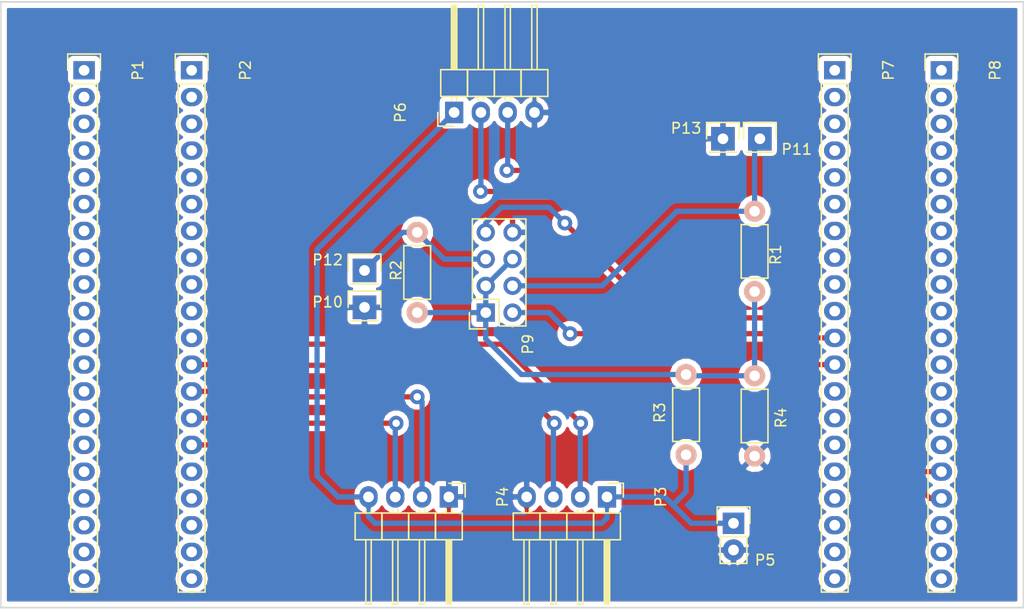
<source format=kicad_pcb>
(kicad_pcb (version 4) (host pcbnew 4.0.2-stable)

  (general
    (links 29)
    (no_connects 0)
    (area 99.424999 79.074999 196.575001 137.425001)
    (thickness 1.6)
    (drawings 4)
    (tracks 99)
    (zones 0)
    (modules 17)
    (nets 86)
  )

  (page A4)
  (layers
    (0 F.Cu signal)
    (31 B.Cu signal)
    (32 B.Adhes user)
    (33 F.Adhes user)
    (34 B.Paste user)
    (35 F.Paste user)
    (36 B.SilkS user)
    (37 F.SilkS user)
    (38 B.Mask user)
    (39 F.Mask user)
    (40 Dwgs.User user)
    (41 Cmts.User user)
    (42 Eco1.User user)
    (43 Eco2.User user)
    (44 Edge.Cuts user)
    (45 Margin user)
    (46 B.CrtYd user)
    (47 F.CrtYd user)
    (48 B.Fab user)
    (49 F.Fab user)
  )

  (setup
    (last_trace_width 0.5)
    (trace_clearance 0.25)
    (zone_clearance 0.508)
    (zone_45_only no)
    (trace_min 0.2)
    (segment_width 0.2)
    (edge_width 0.15)
    (via_size 1.4)
    (via_drill 0.7)
    (via_min_size 0.4)
    (via_min_drill 0.3)
    (uvia_size 0.3)
    (uvia_drill 0.1)
    (uvias_allowed no)
    (uvia_min_size 0.2)
    (uvia_min_drill 0.1)
    (pcb_text_width 0.3)
    (pcb_text_size 1.5 1.5)
    (mod_edge_width 0.15)
    (mod_text_size 1 1)
    (mod_text_width 0.15)
    (pad_size 1.524 1.524)
    (pad_drill 0.762)
    (pad_to_mask_clearance 0.2)
    (aux_axis_origin 0 0)
    (visible_elements 7FFFFFFF)
    (pcbplotparams
      (layerselection 0x00000_00000001)
      (usegerberextensions false)
      (excludeedgelayer false)
      (linewidth 0.100000)
      (plotframeref true)
      (viasonmask false)
      (mode 1)
      (useauxorigin false)
      (hpglpennumber 1)
      (hpglpenspeed 20)
      (hpglpendiameter 15)
      (hpglpenoverlay 2)
      (psnegative false)
      (psa4output false)
      (plotreference true)
      (plotvalue true)
      (plotinvisibletext false)
      (padsonsilk false)
      (subtractmaskfromsilk false)
      (outputformat 4)
      (mirror false)
      (drillshape 2)
      (scaleselection 1)
      (outputdirectory ""))
  )

  (net 0 "")
  (net 1 "Net-(P1-Pad1)")
  (net 2 "Net-(P1-Pad2)")
  (net 3 "Net-(P1-Pad3)")
  (net 4 "Net-(P1-Pad4)")
  (net 5 "Net-(P1-Pad5)")
  (net 6 "Net-(P1-Pad6)")
  (net 7 "Net-(P1-Pad7)")
  (net 8 "Net-(P1-Pad8)")
  (net 9 "Net-(P1-Pad9)")
  (net 10 "Net-(P1-Pad10)")
  (net 11 "Net-(P1-Pad11)")
  (net 12 "Net-(P1-Pad12)")
  (net 13 "Net-(P1-Pad13)")
  (net 14 "Net-(P1-Pad14)")
  (net 15 "Net-(P1-Pad15)")
  (net 16 "Net-(P1-Pad16)")
  (net 17 "Net-(P1-Pad17)")
  (net 18 "Net-(P1-Pad18)")
  (net 19 "Net-(P1-Pad19)")
  (net 20 "Net-(P1-Pad20)")
  (net 21 "Net-(P2-Pad1)")
  (net 22 "Net-(P2-Pad2)")
  (net 23 "Net-(P2-Pad3)")
  (net 24 "Net-(P2-Pad4)")
  (net 25 "Net-(P2-Pad5)")
  (net 26 "Net-(P2-Pad6)")
  (net 27 "Net-(P2-Pad7)")
  (net 28 "Net-(P2-Pad8)")
  (net 29 "Net-(P2-Pad9)")
  (net 30 "Net-(P2-Pad10)")
  (net 31 "Net-(P2-Pad11)")
  (net 32 "Net-(P2-Pad16)")
  (net 33 "Net-(P2-Pad17)")
  (net 34 "Net-(P2-Pad18)")
  (net 35 "Net-(P2-Pad19)")
  (net 36 "Net-(P2-Pad20)")
  (net 37 "Net-(P7-Pad1)")
  (net 38 "Net-(P7-Pad2)")
  (net 39 "Net-(P7-Pad3)")
  (net 40 "Net-(P7-Pad4)")
  (net 41 "Net-(P7-Pad5)")
  (net 42 "Net-(P7-Pad6)")
  (net 43 "Net-(P7-Pad7)")
  (net 44 "Net-(P7-Pad8)")
  (net 45 "Net-(P7-Pad9)")
  (net 46 "Net-(P7-Pad10)")
  (net 47 "Net-(P7-Pad13)")
  (net 48 "Net-(P7-Pad14)")
  (net 49 "Net-(P7-Pad15)")
  (net 50 "Net-(P7-Pad16)")
  (net 51 "Net-(P7-Pad17)")
  (net 52 "Net-(P7-Pad18)")
  (net 53 "Net-(P7-Pad19)")
  (net 54 "Net-(P7-Pad20)")
  (net 55 "Net-(P8-Pad1)")
  (net 56 "Net-(P8-Pad2)")
  (net 57 "Net-(P8-Pad3)")
  (net 58 "Net-(P8-Pad4)")
  (net 59 "Net-(P8-Pad5)")
  (net 60 "Net-(P8-Pad6)")
  (net 61 "Net-(P8-Pad7)")
  (net 62 "Net-(P8-Pad8)")
  (net 63 "Net-(P8-Pad9)")
  (net 64 "Net-(P8-Pad10)")
  (net 65 "Net-(P8-Pad11)")
  (net 66 "Net-(P8-Pad12)")
  (net 67 "Net-(P8-Pad13)")
  (net 68 "Net-(P8-Pad14)")
  (net 69 "Net-(P8-Pad15)")
  (net 70 "Net-(P8-Pad18)")
  (net 71 "Net-(P8-Pad19)")
  (net 72 "Net-(P8-Pad20)")
  (net 73 /linR)
  (net 74 /linL)
  (net 75 /intR)
  (net 76 /intL)
  (net 77 GND)
  (net 78 VCC)
  (net 79 /trigger)
  (net 80 /echo)
  (net 81 /rx_232)
  (net 82 /tx_232)
  (net 83 /+3.3V)
  (net 84 /CH_PD)
  (net 85 /GPIO0)

  (net_class Default "Esta es la clase de red por defecto."
    (clearance 0.25)
    (trace_width 0.5)
    (via_dia 1.4)
    (via_drill 0.7)
    (uvia_dia 0.3)
    (uvia_drill 0.1)
    (add_net /+3.3V)
    (add_net /CH_PD)
    (add_net /GPIO0)
    (add_net /echo)
    (add_net /intL)
    (add_net /intR)
    (add_net /linL)
    (add_net /linR)
    (add_net /rx_232)
    (add_net /trigger)
    (add_net /tx_232)
    (add_net GND)
    (add_net "Net-(P1-Pad1)")
    (add_net "Net-(P1-Pad10)")
    (add_net "Net-(P1-Pad11)")
    (add_net "Net-(P1-Pad12)")
    (add_net "Net-(P1-Pad13)")
    (add_net "Net-(P1-Pad14)")
    (add_net "Net-(P1-Pad15)")
    (add_net "Net-(P1-Pad16)")
    (add_net "Net-(P1-Pad17)")
    (add_net "Net-(P1-Pad18)")
    (add_net "Net-(P1-Pad19)")
    (add_net "Net-(P1-Pad2)")
    (add_net "Net-(P1-Pad20)")
    (add_net "Net-(P1-Pad3)")
    (add_net "Net-(P1-Pad4)")
    (add_net "Net-(P1-Pad5)")
    (add_net "Net-(P1-Pad6)")
    (add_net "Net-(P1-Pad7)")
    (add_net "Net-(P1-Pad8)")
    (add_net "Net-(P1-Pad9)")
    (add_net "Net-(P2-Pad1)")
    (add_net "Net-(P2-Pad10)")
    (add_net "Net-(P2-Pad11)")
    (add_net "Net-(P2-Pad16)")
    (add_net "Net-(P2-Pad17)")
    (add_net "Net-(P2-Pad18)")
    (add_net "Net-(P2-Pad19)")
    (add_net "Net-(P2-Pad2)")
    (add_net "Net-(P2-Pad20)")
    (add_net "Net-(P2-Pad3)")
    (add_net "Net-(P2-Pad4)")
    (add_net "Net-(P2-Pad5)")
    (add_net "Net-(P2-Pad6)")
    (add_net "Net-(P2-Pad7)")
    (add_net "Net-(P2-Pad8)")
    (add_net "Net-(P2-Pad9)")
    (add_net "Net-(P7-Pad1)")
    (add_net "Net-(P7-Pad10)")
    (add_net "Net-(P7-Pad13)")
    (add_net "Net-(P7-Pad14)")
    (add_net "Net-(P7-Pad15)")
    (add_net "Net-(P7-Pad16)")
    (add_net "Net-(P7-Pad17)")
    (add_net "Net-(P7-Pad18)")
    (add_net "Net-(P7-Pad19)")
    (add_net "Net-(P7-Pad2)")
    (add_net "Net-(P7-Pad20)")
    (add_net "Net-(P7-Pad3)")
    (add_net "Net-(P7-Pad4)")
    (add_net "Net-(P7-Pad5)")
    (add_net "Net-(P7-Pad6)")
    (add_net "Net-(P7-Pad7)")
    (add_net "Net-(P7-Pad8)")
    (add_net "Net-(P7-Pad9)")
    (add_net "Net-(P8-Pad1)")
    (add_net "Net-(P8-Pad10)")
    (add_net "Net-(P8-Pad11)")
    (add_net "Net-(P8-Pad12)")
    (add_net "Net-(P8-Pad13)")
    (add_net "Net-(P8-Pad14)")
    (add_net "Net-(P8-Pad15)")
    (add_net "Net-(P8-Pad18)")
    (add_net "Net-(P8-Pad19)")
    (add_net "Net-(P8-Pad2)")
    (add_net "Net-(P8-Pad20)")
    (add_net "Net-(P8-Pad3)")
    (add_net "Net-(P8-Pad4)")
    (add_net "Net-(P8-Pad5)")
    (add_net "Net-(P8-Pad6)")
    (add_net "Net-(P8-Pad7)")
    (add_net "Net-(P8-Pad8)")
    (add_net "Net-(P8-Pad9)")
    (add_net VCC)
  )

  (module Socket_Strips:Socket_Strip_Straight_1x20 (layer F.Cu) (tedit 0) (tstamp 58499043)
    (at 107.4 86 270)
    (descr "Through hole socket strip")
    (tags "socket strip")
    (path /584999DA)
    (fp_text reference P1 (at 0 -5.1 270) (layer F.SilkS)
      (effects (font (size 1 1) (thickness 0.15)))
    )
    (fp_text value CONN_01X20 (at 0 -3.1 270) (layer F.Fab)
      (effects (font (size 1 1) (thickness 0.15)))
    )
    (fp_line (start -1.75 -1.75) (end -1.75 1.75) (layer F.CrtYd) (width 0.05))
    (fp_line (start 50.05 -1.75) (end 50.05 1.75) (layer F.CrtYd) (width 0.05))
    (fp_line (start -1.75 -1.75) (end 50.05 -1.75) (layer F.CrtYd) (width 0.05))
    (fp_line (start -1.75 1.75) (end 50.05 1.75) (layer F.CrtYd) (width 0.05))
    (fp_line (start 1.27 1.27) (end 49.53 1.27) (layer F.SilkS) (width 0.15))
    (fp_line (start 49.53 1.27) (end 49.53 -1.27) (layer F.SilkS) (width 0.15))
    (fp_line (start 49.53 -1.27) (end 1.27 -1.27) (layer F.SilkS) (width 0.15))
    (fp_line (start -1.55 1.55) (end 0 1.55) (layer F.SilkS) (width 0.15))
    (fp_line (start 1.27 1.27) (end 1.27 -1.27) (layer F.SilkS) (width 0.15))
    (fp_line (start 0 -1.55) (end -1.55 -1.55) (layer F.SilkS) (width 0.15))
    (fp_line (start -1.55 -1.55) (end -1.55 1.55) (layer F.SilkS) (width 0.15))
    (pad 1 thru_hole rect (at 0 0 270) (size 1.7272 2.032) (drill 1.016) (layers *.Cu *.Mask)
      (net 1 "Net-(P1-Pad1)"))
    (pad 2 thru_hole oval (at 2.54 0 270) (size 1.7272 2.032) (drill 1.016) (layers *.Cu *.Mask)
      (net 2 "Net-(P1-Pad2)"))
    (pad 3 thru_hole oval (at 5.08 0 270) (size 1.7272 2.032) (drill 1.016) (layers *.Cu *.Mask)
      (net 3 "Net-(P1-Pad3)"))
    (pad 4 thru_hole oval (at 7.62 0 270) (size 1.7272 2.032) (drill 1.016) (layers *.Cu *.Mask)
      (net 4 "Net-(P1-Pad4)"))
    (pad 5 thru_hole oval (at 10.16 0 270) (size 1.7272 2.032) (drill 1.016) (layers *.Cu *.Mask)
      (net 5 "Net-(P1-Pad5)"))
    (pad 6 thru_hole oval (at 12.7 0 270) (size 1.7272 2.032) (drill 1.016) (layers *.Cu *.Mask)
      (net 6 "Net-(P1-Pad6)"))
    (pad 7 thru_hole oval (at 15.24 0 270) (size 1.7272 2.032) (drill 1.016) (layers *.Cu *.Mask)
      (net 7 "Net-(P1-Pad7)"))
    (pad 8 thru_hole oval (at 17.78 0 270) (size 1.7272 2.032) (drill 1.016) (layers *.Cu *.Mask)
      (net 8 "Net-(P1-Pad8)"))
    (pad 9 thru_hole oval (at 20.32 0 270) (size 1.7272 2.032) (drill 1.016) (layers *.Cu *.Mask)
      (net 9 "Net-(P1-Pad9)"))
    (pad 10 thru_hole oval (at 22.86 0 270) (size 1.7272 2.032) (drill 1.016) (layers *.Cu *.Mask)
      (net 10 "Net-(P1-Pad10)"))
    (pad 11 thru_hole oval (at 25.4 0 270) (size 1.7272 2.032) (drill 1.016) (layers *.Cu *.Mask)
      (net 11 "Net-(P1-Pad11)"))
    (pad 12 thru_hole oval (at 27.94 0 270) (size 1.7272 2.032) (drill 1.016) (layers *.Cu *.Mask)
      (net 12 "Net-(P1-Pad12)"))
    (pad 13 thru_hole oval (at 30.48 0 270) (size 1.7272 2.032) (drill 1.016) (layers *.Cu *.Mask)
      (net 13 "Net-(P1-Pad13)"))
    (pad 14 thru_hole oval (at 33.02 0 270) (size 1.7272 2.032) (drill 1.016) (layers *.Cu *.Mask)
      (net 14 "Net-(P1-Pad14)"))
    (pad 15 thru_hole oval (at 35.56 0 270) (size 1.7272 2.032) (drill 1.016) (layers *.Cu *.Mask)
      (net 15 "Net-(P1-Pad15)"))
    (pad 16 thru_hole oval (at 38.1 0 270) (size 1.7272 2.032) (drill 1.016) (layers *.Cu *.Mask)
      (net 16 "Net-(P1-Pad16)"))
    (pad 17 thru_hole oval (at 40.64 0 270) (size 1.7272 2.032) (drill 1.016) (layers *.Cu *.Mask)
      (net 17 "Net-(P1-Pad17)"))
    (pad 18 thru_hole oval (at 43.18 0 270) (size 1.7272 2.032) (drill 1.016) (layers *.Cu *.Mask)
      (net 18 "Net-(P1-Pad18)"))
    (pad 19 thru_hole oval (at 45.72 0 270) (size 1.7272 2.032) (drill 1.016) (layers *.Cu *.Mask)
      (net 19 "Net-(P1-Pad19)"))
    (pad 20 thru_hole oval (at 48.26 0 270) (size 1.7272 2.032) (drill 1.016) (layers *.Cu *.Mask)
      (net 20 "Net-(P1-Pad20)"))
    (model Socket_Strips.3dshapes/Socket_Strip_Straight_1x20.wrl
      (at (xyz 0.95 0 0))
      (scale (xyz 1 1 1))
      (rotate (xyz 0 0 180))
    )
  )

  (module Socket_Strips:Socket_Strip_Straight_1x20 (layer F.Cu) (tedit 0) (tstamp 5849905B)
    (at 117.6 86 270)
    (descr "Through hole socket strip")
    (tags "socket strip")
    (path /58499A91)
    (fp_text reference P2 (at 0 -5.1 270) (layer F.SilkS)
      (effects (font (size 1 1) (thickness 0.15)))
    )
    (fp_text value CONN_01X20 (at 0 -3.1 270) (layer F.Fab)
      (effects (font (size 1 1) (thickness 0.15)))
    )
    (fp_line (start -1.75 -1.75) (end -1.75 1.75) (layer F.CrtYd) (width 0.05))
    (fp_line (start 50.05 -1.75) (end 50.05 1.75) (layer F.CrtYd) (width 0.05))
    (fp_line (start -1.75 -1.75) (end 50.05 -1.75) (layer F.CrtYd) (width 0.05))
    (fp_line (start -1.75 1.75) (end 50.05 1.75) (layer F.CrtYd) (width 0.05))
    (fp_line (start 1.27 1.27) (end 49.53 1.27) (layer F.SilkS) (width 0.15))
    (fp_line (start 49.53 1.27) (end 49.53 -1.27) (layer F.SilkS) (width 0.15))
    (fp_line (start 49.53 -1.27) (end 1.27 -1.27) (layer F.SilkS) (width 0.15))
    (fp_line (start -1.55 1.55) (end 0 1.55) (layer F.SilkS) (width 0.15))
    (fp_line (start 1.27 1.27) (end 1.27 -1.27) (layer F.SilkS) (width 0.15))
    (fp_line (start 0 -1.55) (end -1.55 -1.55) (layer F.SilkS) (width 0.15))
    (fp_line (start -1.55 -1.55) (end -1.55 1.55) (layer F.SilkS) (width 0.15))
    (pad 1 thru_hole rect (at 0 0 270) (size 1.7272 2.032) (drill 1.016) (layers *.Cu *.Mask)
      (net 21 "Net-(P2-Pad1)"))
    (pad 2 thru_hole oval (at 2.54 0 270) (size 1.7272 2.032) (drill 1.016) (layers *.Cu *.Mask)
      (net 22 "Net-(P2-Pad2)"))
    (pad 3 thru_hole oval (at 5.08 0 270) (size 1.7272 2.032) (drill 1.016) (layers *.Cu *.Mask)
      (net 23 "Net-(P2-Pad3)"))
    (pad 4 thru_hole oval (at 7.62 0 270) (size 1.7272 2.032) (drill 1.016) (layers *.Cu *.Mask)
      (net 24 "Net-(P2-Pad4)"))
    (pad 5 thru_hole oval (at 10.16 0 270) (size 1.7272 2.032) (drill 1.016) (layers *.Cu *.Mask)
      (net 25 "Net-(P2-Pad5)"))
    (pad 6 thru_hole oval (at 12.7 0 270) (size 1.7272 2.032) (drill 1.016) (layers *.Cu *.Mask)
      (net 26 "Net-(P2-Pad6)"))
    (pad 7 thru_hole oval (at 15.24 0 270) (size 1.7272 2.032) (drill 1.016) (layers *.Cu *.Mask)
      (net 27 "Net-(P2-Pad7)"))
    (pad 8 thru_hole oval (at 17.78 0 270) (size 1.7272 2.032) (drill 1.016) (layers *.Cu *.Mask)
      (net 28 "Net-(P2-Pad8)"))
    (pad 9 thru_hole oval (at 20.32 0 270) (size 1.7272 2.032) (drill 1.016) (layers *.Cu *.Mask)
      (net 29 "Net-(P2-Pad9)"))
    (pad 10 thru_hole oval (at 22.86 0 270) (size 1.7272 2.032) (drill 1.016) (layers *.Cu *.Mask)
      (net 30 "Net-(P2-Pad10)"))
    (pad 11 thru_hole oval (at 25.4 0 270) (size 1.7272 2.032) (drill 1.016) (layers *.Cu *.Mask)
      (net 31 "Net-(P2-Pad11)"))
    (pad 12 thru_hole oval (at 27.94 0 270) (size 1.7272 2.032) (drill 1.016) (layers *.Cu *.Mask)
      (net 74 /linL))
    (pad 13 thru_hole oval (at 30.48 0 270) (size 1.7272 2.032) (drill 1.016) (layers *.Cu *.Mask)
      (net 73 /linR))
    (pad 14 thru_hole oval (at 33.02 0 270) (size 1.7272 2.032) (drill 1.016) (layers *.Cu *.Mask)
      (net 76 /intL))
    (pad 15 thru_hole oval (at 35.56 0 270) (size 1.7272 2.032) (drill 1.016) (layers *.Cu *.Mask)
      (net 75 /intR))
    (pad 16 thru_hole oval (at 38.1 0 270) (size 1.7272 2.032) (drill 1.016) (layers *.Cu *.Mask)
      (net 32 "Net-(P2-Pad16)"))
    (pad 17 thru_hole oval (at 40.64 0 270) (size 1.7272 2.032) (drill 1.016) (layers *.Cu *.Mask)
      (net 33 "Net-(P2-Pad17)"))
    (pad 18 thru_hole oval (at 43.18 0 270) (size 1.7272 2.032) (drill 1.016) (layers *.Cu *.Mask)
      (net 34 "Net-(P2-Pad18)"))
    (pad 19 thru_hole oval (at 45.72 0 270) (size 1.7272 2.032) (drill 1.016) (layers *.Cu *.Mask)
      (net 35 "Net-(P2-Pad19)"))
    (pad 20 thru_hole oval (at 48.26 0 270) (size 1.7272 2.032) (drill 1.016) (layers *.Cu *.Mask)
      (net 36 "Net-(P2-Pad20)"))
    (model Socket_Strips.3dshapes/Socket_Strip_Straight_1x20.wrl
      (at (xyz 0.95 0 0))
      (scale (xyz 1 1 1))
      (rotate (xyz 0 0 180))
    )
  )

  (module Pin_Headers:Pin_Header_Angled_1x04 (layer F.Cu) (tedit 0) (tstamp 58499063)
    (at 157 126.5 270)
    (descr "Through hole pin header")
    (tags "pin header")
    (path /58495670)
    (fp_text reference P3 (at 0 -5.1 270) (layer F.SilkS)
      (effects (font (size 1 1) (thickness 0.15)))
    )
    (fp_text value CONN_01X04 (at 0 -3.1 270) (layer F.Fab)
      (effects (font (size 1 1) (thickness 0.15)))
    )
    (fp_line (start -1.5 -1.75) (end -1.5 9.4) (layer F.CrtYd) (width 0.05))
    (fp_line (start 10.65 -1.75) (end 10.65 9.4) (layer F.CrtYd) (width 0.05))
    (fp_line (start -1.5 -1.75) (end 10.65 -1.75) (layer F.CrtYd) (width 0.05))
    (fp_line (start -1.5 9.4) (end 10.65 9.4) (layer F.CrtYd) (width 0.05))
    (fp_line (start -1.3 -1.55) (end -1.3 0) (layer F.SilkS) (width 0.15))
    (fp_line (start 0 -1.55) (end -1.3 -1.55) (layer F.SilkS) (width 0.15))
    (fp_line (start 4.191 -0.127) (end 10.033 -0.127) (layer F.SilkS) (width 0.15))
    (fp_line (start 10.033 -0.127) (end 10.033 0.127) (layer F.SilkS) (width 0.15))
    (fp_line (start 10.033 0.127) (end 4.191 0.127) (layer F.SilkS) (width 0.15))
    (fp_line (start 4.191 0.127) (end 4.191 0) (layer F.SilkS) (width 0.15))
    (fp_line (start 4.191 0) (end 10.033 0) (layer F.SilkS) (width 0.15))
    (fp_line (start 1.524 -0.254) (end 1.143 -0.254) (layer F.SilkS) (width 0.15))
    (fp_line (start 1.524 0.254) (end 1.143 0.254) (layer F.SilkS) (width 0.15))
    (fp_line (start 1.524 2.286) (end 1.143 2.286) (layer F.SilkS) (width 0.15))
    (fp_line (start 1.524 2.794) (end 1.143 2.794) (layer F.SilkS) (width 0.15))
    (fp_line (start 1.524 4.826) (end 1.143 4.826) (layer F.SilkS) (width 0.15))
    (fp_line (start 1.524 5.334) (end 1.143 5.334) (layer F.SilkS) (width 0.15))
    (fp_line (start 1.524 7.874) (end 1.143 7.874) (layer F.SilkS) (width 0.15))
    (fp_line (start 1.524 7.366) (end 1.143 7.366) (layer F.SilkS) (width 0.15))
    (fp_line (start 1.524 -1.27) (end 4.064 -1.27) (layer F.SilkS) (width 0.15))
    (fp_line (start 1.524 1.27) (end 4.064 1.27) (layer F.SilkS) (width 0.15))
    (fp_line (start 1.524 1.27) (end 1.524 3.81) (layer F.SilkS) (width 0.15))
    (fp_line (start 1.524 3.81) (end 4.064 3.81) (layer F.SilkS) (width 0.15))
    (fp_line (start 4.064 2.286) (end 10.16 2.286) (layer F.SilkS) (width 0.15))
    (fp_line (start 10.16 2.286) (end 10.16 2.794) (layer F.SilkS) (width 0.15))
    (fp_line (start 10.16 2.794) (end 4.064 2.794) (layer F.SilkS) (width 0.15))
    (fp_line (start 4.064 3.81) (end 4.064 1.27) (layer F.SilkS) (width 0.15))
    (fp_line (start 4.064 1.27) (end 4.064 -1.27) (layer F.SilkS) (width 0.15))
    (fp_line (start 10.16 0.254) (end 4.064 0.254) (layer F.SilkS) (width 0.15))
    (fp_line (start 10.16 -0.254) (end 10.16 0.254) (layer F.SilkS) (width 0.15))
    (fp_line (start 4.064 -0.254) (end 10.16 -0.254) (layer F.SilkS) (width 0.15))
    (fp_line (start 1.524 1.27) (end 4.064 1.27) (layer F.SilkS) (width 0.15))
    (fp_line (start 1.524 -1.27) (end 1.524 1.27) (layer F.SilkS) (width 0.15))
    (fp_line (start 1.524 6.35) (end 4.064 6.35) (layer F.SilkS) (width 0.15))
    (fp_line (start 1.524 6.35) (end 1.524 8.89) (layer F.SilkS) (width 0.15))
    (fp_line (start 1.524 8.89) (end 4.064 8.89) (layer F.SilkS) (width 0.15))
    (fp_line (start 4.064 7.366) (end 10.16 7.366) (layer F.SilkS) (width 0.15))
    (fp_line (start 10.16 7.366) (end 10.16 7.874) (layer F.SilkS) (width 0.15))
    (fp_line (start 10.16 7.874) (end 4.064 7.874) (layer F.SilkS) (width 0.15))
    (fp_line (start 4.064 8.89) (end 4.064 6.35) (layer F.SilkS) (width 0.15))
    (fp_line (start 4.064 6.35) (end 4.064 3.81) (layer F.SilkS) (width 0.15))
    (fp_line (start 10.16 5.334) (end 4.064 5.334) (layer F.SilkS) (width 0.15))
    (fp_line (start 10.16 4.826) (end 10.16 5.334) (layer F.SilkS) (width 0.15))
    (fp_line (start 4.064 4.826) (end 10.16 4.826) (layer F.SilkS) (width 0.15))
    (fp_line (start 1.524 6.35) (end 4.064 6.35) (layer F.SilkS) (width 0.15))
    (fp_line (start 1.524 3.81) (end 1.524 6.35) (layer F.SilkS) (width 0.15))
    (fp_line (start 1.524 3.81) (end 4.064 3.81) (layer F.SilkS) (width 0.15))
    (pad 1 thru_hole rect (at 0 0 270) (size 2.032 1.7272) (drill 1.016) (layers *.Cu *.Mask)
      (net 78 VCC))
    (pad 2 thru_hole oval (at 0 2.54 270) (size 2.032 1.7272) (drill 1.016) (layers *.Cu *.Mask)
      (net 74 /linL))
    (pad 3 thru_hole oval (at 0 5.08 270) (size 2.032 1.7272) (drill 1.016) (layers *.Cu *.Mask)
      (net 73 /linR))
    (pad 4 thru_hole oval (at 0 7.62 270) (size 2.032 1.7272) (drill 1.016) (layers *.Cu *.Mask)
      (net 77 GND))
    (model Pin_Headers.3dshapes/Pin_Header_Angled_1x04.wrl
      (at (xyz 0 -0.15 0))
      (scale (xyz 1 1 1))
      (rotate (xyz 0 0 90))
    )
  )

  (module Pin_Headers:Pin_Header_Angled_1x04 (layer F.Cu) (tedit 0) (tstamp 5849906B)
    (at 142 126.5 270)
    (descr "Through hole pin header")
    (tags "pin header")
    (path /584956D5)
    (fp_text reference P4 (at 0 -5.1 270) (layer F.SilkS)
      (effects (font (size 1 1) (thickness 0.15)))
    )
    (fp_text value CONN_01X04 (at 0 -3.1 270) (layer F.Fab)
      (effects (font (size 1 1) (thickness 0.15)))
    )
    (fp_line (start -1.5 -1.75) (end -1.5 9.4) (layer F.CrtYd) (width 0.05))
    (fp_line (start 10.65 -1.75) (end 10.65 9.4) (layer F.CrtYd) (width 0.05))
    (fp_line (start -1.5 -1.75) (end 10.65 -1.75) (layer F.CrtYd) (width 0.05))
    (fp_line (start -1.5 9.4) (end 10.65 9.4) (layer F.CrtYd) (width 0.05))
    (fp_line (start -1.3 -1.55) (end -1.3 0) (layer F.SilkS) (width 0.15))
    (fp_line (start 0 -1.55) (end -1.3 -1.55) (layer F.SilkS) (width 0.15))
    (fp_line (start 4.191 -0.127) (end 10.033 -0.127) (layer F.SilkS) (width 0.15))
    (fp_line (start 10.033 -0.127) (end 10.033 0.127) (layer F.SilkS) (width 0.15))
    (fp_line (start 10.033 0.127) (end 4.191 0.127) (layer F.SilkS) (width 0.15))
    (fp_line (start 4.191 0.127) (end 4.191 0) (layer F.SilkS) (width 0.15))
    (fp_line (start 4.191 0) (end 10.033 0) (layer F.SilkS) (width 0.15))
    (fp_line (start 1.524 -0.254) (end 1.143 -0.254) (layer F.SilkS) (width 0.15))
    (fp_line (start 1.524 0.254) (end 1.143 0.254) (layer F.SilkS) (width 0.15))
    (fp_line (start 1.524 2.286) (end 1.143 2.286) (layer F.SilkS) (width 0.15))
    (fp_line (start 1.524 2.794) (end 1.143 2.794) (layer F.SilkS) (width 0.15))
    (fp_line (start 1.524 4.826) (end 1.143 4.826) (layer F.SilkS) (width 0.15))
    (fp_line (start 1.524 5.334) (end 1.143 5.334) (layer F.SilkS) (width 0.15))
    (fp_line (start 1.524 7.874) (end 1.143 7.874) (layer F.SilkS) (width 0.15))
    (fp_line (start 1.524 7.366) (end 1.143 7.366) (layer F.SilkS) (width 0.15))
    (fp_line (start 1.524 -1.27) (end 4.064 -1.27) (layer F.SilkS) (width 0.15))
    (fp_line (start 1.524 1.27) (end 4.064 1.27) (layer F.SilkS) (width 0.15))
    (fp_line (start 1.524 1.27) (end 1.524 3.81) (layer F.SilkS) (width 0.15))
    (fp_line (start 1.524 3.81) (end 4.064 3.81) (layer F.SilkS) (width 0.15))
    (fp_line (start 4.064 2.286) (end 10.16 2.286) (layer F.SilkS) (width 0.15))
    (fp_line (start 10.16 2.286) (end 10.16 2.794) (layer F.SilkS) (width 0.15))
    (fp_line (start 10.16 2.794) (end 4.064 2.794) (layer F.SilkS) (width 0.15))
    (fp_line (start 4.064 3.81) (end 4.064 1.27) (layer F.SilkS) (width 0.15))
    (fp_line (start 4.064 1.27) (end 4.064 -1.27) (layer F.SilkS) (width 0.15))
    (fp_line (start 10.16 0.254) (end 4.064 0.254) (layer F.SilkS) (width 0.15))
    (fp_line (start 10.16 -0.254) (end 10.16 0.254) (layer F.SilkS) (width 0.15))
    (fp_line (start 4.064 -0.254) (end 10.16 -0.254) (layer F.SilkS) (width 0.15))
    (fp_line (start 1.524 1.27) (end 4.064 1.27) (layer F.SilkS) (width 0.15))
    (fp_line (start 1.524 -1.27) (end 1.524 1.27) (layer F.SilkS) (width 0.15))
    (fp_line (start 1.524 6.35) (end 4.064 6.35) (layer F.SilkS) (width 0.15))
    (fp_line (start 1.524 6.35) (end 1.524 8.89) (layer F.SilkS) (width 0.15))
    (fp_line (start 1.524 8.89) (end 4.064 8.89) (layer F.SilkS) (width 0.15))
    (fp_line (start 4.064 7.366) (end 10.16 7.366) (layer F.SilkS) (width 0.15))
    (fp_line (start 10.16 7.366) (end 10.16 7.874) (layer F.SilkS) (width 0.15))
    (fp_line (start 10.16 7.874) (end 4.064 7.874) (layer F.SilkS) (width 0.15))
    (fp_line (start 4.064 8.89) (end 4.064 6.35) (layer F.SilkS) (width 0.15))
    (fp_line (start 4.064 6.35) (end 4.064 3.81) (layer F.SilkS) (width 0.15))
    (fp_line (start 10.16 5.334) (end 4.064 5.334) (layer F.SilkS) (width 0.15))
    (fp_line (start 10.16 4.826) (end 10.16 5.334) (layer F.SilkS) (width 0.15))
    (fp_line (start 4.064 4.826) (end 10.16 4.826) (layer F.SilkS) (width 0.15))
    (fp_line (start 1.524 6.35) (end 4.064 6.35) (layer F.SilkS) (width 0.15))
    (fp_line (start 1.524 3.81) (end 1.524 6.35) (layer F.SilkS) (width 0.15))
    (fp_line (start 1.524 3.81) (end 4.064 3.81) (layer F.SilkS) (width 0.15))
    (pad 1 thru_hole rect (at 0 0 270) (size 2.032 1.7272) (drill 1.016) (layers *.Cu *.Mask)
      (net 77 GND))
    (pad 2 thru_hole oval (at 0 2.54 270) (size 2.032 1.7272) (drill 1.016) (layers *.Cu *.Mask)
      (net 76 /intL))
    (pad 3 thru_hole oval (at 0 5.08 270) (size 2.032 1.7272) (drill 1.016) (layers *.Cu *.Mask)
      (net 75 /intR))
    (pad 4 thru_hole oval (at 0 7.62 270) (size 2.032 1.7272) (drill 1.016) (layers *.Cu *.Mask)
      (net 78 VCC))
    (model Pin_Headers.3dshapes/Pin_Header_Angled_1x04.wrl
      (at (xyz 0 -0.15 0))
      (scale (xyz 1 1 1))
      (rotate (xyz 0 0 90))
    )
  )

  (module Pin_Headers:Pin_Header_Straight_1x02 (layer F.Cu) (tedit 5849BF4D) (tstamp 58499071)
    (at 169 129)
    (descr "Through hole pin header")
    (tags "pin header")
    (path /5849AC0B)
    (fp_text reference P5 (at 3 3.5) (layer F.SilkS)
      (effects (font (size 1 1) (thickness 0.15)))
    )
    (fp_text value CONN_01X02 (at 0 5.5) (layer F.Fab)
      (effects (font (size 1 1) (thickness 0.15)))
    )
    (fp_line (start 1.27 1.27) (end 1.27 3.81) (layer F.SilkS) (width 0.15))
    (fp_line (start 1.55 -1.55) (end 1.55 0) (layer F.SilkS) (width 0.15))
    (fp_line (start -1.75 -1.75) (end -1.75 4.3) (layer F.CrtYd) (width 0.05))
    (fp_line (start 1.75 -1.75) (end 1.75 4.3) (layer F.CrtYd) (width 0.05))
    (fp_line (start -1.75 -1.75) (end 1.75 -1.75) (layer F.CrtYd) (width 0.05))
    (fp_line (start -1.75 4.3) (end 1.75 4.3) (layer F.CrtYd) (width 0.05))
    (fp_line (start 1.27 1.27) (end -1.27 1.27) (layer F.SilkS) (width 0.15))
    (fp_line (start -1.55 0) (end -1.55 -1.55) (layer F.SilkS) (width 0.15))
    (fp_line (start -1.55 -1.55) (end 1.55 -1.55) (layer F.SilkS) (width 0.15))
    (fp_line (start -1.27 1.27) (end -1.27 3.81) (layer F.SilkS) (width 0.15))
    (fp_line (start -1.27 3.81) (end 1.27 3.81) (layer F.SilkS) (width 0.15))
    (pad 1 thru_hole rect (at 0 0) (size 2.032 2.032) (drill 1.016) (layers *.Cu *.Mask)
      (net 78 VCC))
    (pad 2 thru_hole oval (at 0 2.54) (size 2.032 2.032) (drill 1.016) (layers *.Cu *.Mask)
      (net 77 GND))
    (model Pin_Headers.3dshapes/Pin_Header_Straight_1x02.wrl
      (at (xyz 0 -0.05 0))
      (scale (xyz 1 1 1))
      (rotate (xyz 0 0 90))
    )
  )

  (module Pin_Headers:Pin_Header_Angled_1x04 (layer F.Cu) (tedit 0) (tstamp 58499079)
    (at 142.5 90 90)
    (descr "Through hole pin header")
    (tags "pin header")
    (path /58495729)
    (fp_text reference P6 (at 0 -5.1 90) (layer F.SilkS)
      (effects (font (size 1 1) (thickness 0.15)))
    )
    (fp_text value CONN_01X04 (at 0 -3.1 90) (layer F.Fab)
      (effects (font (size 1 1) (thickness 0.15)))
    )
    (fp_line (start -1.5 -1.75) (end -1.5 9.4) (layer F.CrtYd) (width 0.05))
    (fp_line (start 10.65 -1.75) (end 10.65 9.4) (layer F.CrtYd) (width 0.05))
    (fp_line (start -1.5 -1.75) (end 10.65 -1.75) (layer F.CrtYd) (width 0.05))
    (fp_line (start -1.5 9.4) (end 10.65 9.4) (layer F.CrtYd) (width 0.05))
    (fp_line (start -1.3 -1.55) (end -1.3 0) (layer F.SilkS) (width 0.15))
    (fp_line (start 0 -1.55) (end -1.3 -1.55) (layer F.SilkS) (width 0.15))
    (fp_line (start 4.191 -0.127) (end 10.033 -0.127) (layer F.SilkS) (width 0.15))
    (fp_line (start 10.033 -0.127) (end 10.033 0.127) (layer F.SilkS) (width 0.15))
    (fp_line (start 10.033 0.127) (end 4.191 0.127) (layer F.SilkS) (width 0.15))
    (fp_line (start 4.191 0.127) (end 4.191 0) (layer F.SilkS) (width 0.15))
    (fp_line (start 4.191 0) (end 10.033 0) (layer F.SilkS) (width 0.15))
    (fp_line (start 1.524 -0.254) (end 1.143 -0.254) (layer F.SilkS) (width 0.15))
    (fp_line (start 1.524 0.254) (end 1.143 0.254) (layer F.SilkS) (width 0.15))
    (fp_line (start 1.524 2.286) (end 1.143 2.286) (layer F.SilkS) (width 0.15))
    (fp_line (start 1.524 2.794) (end 1.143 2.794) (layer F.SilkS) (width 0.15))
    (fp_line (start 1.524 4.826) (end 1.143 4.826) (layer F.SilkS) (width 0.15))
    (fp_line (start 1.524 5.334) (end 1.143 5.334) (layer F.SilkS) (width 0.15))
    (fp_line (start 1.524 7.874) (end 1.143 7.874) (layer F.SilkS) (width 0.15))
    (fp_line (start 1.524 7.366) (end 1.143 7.366) (layer F.SilkS) (width 0.15))
    (fp_line (start 1.524 -1.27) (end 4.064 -1.27) (layer F.SilkS) (width 0.15))
    (fp_line (start 1.524 1.27) (end 4.064 1.27) (layer F.SilkS) (width 0.15))
    (fp_line (start 1.524 1.27) (end 1.524 3.81) (layer F.SilkS) (width 0.15))
    (fp_line (start 1.524 3.81) (end 4.064 3.81) (layer F.SilkS) (width 0.15))
    (fp_line (start 4.064 2.286) (end 10.16 2.286) (layer F.SilkS) (width 0.15))
    (fp_line (start 10.16 2.286) (end 10.16 2.794) (layer F.SilkS) (width 0.15))
    (fp_line (start 10.16 2.794) (end 4.064 2.794) (layer F.SilkS) (width 0.15))
    (fp_line (start 4.064 3.81) (end 4.064 1.27) (layer F.SilkS) (width 0.15))
    (fp_line (start 4.064 1.27) (end 4.064 -1.27) (layer F.SilkS) (width 0.15))
    (fp_line (start 10.16 0.254) (end 4.064 0.254) (layer F.SilkS) (width 0.15))
    (fp_line (start 10.16 -0.254) (end 10.16 0.254) (layer F.SilkS) (width 0.15))
    (fp_line (start 4.064 -0.254) (end 10.16 -0.254) (layer F.SilkS) (width 0.15))
    (fp_line (start 1.524 1.27) (end 4.064 1.27) (layer F.SilkS) (width 0.15))
    (fp_line (start 1.524 -1.27) (end 1.524 1.27) (layer F.SilkS) (width 0.15))
    (fp_line (start 1.524 6.35) (end 4.064 6.35) (layer F.SilkS) (width 0.15))
    (fp_line (start 1.524 6.35) (end 1.524 8.89) (layer F.SilkS) (width 0.15))
    (fp_line (start 1.524 8.89) (end 4.064 8.89) (layer F.SilkS) (width 0.15))
    (fp_line (start 4.064 7.366) (end 10.16 7.366) (layer F.SilkS) (width 0.15))
    (fp_line (start 10.16 7.366) (end 10.16 7.874) (layer F.SilkS) (width 0.15))
    (fp_line (start 10.16 7.874) (end 4.064 7.874) (layer F.SilkS) (width 0.15))
    (fp_line (start 4.064 8.89) (end 4.064 6.35) (layer F.SilkS) (width 0.15))
    (fp_line (start 4.064 6.35) (end 4.064 3.81) (layer F.SilkS) (width 0.15))
    (fp_line (start 10.16 5.334) (end 4.064 5.334) (layer F.SilkS) (width 0.15))
    (fp_line (start 10.16 4.826) (end 10.16 5.334) (layer F.SilkS) (width 0.15))
    (fp_line (start 4.064 4.826) (end 10.16 4.826) (layer F.SilkS) (width 0.15))
    (fp_line (start 1.524 6.35) (end 4.064 6.35) (layer F.SilkS) (width 0.15))
    (fp_line (start 1.524 3.81) (end 1.524 6.35) (layer F.SilkS) (width 0.15))
    (fp_line (start 1.524 3.81) (end 4.064 3.81) (layer F.SilkS) (width 0.15))
    (pad 1 thru_hole rect (at 0 0 90) (size 2.032 1.7272) (drill 1.016) (layers *.Cu *.Mask)
      (net 78 VCC))
    (pad 2 thru_hole oval (at 0 2.54 90) (size 2.032 1.7272) (drill 1.016) (layers *.Cu *.Mask)
      (net 79 /trigger))
    (pad 3 thru_hole oval (at 0 5.08 90) (size 2.032 1.7272) (drill 1.016) (layers *.Cu *.Mask)
      (net 80 /echo))
    (pad 4 thru_hole oval (at 0 7.62 90) (size 2.032 1.7272) (drill 1.016) (layers *.Cu *.Mask)
      (net 77 GND))
    (model Pin_Headers.3dshapes/Pin_Header_Angled_1x04.wrl
      (at (xyz 0 -0.15 0))
      (scale (xyz 1 1 1))
      (rotate (xyz 0 0 90))
    )
  )

  (module Socket_Strips:Socket_Strip_Straight_1x20 (layer F.Cu) (tedit 0) (tstamp 58499091)
    (at 178.6 86 270)
    (descr "Through hole socket strip")
    (tags "socket strip")
    (path /58499F1B)
    (fp_text reference P7 (at 0 -5.1 270) (layer F.SilkS)
      (effects (font (size 1 1) (thickness 0.15)))
    )
    (fp_text value CONN_01X20 (at 0 -3.1 270) (layer F.Fab)
      (effects (font (size 1 1) (thickness 0.15)))
    )
    (fp_line (start -1.75 -1.75) (end -1.75 1.75) (layer F.CrtYd) (width 0.05))
    (fp_line (start 50.05 -1.75) (end 50.05 1.75) (layer F.CrtYd) (width 0.05))
    (fp_line (start -1.75 -1.75) (end 50.05 -1.75) (layer F.CrtYd) (width 0.05))
    (fp_line (start -1.75 1.75) (end 50.05 1.75) (layer F.CrtYd) (width 0.05))
    (fp_line (start 1.27 1.27) (end 49.53 1.27) (layer F.SilkS) (width 0.15))
    (fp_line (start 49.53 1.27) (end 49.53 -1.27) (layer F.SilkS) (width 0.15))
    (fp_line (start 49.53 -1.27) (end 1.27 -1.27) (layer F.SilkS) (width 0.15))
    (fp_line (start -1.55 1.55) (end 0 1.55) (layer F.SilkS) (width 0.15))
    (fp_line (start 1.27 1.27) (end 1.27 -1.27) (layer F.SilkS) (width 0.15))
    (fp_line (start 0 -1.55) (end -1.55 -1.55) (layer F.SilkS) (width 0.15))
    (fp_line (start -1.55 -1.55) (end -1.55 1.55) (layer F.SilkS) (width 0.15))
    (pad 1 thru_hole rect (at 0 0 270) (size 1.7272 2.032) (drill 1.016) (layers *.Cu *.Mask)
      (net 37 "Net-(P7-Pad1)"))
    (pad 2 thru_hole oval (at 2.54 0 270) (size 1.7272 2.032) (drill 1.016) (layers *.Cu *.Mask)
      (net 38 "Net-(P7-Pad2)"))
    (pad 3 thru_hole oval (at 5.08 0 270) (size 1.7272 2.032) (drill 1.016) (layers *.Cu *.Mask)
      (net 39 "Net-(P7-Pad3)"))
    (pad 4 thru_hole oval (at 7.62 0 270) (size 1.7272 2.032) (drill 1.016) (layers *.Cu *.Mask)
      (net 40 "Net-(P7-Pad4)"))
    (pad 5 thru_hole oval (at 10.16 0 270) (size 1.7272 2.032) (drill 1.016) (layers *.Cu *.Mask)
      (net 41 "Net-(P7-Pad5)"))
    (pad 6 thru_hole oval (at 12.7 0 270) (size 1.7272 2.032) (drill 1.016) (layers *.Cu *.Mask)
      (net 42 "Net-(P7-Pad6)"))
    (pad 7 thru_hole oval (at 15.24 0 270) (size 1.7272 2.032) (drill 1.016) (layers *.Cu *.Mask)
      (net 43 "Net-(P7-Pad7)"))
    (pad 8 thru_hole oval (at 17.78 0 270) (size 1.7272 2.032) (drill 1.016) (layers *.Cu *.Mask)
      (net 44 "Net-(P7-Pad8)"))
    (pad 9 thru_hole oval (at 20.32 0 270) (size 1.7272 2.032) (drill 1.016) (layers *.Cu *.Mask)
      (net 45 "Net-(P7-Pad9)"))
    (pad 10 thru_hole oval (at 22.86 0 270) (size 1.7272 2.032) (drill 1.016) (layers *.Cu *.Mask)
      (net 46 "Net-(P7-Pad10)"))
    (pad 11 thru_hole oval (at 25.4 0 270) (size 1.7272 2.032) (drill 1.016) (layers *.Cu *.Mask)
      (net 81 /rx_232))
    (pad 12 thru_hole oval (at 27.94 0 270) (size 1.7272 2.032) (drill 1.016) (layers *.Cu *.Mask)
      (net 82 /tx_232))
    (pad 13 thru_hole oval (at 30.48 0 270) (size 1.7272 2.032) (drill 1.016) (layers *.Cu *.Mask)
      (net 47 "Net-(P7-Pad13)"))
    (pad 14 thru_hole oval (at 33.02 0 270) (size 1.7272 2.032) (drill 1.016) (layers *.Cu *.Mask)
      (net 48 "Net-(P7-Pad14)"))
    (pad 15 thru_hole oval (at 35.56 0 270) (size 1.7272 2.032) (drill 1.016) (layers *.Cu *.Mask)
      (net 49 "Net-(P7-Pad15)"))
    (pad 16 thru_hole oval (at 38.1 0 270) (size 1.7272 2.032) (drill 1.016) (layers *.Cu *.Mask)
      (net 50 "Net-(P7-Pad16)"))
    (pad 17 thru_hole oval (at 40.64 0 270) (size 1.7272 2.032) (drill 1.016) (layers *.Cu *.Mask)
      (net 51 "Net-(P7-Pad17)"))
    (pad 18 thru_hole oval (at 43.18 0 270) (size 1.7272 2.032) (drill 1.016) (layers *.Cu *.Mask)
      (net 52 "Net-(P7-Pad18)"))
    (pad 19 thru_hole oval (at 45.72 0 270) (size 1.7272 2.032) (drill 1.016) (layers *.Cu *.Mask)
      (net 53 "Net-(P7-Pad19)"))
    (pad 20 thru_hole oval (at 48.26 0 270) (size 1.7272 2.032) (drill 1.016) (layers *.Cu *.Mask)
      (net 54 "Net-(P7-Pad20)"))
    (model Socket_Strips.3dshapes/Socket_Strip_Straight_1x20.wrl
      (at (xyz 0.95 0 0))
      (scale (xyz 1 1 1))
      (rotate (xyz 0 0 180))
    )
  )

  (module Socket_Strips:Socket_Strip_Straight_1x20 (layer F.Cu) (tedit 0) (tstamp 584990A9)
    (at 188.72 86 270)
    (descr "Through hole socket strip")
    (tags "socket strip")
    (path /58499EB8)
    (fp_text reference P8 (at 0 -5.1 270) (layer F.SilkS)
      (effects (font (size 1 1) (thickness 0.15)))
    )
    (fp_text value CONN_01X20 (at 0 -3.1 270) (layer F.Fab)
      (effects (font (size 1 1) (thickness 0.15)))
    )
    (fp_line (start -1.75 -1.75) (end -1.75 1.75) (layer F.CrtYd) (width 0.05))
    (fp_line (start 50.05 -1.75) (end 50.05 1.75) (layer F.CrtYd) (width 0.05))
    (fp_line (start -1.75 -1.75) (end 50.05 -1.75) (layer F.CrtYd) (width 0.05))
    (fp_line (start -1.75 1.75) (end 50.05 1.75) (layer F.CrtYd) (width 0.05))
    (fp_line (start 1.27 1.27) (end 49.53 1.27) (layer F.SilkS) (width 0.15))
    (fp_line (start 49.53 1.27) (end 49.53 -1.27) (layer F.SilkS) (width 0.15))
    (fp_line (start 49.53 -1.27) (end 1.27 -1.27) (layer F.SilkS) (width 0.15))
    (fp_line (start -1.55 1.55) (end 0 1.55) (layer F.SilkS) (width 0.15))
    (fp_line (start 1.27 1.27) (end 1.27 -1.27) (layer F.SilkS) (width 0.15))
    (fp_line (start 0 -1.55) (end -1.55 -1.55) (layer F.SilkS) (width 0.15))
    (fp_line (start -1.55 -1.55) (end -1.55 1.55) (layer F.SilkS) (width 0.15))
    (pad 1 thru_hole rect (at 0 0 270) (size 1.7272 2.032) (drill 1.016) (layers *.Cu *.Mask)
      (net 55 "Net-(P8-Pad1)"))
    (pad 2 thru_hole oval (at 2.54 0 270) (size 1.7272 2.032) (drill 1.016) (layers *.Cu *.Mask)
      (net 56 "Net-(P8-Pad2)"))
    (pad 3 thru_hole oval (at 5.08 0 270) (size 1.7272 2.032) (drill 1.016) (layers *.Cu *.Mask)
      (net 57 "Net-(P8-Pad3)"))
    (pad 4 thru_hole oval (at 7.62 0 270) (size 1.7272 2.032) (drill 1.016) (layers *.Cu *.Mask)
      (net 58 "Net-(P8-Pad4)"))
    (pad 5 thru_hole oval (at 10.16 0 270) (size 1.7272 2.032) (drill 1.016) (layers *.Cu *.Mask)
      (net 59 "Net-(P8-Pad5)"))
    (pad 6 thru_hole oval (at 12.7 0 270) (size 1.7272 2.032) (drill 1.016) (layers *.Cu *.Mask)
      (net 60 "Net-(P8-Pad6)"))
    (pad 7 thru_hole oval (at 15.24 0 270) (size 1.7272 2.032) (drill 1.016) (layers *.Cu *.Mask)
      (net 61 "Net-(P8-Pad7)"))
    (pad 8 thru_hole oval (at 17.78 0 270) (size 1.7272 2.032) (drill 1.016) (layers *.Cu *.Mask)
      (net 62 "Net-(P8-Pad8)"))
    (pad 9 thru_hole oval (at 20.32 0 270) (size 1.7272 2.032) (drill 1.016) (layers *.Cu *.Mask)
      (net 63 "Net-(P8-Pad9)"))
    (pad 10 thru_hole oval (at 22.86 0 270) (size 1.7272 2.032) (drill 1.016) (layers *.Cu *.Mask)
      (net 64 "Net-(P8-Pad10)"))
    (pad 11 thru_hole oval (at 25.4 0 270) (size 1.7272 2.032) (drill 1.016) (layers *.Cu *.Mask)
      (net 65 "Net-(P8-Pad11)"))
    (pad 12 thru_hole oval (at 27.94 0 270) (size 1.7272 2.032) (drill 1.016) (layers *.Cu *.Mask)
      (net 66 "Net-(P8-Pad12)"))
    (pad 13 thru_hole oval (at 30.48 0 270) (size 1.7272 2.032) (drill 1.016) (layers *.Cu *.Mask)
      (net 67 "Net-(P8-Pad13)"))
    (pad 14 thru_hole oval (at 33.02 0 270) (size 1.7272 2.032) (drill 1.016) (layers *.Cu *.Mask)
      (net 68 "Net-(P8-Pad14)"))
    (pad 15 thru_hole oval (at 35.56 0 270) (size 1.7272 2.032) (drill 1.016) (layers *.Cu *.Mask)
      (net 69 "Net-(P8-Pad15)"))
    (pad 16 thru_hole oval (at 38.1 0 270) (size 1.7272 2.032) (drill 1.016) (layers *.Cu *.Mask)
      (net 80 /echo))
    (pad 17 thru_hole oval (at 40.64 0 270) (size 1.7272 2.032) (drill 1.016) (layers *.Cu *.Mask)
      (net 79 /trigger))
    (pad 18 thru_hole oval (at 43.18 0 270) (size 1.7272 2.032) (drill 1.016) (layers *.Cu *.Mask)
      (net 70 "Net-(P8-Pad18)"))
    (pad 19 thru_hole oval (at 45.72 0 270) (size 1.7272 2.032) (drill 1.016) (layers *.Cu *.Mask)
      (net 71 "Net-(P8-Pad19)"))
    (pad 20 thru_hole oval (at 48.26 0 270) (size 1.7272 2.032) (drill 1.016) (layers *.Cu *.Mask)
      (net 72 "Net-(P8-Pad20)"))
    (model Socket_Strips.3dshapes/Socket_Strip_Straight_1x20.wrl
      (at (xyz 0.95 0 0))
      (scale (xyz 1 1 1))
      (rotate (xyz 0 0 180))
    )
  )

  (module Socket_Strips:Socket_Strip_Straight_2x04 (layer F.Cu) (tedit 5849BE2F) (tstamp 5849BA6B)
    (at 145.5 109 90)
    (descr "Through hole socket strip")
    (tags "socket strip")
    (path /5849BAB0)
    (fp_text reference P9 (at -3 4 90) (layer F.SilkS)
      (effects (font (size 1 1) (thickness 0.15)))
    )
    (fp_text value CONN_02X04 (at -3.5 6 90) (layer F.Fab)
      (effects (font (size 1 1) (thickness 0.15)))
    )
    (fp_line (start -1.75 -1.75) (end -1.75 4.3) (layer F.CrtYd) (width 0.05))
    (fp_line (start 9.4 -1.75) (end 9.4 4.3) (layer F.CrtYd) (width 0.05))
    (fp_line (start -1.75 -1.75) (end 9.4 -1.75) (layer F.CrtYd) (width 0.05))
    (fp_line (start -1.75 4.3) (end 9.4 4.3) (layer F.CrtYd) (width 0.05))
    (fp_line (start 1.27 -1.27) (end 8.89 -1.27) (layer F.SilkS) (width 0.15))
    (fp_line (start 8.89 -1.27) (end 8.89 3.81) (layer F.SilkS) (width 0.15))
    (fp_line (start 8.89 3.81) (end -1.27 3.81) (layer F.SilkS) (width 0.15))
    (fp_line (start -1.27 3.81) (end -1.27 1.27) (layer F.SilkS) (width 0.15))
    (fp_line (start 0 -1.55) (end -1.55 -1.55) (layer F.SilkS) (width 0.15))
    (fp_line (start -1.27 1.27) (end 1.27 1.27) (layer F.SilkS) (width 0.15))
    (fp_line (start 1.27 1.27) (end 1.27 -1.27) (layer F.SilkS) (width 0.15))
    (fp_line (start -1.55 -1.55) (end -1.55 0) (layer F.SilkS) (width 0.15))
    (pad 1 thru_hole rect (at 0 0 90) (size 1.7272 1.7272) (drill 1.016) (layers *.Cu *.Mask)
      (net 83 /+3.3V))
    (pad 2 thru_hole oval (at 0 2.54 90) (size 1.7272 1.7272) (drill 1.016) (layers *.Cu *.Mask)
      (net 82 /tx_232))
    (pad 3 thru_hole oval (at 2.54 0 90) (size 1.7272 1.7272) (drill 1.016) (layers *.Cu *.Mask)
      (net 83 /+3.3V))
    (pad 4 thru_hole oval (at 2.54 2.54 90) (size 1.7272 1.7272) (drill 1.016) (layers *.Cu *.Mask)
      (net 85 /GPIO0))
    (pad 5 thru_hole oval (at 5.08 0 90) (size 1.7272 1.7272) (drill 1.016) (layers *.Cu *.Mask)
      (net 84 /CH_PD))
    (pad 6 thru_hole oval (at 5.08 2.54 90) (size 1.7272 1.7272) (drill 1.016) (layers *.Cu *.Mask)
      (net 83 /+3.3V))
    (pad 7 thru_hole oval (at 7.62 0 90) (size 1.7272 1.7272) (drill 1.016) (layers *.Cu *.Mask)
      (net 81 /rx_232))
    (pad 8 thru_hole oval (at 7.62 2.54 90) (size 1.7272 1.7272) (drill 1.016) (layers *.Cu *.Mask)
      (net 77 GND))
    (model Socket_Strips.3dshapes/Socket_Strip_Straight_2x04.wrl
      (at (xyz 0.15 -0.05 0))
      (scale (xyz 1 1 1))
      (rotate (xyz 0 0 180))
    )
  )

  (module Resistors_ThroughHole:Resistor_Horizontal_RM7mm (layer F.Cu) (tedit 5849BF61) (tstamp 5849BA71)
    (at 171 107 90)
    (descr "Resistor, Axial,  RM 7.62mm, 1/3W,")
    (tags "Resistor Axial RM 7.62mm 1/3W R3")
    (path /5849C7B5)
    (fp_text reference R1 (at 3.5 2 90) (layer F.SilkS)
      (effects (font (size 1 1) (thickness 0.15)))
    )
    (fp_text value 4.7k (at 4 0 90) (layer F.Fab)
      (effects (font (size 1 1) (thickness 0.15)))
    )
    (fp_line (start -1.25 -1.5) (end 8.85 -1.5) (layer F.CrtYd) (width 0.05))
    (fp_line (start -1.25 1.5) (end -1.25 -1.5) (layer F.CrtYd) (width 0.05))
    (fp_line (start 8.85 -1.5) (end 8.85 1.5) (layer F.CrtYd) (width 0.05))
    (fp_line (start -1.25 1.5) (end 8.85 1.5) (layer F.CrtYd) (width 0.05))
    (fp_line (start 1.27 -1.27) (end 6.35 -1.27) (layer F.SilkS) (width 0.15))
    (fp_line (start 6.35 -1.27) (end 6.35 1.27) (layer F.SilkS) (width 0.15))
    (fp_line (start 6.35 1.27) (end 1.27 1.27) (layer F.SilkS) (width 0.15))
    (fp_line (start 1.27 1.27) (end 1.27 -1.27) (layer F.SilkS) (width 0.15))
    (pad 1 thru_hole circle (at 0 0 90) (size 1.99898 1.99898) (drill 1.00076) (layers *.Cu *.SilkS *.Mask)
      (net 83 /+3.3V))
    (pad 2 thru_hole circle (at 7.62 0 90) (size 1.99898 1.99898) (drill 1.00076) (layers *.Cu *.SilkS *.Mask)
      (net 85 /GPIO0))
  )

  (module Resistors_ThroughHole:Resistor_Horizontal_RM7mm (layer F.Cu) (tedit 5849C719) (tstamp 5849BA77)
    (at 139 109 90)
    (descr "Resistor, Axial,  RM 7.62mm, 1/3W,")
    (tags "Resistor Axial RM 7.62mm 1/3W R3")
    (path /5849C6F7)
    (fp_text reference R2 (at 4 -2 90) (layer F.SilkS)
      (effects (font (size 1 1) (thickness 0.15)))
    )
    (fp_text value 4.7k (at 4 0 90) (layer F.Fab)
      (effects (font (size 1 1) (thickness 0.15)))
    )
    (fp_line (start -1.25 -1.5) (end 8.85 -1.5) (layer F.CrtYd) (width 0.05))
    (fp_line (start -1.25 1.5) (end -1.25 -1.5) (layer F.CrtYd) (width 0.05))
    (fp_line (start 8.85 -1.5) (end 8.85 1.5) (layer F.CrtYd) (width 0.05))
    (fp_line (start -1.25 1.5) (end 8.85 1.5) (layer F.CrtYd) (width 0.05))
    (fp_line (start 1.27 -1.27) (end 6.35 -1.27) (layer F.SilkS) (width 0.15))
    (fp_line (start 6.35 -1.27) (end 6.35 1.27) (layer F.SilkS) (width 0.15))
    (fp_line (start 6.35 1.27) (end 1.27 1.27) (layer F.SilkS) (width 0.15))
    (fp_line (start 1.27 1.27) (end 1.27 -1.27) (layer F.SilkS) (width 0.15))
    (pad 1 thru_hole circle (at 0 0 90) (size 1.99898 1.99898) (drill 1.00076) (layers *.Cu *.SilkS *.Mask)
      (net 83 /+3.3V))
    (pad 2 thru_hole circle (at 7.62 0 90) (size 1.99898 1.99898) (drill 1.00076) (layers *.Cu *.SilkS *.Mask)
      (net 84 /CH_PD))
  )

  (module Resistors_ThroughHole:Resistor_Horizontal_RM7mm (layer F.Cu) (tedit 5849BF54) (tstamp 5849BA7D)
    (at 164.5 122.5 90)
    (descr "Resistor, Axial,  RM 7.62mm, 1/3W,")
    (tags "Resistor Axial RM 7.62mm 1/3W R3")
    (path /5849C41C)
    (fp_text reference R3 (at 4 -2.5 90) (layer F.SilkS)
      (effects (font (size 1 1) (thickness 0.15)))
    )
    (fp_text value 10k (at 4 0 90) (layer F.Fab)
      (effects (font (size 1 1) (thickness 0.15)))
    )
    (fp_line (start -1.25 -1.5) (end 8.85 -1.5) (layer F.CrtYd) (width 0.05))
    (fp_line (start -1.25 1.5) (end -1.25 -1.5) (layer F.CrtYd) (width 0.05))
    (fp_line (start 8.85 -1.5) (end 8.85 1.5) (layer F.CrtYd) (width 0.05))
    (fp_line (start -1.25 1.5) (end 8.85 1.5) (layer F.CrtYd) (width 0.05))
    (fp_line (start 1.27 -1.27) (end 6.35 -1.27) (layer F.SilkS) (width 0.15))
    (fp_line (start 6.35 -1.27) (end 6.35 1.27) (layer F.SilkS) (width 0.15))
    (fp_line (start 6.35 1.27) (end 1.27 1.27) (layer F.SilkS) (width 0.15))
    (fp_line (start 1.27 1.27) (end 1.27 -1.27) (layer F.SilkS) (width 0.15))
    (pad 1 thru_hole circle (at 0 0 90) (size 1.99898 1.99898) (drill 1.00076) (layers *.Cu *.SilkS *.Mask)
      (net 78 VCC))
    (pad 2 thru_hole circle (at 7.62 0 90) (size 1.99898 1.99898) (drill 1.00076) (layers *.Cu *.SilkS *.Mask)
      (net 83 /+3.3V))
  )

  (module Resistors_ThroughHole:Resistor_Horizontal_RM7mm (layer F.Cu) (tedit 5849BF56) (tstamp 5849BA83)
    (at 171 115 270)
    (descr "Resistor, Axial,  RM 7.62mm, 1/3W,")
    (tags "Resistor Axial RM 7.62mm 1/3W R3")
    (path /5849C4C5)
    (fp_text reference R4 (at 4 -2.5 270) (layer F.SilkS)
      (effects (font (size 1 1) (thickness 0.15)))
    )
    (fp_text value 4.7k (at 3.5 0 270) (layer F.Fab)
      (effects (font (size 1 1) (thickness 0.15)))
    )
    (fp_line (start -1.25 -1.5) (end 8.85 -1.5) (layer F.CrtYd) (width 0.05))
    (fp_line (start -1.25 1.5) (end -1.25 -1.5) (layer F.CrtYd) (width 0.05))
    (fp_line (start 8.85 -1.5) (end 8.85 1.5) (layer F.CrtYd) (width 0.05))
    (fp_line (start -1.25 1.5) (end 8.85 1.5) (layer F.CrtYd) (width 0.05))
    (fp_line (start 1.27 -1.27) (end 6.35 -1.27) (layer F.SilkS) (width 0.15))
    (fp_line (start 6.35 -1.27) (end 6.35 1.27) (layer F.SilkS) (width 0.15))
    (fp_line (start 6.35 1.27) (end 1.27 1.27) (layer F.SilkS) (width 0.15))
    (fp_line (start 1.27 1.27) (end 1.27 -1.27) (layer F.SilkS) (width 0.15))
    (pad 1 thru_hole circle (at 0 0 270) (size 1.99898 1.99898) (drill 1.00076) (layers *.Cu *.SilkS *.Mask)
      (net 83 /+3.3V))
    (pad 2 thru_hole circle (at 7.62 0 270) (size 1.99898 1.99898) (drill 1.00076) (layers *.Cu *.SilkS *.Mask)
      (net 77 GND))
  )

  (module Pin_Headers:Pin_Header_Straight_1x01 (layer F.Cu) (tedit 5849BE24) (tstamp 5849BCE7)
    (at 134 108.5)
    (descr "Through hole pin header")
    (tags "pin header")
    (path /5849E5A3)
    (fp_text reference P10 (at -3.5 -0.5) (layer F.SilkS)
      (effects (font (size 1 1) (thickness 0.15)))
    )
    (fp_text value CONN_01X01 (at -6.5 1) (layer F.Fab)
      (effects (font (size 1 1) (thickness 0.15)))
    )
    (fp_line (start 1.55 -1.55) (end 1.55 0) (layer F.SilkS) (width 0.15))
    (fp_line (start -1.75 -1.75) (end -1.75 1.75) (layer F.CrtYd) (width 0.05))
    (fp_line (start 1.75 -1.75) (end 1.75 1.75) (layer F.CrtYd) (width 0.05))
    (fp_line (start -1.75 -1.75) (end 1.75 -1.75) (layer F.CrtYd) (width 0.05))
    (fp_line (start -1.75 1.75) (end 1.75 1.75) (layer F.CrtYd) (width 0.05))
    (fp_line (start -1.55 0) (end -1.55 -1.55) (layer F.SilkS) (width 0.15))
    (fp_line (start -1.55 -1.55) (end 1.55 -1.55) (layer F.SilkS) (width 0.15))
    (fp_line (start -1.27 1.27) (end 1.27 1.27) (layer F.SilkS) (width 0.15))
    (pad 1 thru_hole rect (at 0 0) (size 2.2352 2.2352) (drill 1.016) (layers *.Cu *.Mask)
      (net 77 GND))
    (model Pin_Headers.3dshapes/Pin_Header_Straight_1x01.wrl
      (at (xyz 0 0 0))
      (scale (xyz 1 1 1))
      (rotate (xyz 0 0 90))
    )
  )

  (module Pin_Headers:Pin_Header_Straight_1x01 (layer F.Cu) (tedit 5849C69C) (tstamp 5849BCEC)
    (at 171.5 92.5)
    (descr "Through hole pin header")
    (tags "pin header")
    (path /5849E186)
    (fp_text reference P11 (at 3.5 1) (layer F.SilkS)
      (effects (font (size 1 1) (thickness 0.15)))
    )
    (fp_text value CONN_01X01 (at 0.5 3) (layer F.Fab)
      (effects (font (size 1 1) (thickness 0.15)))
    )
    (fp_line (start 1.55 -1.55) (end 1.55 0) (layer F.SilkS) (width 0.15))
    (fp_line (start -1.75 -1.75) (end -1.75 1.75) (layer F.CrtYd) (width 0.05))
    (fp_line (start 1.75 -1.75) (end 1.75 1.75) (layer F.CrtYd) (width 0.05))
    (fp_line (start -1.75 -1.75) (end 1.75 -1.75) (layer F.CrtYd) (width 0.05))
    (fp_line (start -1.75 1.75) (end 1.75 1.75) (layer F.CrtYd) (width 0.05))
    (fp_line (start -1.55 0) (end -1.55 -1.55) (layer F.SilkS) (width 0.15))
    (fp_line (start -1.55 -1.55) (end 1.55 -1.55) (layer F.SilkS) (width 0.15))
    (fp_line (start -1.27 1.27) (end 1.27 1.27) (layer F.SilkS) (width 0.15))
    (pad 1 thru_hole rect (at 0 0) (size 2.2352 2.2352) (drill 1.016) (layers *.Cu *.Mask)
      (net 85 /GPIO0))
    (model Pin_Headers.3dshapes/Pin_Header_Straight_1x01.wrl
      (at (xyz 0 0 0))
      (scale (xyz 1 1 1))
      (rotate (xyz 0 0 90))
    )
  )

  (module Pin_Headers:Pin_Header_Straight_1x01 (layer F.Cu) (tedit 5849C00A) (tstamp 5849BCF1)
    (at 134 105)
    (descr "Through hole pin header")
    (tags "pin header")
    (path /5849E2F7)
    (fp_text reference P12 (at -3.5 -1) (layer F.SilkS)
      (effects (font (size 1 1) (thickness 0.15)))
    )
    (fp_text value CONN_01X01 (at -7 1) (layer F.Fab)
      (effects (font (size 1 1) (thickness 0.15)))
    )
    (fp_line (start 1.55 -1.55) (end 1.55 0) (layer F.SilkS) (width 0.15))
    (fp_line (start -1.75 -1.75) (end -1.75 1.75) (layer F.CrtYd) (width 0.05))
    (fp_line (start 1.75 -1.75) (end 1.75 1.75) (layer F.CrtYd) (width 0.05))
    (fp_line (start -1.75 -1.75) (end 1.75 -1.75) (layer F.CrtYd) (width 0.05))
    (fp_line (start -1.75 1.75) (end 1.75 1.75) (layer F.CrtYd) (width 0.05))
    (fp_line (start -1.55 0) (end -1.55 -1.55) (layer F.SilkS) (width 0.15))
    (fp_line (start -1.55 -1.55) (end 1.55 -1.55) (layer F.SilkS) (width 0.15))
    (fp_line (start -1.27 1.27) (end 1.27 1.27) (layer F.SilkS) (width 0.15))
    (pad 1 thru_hole rect (at 0 0) (size 2.2352 2.2352) (drill 1.016) (layers *.Cu *.Mask)
      (net 84 /CH_PD))
    (model Pin_Headers.3dshapes/Pin_Header_Straight_1x01.wrl
      (at (xyz 0 0 0))
      (scale (xyz 1 1 1))
      (rotate (xyz 0 0 90))
    )
  )

  (module Pin_Headers:Pin_Header_Straight_1x01 (layer F.Cu) (tedit 5849C6A0) (tstamp 5849BCF6)
    (at 168 92.5)
    (descr "Through hole pin header")
    (tags "pin header")
    (path /5849E515)
    (fp_text reference P13 (at -3.5 -1) (layer F.SilkS)
      (effects (font (size 1 1) (thickness 0.15)))
    )
    (fp_text value CONN_01X01 (at -3 -3) (layer F.Fab)
      (effects (font (size 1 1) (thickness 0.15)))
    )
    (fp_line (start 1.55 -1.55) (end 1.55 0) (layer F.SilkS) (width 0.15))
    (fp_line (start -1.75 -1.75) (end -1.75 1.75) (layer F.CrtYd) (width 0.05))
    (fp_line (start 1.75 -1.75) (end 1.75 1.75) (layer F.CrtYd) (width 0.05))
    (fp_line (start -1.75 -1.75) (end 1.75 -1.75) (layer F.CrtYd) (width 0.05))
    (fp_line (start -1.75 1.75) (end 1.75 1.75) (layer F.CrtYd) (width 0.05))
    (fp_line (start -1.55 0) (end -1.55 -1.55) (layer F.SilkS) (width 0.15))
    (fp_line (start -1.55 -1.55) (end 1.55 -1.55) (layer F.SilkS) (width 0.15))
    (fp_line (start -1.27 1.27) (end 1.27 1.27) (layer F.SilkS) (width 0.15))
    (pad 1 thru_hole rect (at 0 0) (size 2.2352 2.2352) (drill 1.016) (layers *.Cu *.Mask)
      (net 77 GND))
    (model Pin_Headers.3dshapes/Pin_Header_Straight_1x01.wrl
      (at (xyz 0 0 0))
      (scale (xyz 1 1 1))
      (rotate (xyz 0 0 90))
    )
  )

  (gr_line (start 196.5 79.5) (end 196.5 137) (angle 90) (layer Edge.Cuts) (width 0.15))
  (gr_line (start 99.5 137) (end 99.5 79.5) (angle 90) (layer Edge.Cuts) (width 0.15))
  (gr_line (start 99.5 137) (end 196.5 137) (angle 90) (layer Edge.Cuts) (width 0.15))
  (gr_line (start 99.5 79.5) (end 196.5 79.5) (angle 90) (layer Edge.Cuts) (width 0.15))

  (segment (start 151.92 126.5) (end 151.92 125) (width 0.5) (layer B.Cu) (net 73))
  (segment (start 124.52 116.48) (end 127 114) (width 0.5) (layer F.Cu) (net 73) (tstamp 58499F8B))
  (segment (start 127 114) (end 146.5 114) (width 0.5) (layer F.Cu) (net 73) (tstamp 58499F8D))
  (segment (start 146.5 114) (end 152 119.5) (width 0.5) (layer F.Cu) (net 73) (tstamp 58499F8F))
  (via (at 152 119.5) (size 1.4) (drill 0.7) (layers F.Cu B.Cu) (net 73))
  (segment (start 152 119.5) (end 151.92 119.58) (width 0.5) (layer B.Cu) (net 73) (tstamp 58499F92))
  (segment (start 151.92 119.58) (end 151.92 125) (width 0.5) (layer B.Cu) (net 73) (tstamp 58499F93))
  (segment (start 124.52 116.48) (end 117.6 116.48) (width 0.5) (layer F.Cu) (net 73))
  (segment (start 154.46 126.5) (end 154.46 125) (width 0.5) (layer B.Cu) (net 74))
  (segment (start 124.06 113.94) (end 126 112) (width 0.5) (layer F.Cu) (net 74) (tstamp 58499F96))
  (segment (start 126 112) (end 147 112) (width 0.5) (layer F.Cu) (net 74) (tstamp 58499F98))
  (segment (start 147 112) (end 154.5 119.5) (width 0.5) (layer F.Cu) (net 74) (tstamp 58499F99))
  (via (at 154.5 119.5) (size 1.4) (drill 0.7) (layers F.Cu B.Cu) (net 74))
  (segment (start 154.5 119.5) (end 154.46 119.54) (width 0.5) (layer B.Cu) (net 74) (tstamp 58499F9C))
  (segment (start 154.46 119.54) (end 154.46 125) (width 0.5) (layer B.Cu) (net 74) (tstamp 58499F9D))
  (segment (start 124.06 113.94) (end 117.6 113.94) (width 0.5) (layer F.Cu) (net 74))
  (segment (start 136.92 126.5) (end 136.92 125) (width 0.5) (layer B.Cu) (net 75))
  (segment (start 125.94 121.56) (end 128 119.5) (width 0.5) (layer F.Cu) (net 75) (tstamp 58499F79))
  (segment (start 128 119.5) (end 137 119.5) (width 0.5) (layer F.Cu) (net 75) (tstamp 58499F7B))
  (via (at 137 119.5) (size 1.4) (drill 0.7) (layers F.Cu B.Cu) (net 75))
  (segment (start 137 119.5) (end 136.92 119.58) (width 0.5) (layer B.Cu) (net 75) (tstamp 58499F7E))
  (segment (start 136.92 119.58) (end 136.92 125) (width 0.5) (layer B.Cu) (net 75) (tstamp 58499F7F))
  (segment (start 125.94 121.56) (end 117.6 121.56) (width 0.5) (layer F.Cu) (net 75))
  (segment (start 139.46 126.5) (end 139.46 125) (width 0.5) (layer B.Cu) (net 76))
  (segment (start 125.48 119.02) (end 127.5 117) (width 0.5) (layer F.Cu) (net 76) (tstamp 58499F82))
  (segment (start 127.5 117) (end 139 117) (width 0.5) (layer F.Cu) (net 76) (tstamp 58499F84))
  (via (at 139 117) (size 1.4) (drill 0.7) (layers F.Cu B.Cu) (net 76))
  (segment (start 139 117) (end 139.46 117.46) (width 0.5) (layer B.Cu) (net 76) (tstamp 58499F87))
  (segment (start 139.46 117.46) (end 139.46 125) (width 0.5) (layer B.Cu) (net 76) (tstamp 58499F88))
  (segment (start 125.48 119.02) (end 117.6 119.02) (width 0.5) (layer F.Cu) (net 76))
  (segment (start 134.38 126.5) (end 131.5 126.5) (width 0.5) (layer B.Cu) (net 78))
  (segment (start 129.5 103) (end 142.5 90) (width 0.5) (layer B.Cu) (net 78) (tstamp 5849C02C))
  (segment (start 129.5 124.5) (end 129.5 103) (width 0.5) (layer B.Cu) (net 78) (tstamp 5849C02A))
  (segment (start 131.5 126.5) (end 129.5 124.5) (width 0.5) (layer B.Cu) (net 78) (tstamp 5849C028))
  (segment (start 164.5 122.5) (end 164.5 126) (width 0.5) (layer B.Cu) (net 78))
  (segment (start 164.5 126) (end 163.25 127.25) (width 0.5) (layer B.Cu) (net 78) (tstamp 5849BFDA))
  (segment (start 157 126.5) (end 157 128.5) (width 0.5) (layer B.Cu) (net 78))
  (segment (start 134.38 128.38) (end 134.38 126.5) (width 0.5) (layer B.Cu) (net 78) (tstamp 5849A114))
  (segment (start 135 129) (end 134.38 128.38) (width 0.5) (layer B.Cu) (net 78) (tstamp 5849A113))
  (segment (start 156.5 129) (end 135 129) (width 0.5) (layer B.Cu) (net 78) (tstamp 5849A112))
  (segment (start 157 128.5) (end 156.5 129) (width 0.5) (layer B.Cu) (net 78) (tstamp 5849A111))
  (segment (start 169 129) (end 165 129) (width 0.5) (layer B.Cu) (net 78))
  (segment (start 162.5 126.5) (end 157 126.5) (width 0.5) (layer B.Cu) (net 78) (tstamp 5849A10D))
  (segment (start 165 129) (end 163.25 127.25) (width 0.5) (layer B.Cu) (net 78) (tstamp 5849A10B))
  (segment (start 163.25 127.25) (end 162.5 126.5) (width 0.5) (layer B.Cu) (net 78) (tstamp 5849BFDD))
  (segment (start 145 97.5) (end 145.04 97.46) (width 0.5) (layer B.Cu) (net 79) (tstamp 5849A087))
  (via (at 145 97.5) (size 1.4) (drill 0.7) (layers F.Cu B.Cu) (net 79))
  (segment (start 153.5 97.5) (end 145 97.5) (width 0.5) (layer F.Cu) (net 79) (tstamp 5849A084))
  (segment (start 167.5 83.5) (end 153.5 97.5) (width 0.5) (layer F.Cu) (net 79) (tstamp 5849A082))
  (segment (start 181.5 83.5) (end 167.5 83.5) (width 0.5) (layer F.Cu) (net 79) (tstamp 5849A080))
  (segment (start 183.5 85.5) (end 181.5 83.5) (width 0.5) (layer F.Cu) (net 79) (tstamp 5849A07E))
  (segment (start 183.5 122.5) (end 183.5 85.5) (width 0.5) (layer F.Cu) (net 79) (tstamp 5849A07C))
  (segment (start 188.72 126.64) (end 187.64 126.64) (width 0.5) (layer F.Cu) (net 79))
  (segment (start 145.04 97.46) (end 145.04 90) (width 0.5) (layer B.Cu) (net 79) (tstamp 5849A088))
  (segment (start 187.64 126.64) (end 183.5 122.5) (width 0.5) (layer F.Cu) (net 79) (tstamp 5849A07B))
  (segment (start 188.72 124.1) (end 187.1 124.1) (width 0.5) (layer F.Cu) (net 80))
  (segment (start 147.58 95.42) (end 147.58 90) (width 0.5) (layer B.Cu) (net 80) (tstamp 5849A078))
  (segment (start 147.5 95.5) (end 147.58 95.42) (width 0.5) (layer B.Cu) (net 80) (tstamp 5849A077))
  (via (at 147.5 95.5) (size 1.4) (drill 0.7) (layers F.Cu B.Cu) (net 80))
  (segment (start 153 95.5) (end 147.5 95.5) (width 0.5) (layer F.Cu) (net 80) (tstamp 5849A074))
  (segment (start 166.5 82) (end 153 95.5) (width 0.5) (layer F.Cu) (net 80) (tstamp 5849A072))
  (segment (start 183.5 82) (end 166.5 82) (width 0.5) (layer F.Cu) (net 80) (tstamp 5849A070))
  (segment (start 185.5 84) (end 183.5 82) (width 0.5) (layer F.Cu) (net 80) (tstamp 5849A06E))
  (segment (start 185.5 122.5) (end 185.5 84) (width 0.5) (layer F.Cu) (net 80) (tstamp 5849A06D))
  (segment (start 187.1 124.1) (end 185.5 122.5) (width 0.5) (layer F.Cu) (net 80) (tstamp 5849A06C))
  (segment (start 178.6 111.4) (end 174.9 111.4) (width 0.5) (layer F.Cu) (net 81))
  (segment (start 145.5 100.5) (end 145.5 101.38) (width 0.5) (layer B.Cu) (net 81) (tstamp 5849C6E6))
  (segment (start 147 99) (end 145.5 100.5) (width 0.5) (layer B.Cu) (net 81) (tstamp 5849C6E4))
  (segment (start 151.5 99) (end 147 99) (width 0.5) (layer B.Cu) (net 81) (tstamp 5849C6E0))
  (segment (start 153 100.5) (end 151.5 99) (width 0.5) (layer B.Cu) (net 81) (tstamp 5849C6DF))
  (via (at 153 100.5) (size 1.4) (drill 0.7) (layers F.Cu B.Cu) (net 81))
  (segment (start 162 109.5) (end 153 100.5) (width 0.5) (layer F.Cu) (net 81) (tstamp 5849C6CB))
  (segment (start 173 109.5) (end 162 109.5) (width 0.5) (layer F.Cu) (net 81) (tstamp 5849C6CA))
  (segment (start 174.9 111.4) (end 173 109.5) (width 0.5) (layer F.Cu) (net 81) (tstamp 5849C6C9))
  (segment (start 178.6 113.94) (end 175.44 113.94) (width 0.5) (layer F.Cu) (net 82))
  (segment (start 151.5 109) (end 148.04 109) (width 0.5) (layer B.Cu) (net 82) (tstamp 5849C662))
  (segment (start 153.5 111) (end 151.5 109) (width 0.5) (layer B.Cu) (net 82) (tstamp 5849C661))
  (via (at 153.5 111) (size 1.4) (drill 0.7) (layers F.Cu B.Cu) (net 82))
  (segment (start 172.5 111) (end 153.5 111) (width 0.5) (layer F.Cu) (net 82) (tstamp 5849C65E))
  (segment (start 175.44 113.94) (end 172.5 111) (width 0.5) (layer F.Cu) (net 82) (tstamp 5849C65D))
  (segment (start 139 109) (end 145.5 109) (width 0.5) (layer B.Cu) (net 83))
  (segment (start 145.5 106.46) (end 148.04 103.92) (width 0.5) (layer B.Cu) (net 83))
  (segment (start 145.5 109) (end 145.5 106.46) (width 0.5) (layer B.Cu) (net 83))
  (segment (start 164.5 114.88) (end 148.88 114.88) (width 0.5) (layer B.Cu) (net 83))
  (segment (start 145.5 111.5) (end 145.5 109) (width 0.5) (layer B.Cu) (net 83) (tstamp 5849C658))
  (segment (start 148.88 114.88) (end 145.5 111.5) (width 0.5) (layer B.Cu) (net 83) (tstamp 5849C656))
  (segment (start 164.5 114.88) (end 163.88 114.88) (width 0.5) (layer B.Cu) (net 83))
  (segment (start 171 115) (end 164.62 115) (width 0.5) (layer B.Cu) (net 83))
  (segment (start 164.62 115) (end 164.5 114.88) (width 0.5) (layer B.Cu) (net 83) (tstamp 5849BFD1))
  (segment (start 171 107) (end 171 115) (width 0.5) (layer B.Cu) (net 83))
  (segment (start 139 101.38) (end 137.62 101.38) (width 0.5) (layer B.Cu) (net 84))
  (segment (start 137.62 101.38) (end 134 105) (width 0.5) (layer B.Cu) (net 84) (tstamp 5849C733))
  (segment (start 145.5 103.92) (end 141.54 103.92) (width 0.5) (layer B.Cu) (net 84))
  (segment (start 141.54 103.92) (end 139 101.38) (width 0.5) (layer B.Cu) (net 84) (tstamp 5849C72F))
  (segment (start 171 99.38) (end 171 93) (width 0.5) (layer B.Cu) (net 85))
  (segment (start 171 93) (end 171.5 92.5) (width 0.5) (layer B.Cu) (net 85) (tstamp 5849C6F5))
  (segment (start 171 99.38) (end 163.62 99.38) (width 0.5) (layer B.Cu) (net 85))
  (segment (start 156.54 106.46) (end 148.04 106.46) (width 0.5) (layer B.Cu) (net 85) (tstamp 5849C6F1))
  (segment (start 163.62 99.38) (end 156.54 106.46) (width 0.5) (layer B.Cu) (net 85) (tstamp 5849C6EC))

  (zone (net 77) (net_name GND) (layer B.Cu) (tstamp 5849C033) (hatch edge 0.508)
    (connect_pads (clearance 0.508))
    (min_thickness 0.254)
    (fill yes (arc_segments 16) (thermal_gap 0.508) (thermal_bridge_width 0.508))
    (polygon
      (pts
        (xy 196 136.5) (xy 100 136.5) (xy 100 80) (xy 196 80) (xy 196 136.5)
      )
    )
    (filled_polygon
      (pts
        (xy 195.79 136.29) (xy 100.21 136.29) (xy 100.21 88.54) (xy 105.716655 88.54) (xy 105.830729 89.113489)
        (xy 106.155585 89.59967) (xy 106.470366 89.81) (xy 106.155585 90.02033) (xy 105.830729 90.506511) (xy 105.716655 91.08)
        (xy 105.830729 91.653489) (xy 106.155585 92.13967) (xy 106.470366 92.35) (xy 106.155585 92.56033) (xy 105.830729 93.046511)
        (xy 105.716655 93.62) (xy 105.830729 94.193489) (xy 106.155585 94.67967) (xy 106.470366 94.89) (xy 106.155585 95.10033)
        (xy 105.830729 95.586511) (xy 105.716655 96.16) (xy 105.830729 96.733489) (xy 106.155585 97.21967) (xy 106.470366 97.43)
        (xy 106.155585 97.64033) (xy 105.830729 98.126511) (xy 105.716655 98.7) (xy 105.830729 99.273489) (xy 106.155585 99.75967)
        (xy 106.470366 99.97) (xy 106.155585 100.18033) (xy 105.830729 100.666511) (xy 105.716655 101.24) (xy 105.830729 101.813489)
        (xy 106.155585 102.29967) (xy 106.470366 102.51) (xy 106.155585 102.72033) (xy 105.830729 103.206511) (xy 105.716655 103.78)
        (xy 105.830729 104.353489) (xy 106.155585 104.83967) (xy 106.470366 105.05) (xy 106.155585 105.26033) (xy 105.830729 105.746511)
        (xy 105.716655 106.32) (xy 105.830729 106.893489) (xy 106.155585 107.37967) (xy 106.470366 107.59) (xy 106.155585 107.80033)
        (xy 105.830729 108.286511) (xy 105.716655 108.86) (xy 105.830729 109.433489) (xy 106.155585 109.91967) (xy 106.470366 110.13)
        (xy 106.155585 110.34033) (xy 105.830729 110.826511) (xy 105.716655 111.4) (xy 105.830729 111.973489) (xy 106.155585 112.45967)
        (xy 106.470366 112.67) (xy 106.155585 112.88033) (xy 105.830729 113.366511) (xy 105.716655 113.94) (xy 105.830729 114.513489)
        (xy 106.155585 114.99967) (xy 106.470366 115.21) (xy 106.155585 115.42033) (xy 105.830729 115.906511) (xy 105.716655 116.48)
        (xy 105.830729 117.053489) (xy 106.155585 117.53967) (xy 106.470366 117.75) (xy 106.155585 117.96033) (xy 105.830729 118.446511)
        (xy 105.716655 119.02) (xy 105.830729 119.593489) (xy 106.155585 120.07967) (xy 106.470366 120.29) (xy 106.155585 120.50033)
        (xy 105.830729 120.986511) (xy 105.716655 121.56) (xy 105.830729 122.133489) (xy 106.155585 122.61967) (xy 106.470366 122.83)
        (xy 106.155585 123.04033) (xy 105.830729 123.526511) (xy 105.716655 124.1) (xy 105.830729 124.673489) (xy 106.155585 125.15967)
        (xy 106.470366 125.37) (xy 106.155585 125.58033) (xy 105.830729 126.066511) (xy 105.716655 126.64) (xy 105.830729 127.213489)
        (xy 106.155585 127.69967) (xy 106.470366 127.91) (xy 106.155585 128.12033) (xy 105.830729 128.606511) (xy 105.716655 129.18)
        (xy 105.830729 129.753489) (xy 106.155585 130.23967) (xy 106.470366 130.45) (xy 106.155585 130.66033) (xy 105.830729 131.146511)
        (xy 105.716655 131.72) (xy 105.830729 132.293489) (xy 106.155585 132.77967) (xy 106.470366 132.99) (xy 106.155585 133.20033)
        (xy 105.830729 133.686511) (xy 105.716655 134.26) (xy 105.830729 134.833489) (xy 106.155585 135.31967) (xy 106.641766 135.644526)
        (xy 107.215255 135.7586) (xy 107.584745 135.7586) (xy 108.158234 135.644526) (xy 108.644415 135.31967) (xy 108.969271 134.833489)
        (xy 109.083345 134.26) (xy 108.969271 133.686511) (xy 108.644415 133.20033) (xy 108.329634 132.99) (xy 108.644415 132.77967)
        (xy 108.969271 132.293489) (xy 109.083345 131.72) (xy 108.969271 131.146511) (xy 108.644415 130.66033) (xy 108.329634 130.45)
        (xy 108.644415 130.23967) (xy 108.969271 129.753489) (xy 109.083345 129.18) (xy 108.969271 128.606511) (xy 108.644415 128.12033)
        (xy 108.329634 127.91) (xy 108.644415 127.69967) (xy 108.969271 127.213489) (xy 109.083345 126.64) (xy 108.969271 126.066511)
        (xy 108.644415 125.58033) (xy 108.329634 125.37) (xy 108.644415 125.15967) (xy 108.969271 124.673489) (xy 109.083345 124.1)
        (xy 108.969271 123.526511) (xy 108.644415 123.04033) (xy 108.329634 122.83) (xy 108.644415 122.61967) (xy 108.969271 122.133489)
        (xy 109.083345 121.56) (xy 108.969271 120.986511) (xy 108.644415 120.50033) (xy 108.329634 120.29) (xy 108.644415 120.07967)
        (xy 108.969271 119.593489) (xy 109.083345 119.02) (xy 108.969271 118.446511) (xy 108.644415 117.96033) (xy 108.329634 117.75)
        (xy 108.644415 117.53967) (xy 108.969271 117.053489) (xy 109.083345 116.48) (xy 108.969271 115.906511) (xy 108.644415 115.42033)
        (xy 108.329634 115.21) (xy 108.644415 114.99967) (xy 108.969271 114.513489) (xy 109.083345 113.94) (xy 108.969271 113.366511)
        (xy 108.644415 112.88033) (xy 108.329634 112.67) (xy 108.644415 112.45967) (xy 108.969271 111.973489) (xy 109.083345 111.4)
        (xy 108.969271 110.826511) (xy 108.644415 110.34033) (xy 108.329634 110.13) (xy 108.644415 109.91967) (xy 108.969271 109.433489)
        (xy 109.083345 108.86) (xy 108.969271 108.286511) (xy 108.644415 107.80033) (xy 108.329634 107.59) (xy 108.644415 107.37967)
        (xy 108.969271 106.893489) (xy 109.083345 106.32) (xy 108.969271 105.746511) (xy 108.644415 105.26033) (xy 108.329634 105.05)
        (xy 108.644415 104.83967) (xy 108.969271 104.353489) (xy 109.083345 103.78) (xy 108.969271 103.206511) (xy 108.644415 102.72033)
        (xy 108.329634 102.51) (xy 108.644415 102.29967) (xy 108.969271 101.813489) (xy 109.083345 101.24) (xy 108.969271 100.666511)
        (xy 108.644415 100.18033) (xy 108.329634 99.97) (xy 108.644415 99.75967) (xy 108.969271 99.273489) (xy 109.083345 98.7)
        (xy 108.969271 98.126511) (xy 108.644415 97.64033) (xy 108.329634 97.43) (xy 108.644415 97.21967) (xy 108.969271 96.733489)
        (xy 109.083345 96.16) (xy 108.969271 95.586511) (xy 108.644415 95.10033) (xy 108.329634 94.89) (xy 108.644415 94.67967)
        (xy 108.969271 94.193489) (xy 109.083345 93.62) (xy 108.969271 93.046511) (xy 108.644415 92.56033) (xy 108.329634 92.35)
        (xy 108.644415 92.13967) (xy 108.969271 91.653489) (xy 109.083345 91.08) (xy 108.969271 90.506511) (xy 108.644415 90.02033)
        (xy 108.329634 89.81) (xy 108.644415 89.59967) (xy 108.969271 89.113489) (xy 109.083345 88.54) (xy 115.916655 88.54)
        (xy 116.030729 89.113489) (xy 116.355585 89.59967) (xy 116.670366 89.81) (xy 116.355585 90.02033) (xy 116.030729 90.506511)
        (xy 115.916655 91.08) (xy 116.030729 91.653489) (xy 116.355585 92.13967) (xy 116.670366 92.35) (xy 116.355585 92.56033)
        (xy 116.030729 93.046511) (xy 115.916655 93.62) (xy 116.030729 94.193489) (xy 116.355585 94.67967) (xy 116.670366 94.89)
        (xy 116.355585 95.10033) (xy 116.030729 95.586511) (xy 115.916655 96.16) (xy 116.030729 96.733489) (xy 116.355585 97.21967)
        (xy 116.670366 97.43) (xy 116.355585 97.64033) (xy 116.030729 98.126511) (xy 115.916655 98.7) (xy 116.030729 99.273489)
        (xy 116.355585 99.75967) (xy 116.670366 99.97) (xy 116.355585 100.18033) (xy 116.030729 100.666511) (xy 115.916655 101.24)
        (xy 116.030729 101.813489) (xy 116.355585 102.29967) (xy 116.670366 102.51) (xy 116.355585 102.72033) (xy 116.030729 103.206511)
        (xy 115.916655 103.78) (xy 116.030729 104.353489) (xy 116.355585 104.83967) (xy 116.670366 105.05) (xy 116.355585 105.26033)
        (xy 116.030729 105.746511) (xy 115.916655 106.32) (xy 116.030729 106.893489) (xy 116.355585 107.37967) (xy 116.670366 107.59)
        (xy 116.355585 107.80033) (xy 116.030729 108.286511) (xy 115.916655 108.86) (xy 116.030729 109.433489) (xy 116.355585 109.91967)
        (xy 116.670366 110.13) (xy 116.355585 110.34033) (xy 116.030729 110.826511) (xy 115.916655 111.4) (xy 116.030729 111.973489)
        (xy 116.355585 112.45967) (xy 116.670366 112.67) (xy 116.355585 112.88033) (xy 116.030729 113.366511) (xy 115.916655 113.94)
        (xy 116.030729 114.513489) (xy 116.355585 114.99967) (xy 116.670366 115.21) (xy 116.355585 115.42033) (xy 116.030729 115.906511)
        (xy 115.916655 116.48) (xy 116.030729 117.053489) (xy 116.355585 117.53967) (xy 116.670366 117.75) (xy 116.355585 117.96033)
        (xy 116.030729 118.446511) (xy 115.916655 119.02) (xy 116.030729 119.593489) (xy 116.355585 120.07967) (xy 116.670366 120.29)
        (xy 116.355585 120.50033) (xy 116.030729 120.986511) (xy 115.916655 121.56) (xy 116.030729 122.133489) (xy 116.355585 122.61967)
        (xy 116.670366 122.83) (xy 116.355585 123.04033) (xy 116.030729 123.526511) (xy 115.916655 124.1) (xy 116.030729 124.673489)
        (xy 116.355585 125.15967) (xy 116.670366 125.37) (xy 116.355585 125.58033) (xy 116.030729 126.066511) (xy 115.916655 126.64)
        (xy 116.030729 127.213489) (xy 116.355585 127.69967) (xy 116.670366 127.91) (xy 116.355585 128.12033) (xy 116.030729 128.606511)
        (xy 115.916655 129.18) (xy 116.030729 129.753489) (xy 116.355585 130.23967) (xy 116.670366 130.45) (xy 116.355585 130.66033)
        (xy 116.030729 131.146511) (xy 115.916655 131.72) (xy 116.030729 132.293489) (xy 116.355585 132.77967) (xy 116.670366 132.99)
        (xy 116.355585 133.20033) (xy 116.030729 133.686511) (xy 115.916655 134.26) (xy 116.030729 134.833489) (xy 116.355585 135.31967)
        (xy 116.841766 135.644526) (xy 117.415255 135.7586) (xy 117.784745 135.7586) (xy 118.358234 135.644526) (xy 118.844415 135.31967)
        (xy 119.169271 134.833489) (xy 119.283345 134.26) (xy 119.169271 133.686511) (xy 118.844415 133.20033) (xy 118.529634 132.99)
        (xy 118.844415 132.77967) (xy 119.169271 132.293489) (xy 119.242976 131.922944) (xy 167.394025 131.922944) (xy 167.593615 132.404818)
        (xy 168.031621 132.877188) (xy 168.617054 133.145983) (xy 168.873 133.027367) (xy 168.873 131.667) (xy 169.127 131.667)
        (xy 169.127 133.027367) (xy 169.382946 133.145983) (xy 169.968379 132.877188) (xy 170.406385 132.404818) (xy 170.605975 131.922944)
        (xy 170.486836 131.667) (xy 169.127 131.667) (xy 168.873 131.667) (xy 167.513164 131.667) (xy 167.394025 131.922944)
        (xy 119.242976 131.922944) (xy 119.283345 131.72) (xy 119.169271 131.146511) (xy 118.844415 130.66033) (xy 118.529634 130.45)
        (xy 118.844415 130.23967) (xy 119.169271 129.753489) (xy 119.283345 129.18) (xy 119.169271 128.606511) (xy 118.844415 128.12033)
        (xy 118.529634 127.91) (xy 118.844415 127.69967) (xy 119.169271 127.213489) (xy 119.283345 126.64) (xy 119.169271 126.066511)
        (xy 118.844415 125.58033) (xy 118.529634 125.37) (xy 118.844415 125.15967) (xy 119.169271 124.673489) (xy 119.283345 124.1)
        (xy 119.169271 123.526511) (xy 118.844415 123.04033) (xy 118.529634 122.83) (xy 118.844415 122.61967) (xy 119.169271 122.133489)
        (xy 119.283345 121.56) (xy 119.169271 120.986511) (xy 118.844415 120.50033) (xy 118.529634 120.29) (xy 118.844415 120.07967)
        (xy 119.169271 119.593489) (xy 119.283345 119.02) (xy 119.169271 118.446511) (xy 118.844415 117.96033) (xy 118.529634 117.75)
        (xy 118.844415 117.53967) (xy 119.169271 117.053489) (xy 119.283345 116.48) (xy 119.169271 115.906511) (xy 118.844415 115.42033)
        (xy 118.529634 115.21) (xy 118.844415 114.99967) (xy 119.169271 114.513489) (xy 119.283345 113.94) (xy 119.169271 113.366511)
        (xy 118.844415 112.88033) (xy 118.529634 112.67) (xy 118.844415 112.45967) (xy 119.169271 111.973489) (xy 119.283345 111.4)
        (xy 119.169271 110.826511) (xy 118.844415 110.34033) (xy 118.529634 110.13) (xy 118.844415 109.91967) (xy 119.169271 109.433489)
        (xy 119.283345 108.86) (xy 119.169271 108.286511) (xy 118.844415 107.80033) (xy 118.529634 107.59) (xy 118.844415 107.37967)
        (xy 119.169271 106.893489) (xy 119.283345 106.32) (xy 119.169271 105.746511) (xy 118.844415 105.26033) (xy 118.529634 105.05)
        (xy 118.844415 104.83967) (xy 119.169271 104.353489) (xy 119.283345 103.78) (xy 119.169271 103.206511) (xy 119.031285 103)
        (xy 128.614999 103) (xy 128.615 103.000005) (xy 128.615 124.499995) (xy 128.614999 124.5) (xy 128.649509 124.673489)
        (xy 128.682367 124.838675) (xy 128.867 125.114999) (xy 128.87421 125.12579) (xy 130.874208 127.125787) (xy 130.87421 127.12579)
        (xy 131.072428 127.258234) (xy 131.161325 127.317633) (xy 131.5 127.385001) (xy 131.500005 127.385) (xy 133.080176 127.385)
        (xy 133.32033 127.744415) (xy 133.495 127.861126) (xy 133.495 128.379995) (xy 133.494999 128.38) (xy 133.540056 128.606511)
        (xy 133.562367 128.718675) (xy 133.642548 128.838675) (xy 133.75421 129.00579) (xy 134.374208 129.625787) (xy 134.37421 129.62579)
        (xy 134.661325 129.817633) (xy 135 129.885) (xy 156.499995 129.885) (xy 156.5 129.885001) (xy 156.782484 129.82881)
        (xy 156.838675 129.817633) (xy 157.12579 129.62579) (xy 157.125791 129.625789) (xy 157.625787 129.125792) (xy 157.62579 129.12579)
        (xy 157.817633 128.838675) (xy 157.841503 128.718674) (xy 157.885001 128.5) (xy 157.885 128.499995) (xy 157.885 128.159413)
        (xy 158.098917 128.119162) (xy 158.315041 127.98009) (xy 158.460031 127.76789) (xy 158.51104 127.516) (xy 158.51104 127.385)
        (xy 162.13342 127.385) (xy 162.624208 127.875787) (xy 162.62421 127.87579) (xy 164.374208 129.625787) (xy 164.37421 129.62579)
        (xy 164.661325 129.817633) (xy 164.717516 129.82881) (xy 165 129.885001) (xy 165.000005 129.885) (xy 167.33656 129.885)
        (xy 167.33656 130.016) (xy 167.380838 130.251317) (xy 167.51991 130.467441) (xy 167.682948 130.57884) (xy 167.593615 130.675182)
        (xy 167.394025 131.157056) (xy 167.513164 131.413) (xy 168.873 131.413) (xy 168.873 131.393) (xy 169.127 131.393)
        (xy 169.127 131.413) (xy 170.486836 131.413) (xy 170.605975 131.157056) (xy 170.406385 130.675182) (xy 170.315903 130.577602)
        (xy 170.467441 130.48009) (xy 170.612431 130.26789) (xy 170.66344 130.016) (xy 170.66344 127.984) (xy 170.619162 127.748683)
        (xy 170.48009 127.532559) (xy 170.26789 127.387569) (xy 170.016 127.33656) (xy 167.984 127.33656) (xy 167.748683 127.380838)
        (xy 167.532559 127.51991) (xy 167.387569 127.73211) (xy 167.33656 127.984) (xy 167.33656 128.115) (xy 165.366579 128.115)
        (xy 164.50158 127.25) (xy 165.125787 126.625792) (xy 165.12579 126.62579) (xy 165.317633 126.338675) (xy 165.342383 126.21425)
        (xy 165.385001 126) (xy 165.385 125.999995) (xy 165.385 123.902847) (xy 165.424655 123.886462) (xy 165.539153 123.772163)
        (xy 170.027443 123.772163) (xy 170.126042 124.038965) (xy 170.735582 124.265401) (xy 171.385377 124.241341) (xy 171.873958 124.038965)
        (xy 171.972557 123.772163) (xy 171 122.799605) (xy 170.027443 123.772163) (xy 165.539153 123.772163) (xy 165.884846 123.427073)
        (xy 166.134206 122.826547) (xy 166.134617 122.355582) (xy 169.354599 122.355582) (xy 169.378659 123.005377) (xy 169.581035 123.493958)
        (xy 169.847837 123.592557) (xy 170.820395 122.62) (xy 171.179605 122.62) (xy 172.152163 123.592557) (xy 172.418965 123.493958)
        (xy 172.645401 122.884418) (xy 172.621341 122.234623) (xy 172.418965 121.746042) (xy 172.152163 121.647443) (xy 171.179605 122.62)
        (xy 170.820395 122.62) (xy 169.847837 121.647443) (xy 169.581035 121.746042) (xy 169.354599 122.355582) (xy 166.134617 122.355582)
        (xy 166.134774 122.176306) (xy 165.886462 121.575345) (xy 165.779142 121.467837) (xy 170.027443 121.467837) (xy 171 122.440395)
        (xy 171.972557 121.467837) (xy 171.873958 121.201035) (xy 171.264418 120.974599) (xy 170.614623 120.998659) (xy 170.126042 121.201035)
        (xy 170.027443 121.467837) (xy 165.779142 121.467837) (xy 165.427073 121.115154) (xy 164.826547 120.865794) (xy 164.176306 120.865226)
        (xy 163.575345 121.113538) (xy 163.115154 121.572927) (xy 162.865794 122.173453) (xy 162.865226 122.823694) (xy 163.113538 123.424655)
        (xy 163.572927 123.884846) (xy 163.615 123.902316) (xy 163.615 125.633421) (xy 163.25 125.99842) (xy 163.12579 125.87421)
        (xy 162.927572 125.741766) (xy 162.838675 125.682367) (xy 162.782484 125.67119) (xy 162.5 125.614999) (xy 162.499995 125.615)
        (xy 158.51104 125.615) (xy 158.51104 125.484) (xy 158.466762 125.248683) (xy 158.32769 125.032559) (xy 158.11549 124.887569)
        (xy 157.8636 124.83656) (xy 156.1364 124.83656) (xy 155.901083 124.880838) (xy 155.684959 125.01991) (xy 155.539969 125.23211)
        (xy 155.5316 125.273439) (xy 155.51967 125.255585) (xy 155.345 125.138874) (xy 155.345 120.542803) (xy 155.631098 120.257204)
        (xy 155.834768 119.766713) (xy 155.835231 119.235617) (xy 155.632418 118.744771) (xy 155.257204 118.368902) (xy 154.766713 118.165232)
        (xy 154.235617 118.164769) (xy 153.744771 118.367582) (xy 153.368902 118.742796) (xy 153.249959 119.029242) (xy 153.132418 118.744771)
        (xy 152.757204 118.368902) (xy 152.266713 118.165232) (xy 151.735617 118.164769) (xy 151.244771 118.367582) (xy 150.868902 118.742796)
        (xy 150.665232 119.233287) (xy 150.664769 119.764383) (xy 150.867582 120.255229) (xy 151.035 120.422939) (xy 151.035 125.138874)
        (xy 150.86033 125.255585) (xy 150.653539 125.565069) (xy 150.282036 125.149268) (xy 149.754791 124.895291) (xy 149.739026 124.892642)
        (xy 149.507 125.013783) (xy 149.507 126.373) (xy 149.527 126.373) (xy 149.527 126.627) (xy 149.507 126.627)
        (xy 149.507 126.647) (xy 149.253 126.647) (xy 149.253 126.627) (xy 148.039076 126.627) (xy 147.894816 126.861913)
        (xy 148.088046 127.41432) (xy 148.477964 127.850732) (xy 149.005209 128.104709) (xy 149.020974 128.107358) (xy 149.252998 127.986218)
        (xy 149.252998 128.115) (xy 143.076822 128.115) (xy 143.223299 128.054327) (xy 143.401927 127.875698) (xy 143.4986 127.642309)
        (xy 143.4986 126.78575) (xy 143.33985 126.627) (xy 142.127 126.627) (xy 142.127 126.647) (xy 141.873 126.647)
        (xy 141.873 126.627) (xy 141.853 126.627) (xy 141.853 126.373) (xy 141.873 126.373) (xy 141.873 125.00775)
        (xy 142.127 125.00775) (xy 142.127 126.373) (xy 143.33985 126.373) (xy 143.4986 126.21425) (xy 143.4986 126.138087)
        (xy 147.894816 126.138087) (xy 148.039076 126.373) (xy 149.253 126.373) (xy 149.253 125.013783) (xy 149.020974 124.892642)
        (xy 149.005209 124.895291) (xy 148.477964 125.149268) (xy 148.088046 125.58568) (xy 147.894816 126.138087) (xy 143.4986 126.138087)
        (xy 143.4986 125.357691) (xy 143.401927 125.124302) (xy 143.223299 124.945673) (xy 142.98991 124.849) (xy 142.28575 124.849)
        (xy 142.127 125.00775) (xy 141.873 125.00775) (xy 141.71425 124.849) (xy 141.01009 124.849) (xy 140.776701 124.945673)
        (xy 140.598073 125.124302) (xy 140.5345 125.27778) (xy 140.51967 125.255585) (xy 140.345 125.138874) (xy 140.345 117.460005)
        (xy 140.345001 117.46) (xy 140.315692 117.312654) (xy 140.334768 117.266713) (xy 140.335231 116.735617) (xy 140.132418 116.244771)
        (xy 139.757204 115.868902) (xy 139.266713 115.665232) (xy 138.735617 115.664769) (xy 138.244771 115.867582) (xy 137.868902 116.242796)
        (xy 137.665232 116.733287) (xy 137.664769 117.264383) (xy 137.867582 117.755229) (xy 138.242796 118.131098) (xy 138.575 118.269041)
        (xy 138.575 125.138874) (xy 138.40033 125.255585) (xy 138.19 125.570366) (xy 137.97967 125.255585) (xy 137.805 125.138874)
        (xy 137.805 120.582734) (xy 138.131098 120.257204) (xy 138.334768 119.766713) (xy 138.335231 119.235617) (xy 138.132418 118.744771)
        (xy 137.757204 118.368902) (xy 137.266713 118.165232) (xy 136.735617 118.164769) (xy 136.244771 118.367582) (xy 135.868902 118.742796)
        (xy 135.665232 119.233287) (xy 135.664769 119.764383) (xy 135.867582 120.255229) (xy 136.035 120.422939) (xy 136.035 125.138874)
        (xy 135.86033 125.255585) (xy 135.65 125.570366) (xy 135.43967 125.255585) (xy 134.953489 124.930729) (xy 134.38 124.816655)
        (xy 133.806511 124.930729) (xy 133.32033 125.255585) (xy 133.080176 125.615) (xy 131.866579 125.615) (xy 130.385 124.13342)
        (xy 130.385 108.78575) (xy 132.2474 108.78575) (xy 132.2474 109.74391) (xy 132.344073 109.977299) (xy 132.522702 110.155927)
        (xy 132.756091 110.2526) (xy 133.71425 110.2526) (xy 133.873 110.09385) (xy 133.873 108.627) (xy 134.127 108.627)
        (xy 134.127 110.09385) (xy 134.28575 110.2526) (xy 135.243909 110.2526) (xy 135.477298 110.155927) (xy 135.655927 109.977299)
        (xy 135.7526 109.74391) (xy 135.7526 108.78575) (xy 135.59385 108.627) (xy 134.127 108.627) (xy 133.873 108.627)
        (xy 132.40615 108.627) (xy 132.2474 108.78575) (xy 130.385 108.78575) (xy 130.385 103.8824) (xy 132.23496 103.8824)
        (xy 132.23496 106.1176) (xy 132.279238 106.352917) (xy 132.41831 106.569041) (xy 132.63051 106.714031) (xy 132.795291 106.7474)
        (xy 132.756091 106.7474) (xy 132.522702 106.844073) (xy 132.344073 107.022701) (xy 132.2474 107.25609) (xy 132.2474 108.21425)
        (xy 132.40615 108.373) (xy 133.873 108.373) (xy 133.873 108.353) (xy 134.127 108.353) (xy 134.127 108.373)
        (xy 135.59385 108.373) (xy 135.7526 108.21425) (xy 135.7526 107.25609) (xy 135.655927 107.022701) (xy 135.477298 106.844073)
        (xy 135.243909 106.7474) (xy 135.211348 106.7474) (xy 135.352917 106.720762) (xy 135.569041 106.58169) (xy 135.714031 106.36949)
        (xy 135.76504 106.1176) (xy 135.76504 104.48654) (xy 137.780086 102.471493) (xy 138.072927 102.764846) (xy 138.673453 103.014206)
        (xy 139.323694 103.014774) (xy 139.365798 102.997377) (xy 140.914208 104.545787) (xy 140.91421 104.54579) (xy 141.087123 104.661326)
        (xy 141.201325 104.737633) (xy 141.54 104.805) (xy 144.304002 104.805) (xy 144.44033 105.009029) (xy 144.711172 105.19)
        (xy 144.44033 105.370971) (xy 144.115474 105.857152) (xy 144.0014 106.430641) (xy 144.0014 106.489359) (xy 144.115474 107.062848)
        (xy 144.426574 107.528442) (xy 144.401083 107.533238) (xy 144.184959 107.67231) (xy 144.039969 107.88451) (xy 143.993294 108.115)
        (xy 140.402847 108.115) (xy 140.386462 108.075345) (xy 139.927073 107.615154) (xy 139.326547 107.365794) (xy 138.676306 107.365226)
        (xy 138.075345 107.613538) (xy 137.615154 108.072927) (xy 137.365794 108.673453) (xy 137.365226 109.323694) (xy 137.613538 109.924655)
        (xy 138.072927 110.384846) (xy 138.673453 110.634206) (xy 139.323694 110.634774) (xy 139.924655 110.386462) (xy 140.384846 109.927073)
        (xy 140.402316 109.885) (xy 143.992987 109.885) (xy 144.033238 110.098917) (xy 144.17231 110.315041) (xy 144.38451 110.460031)
        (xy 144.615 110.506706) (xy 144.615 111.499995) (xy 144.614999 111.5) (xy 144.640021 111.625789) (xy 144.682367 111.838675)
        (xy 144.87421 112.12579) (xy 148.254208 115.505787) (xy 148.25421 115.50579) (xy 148.541325 115.697633) (xy 148.597516 115.70881)
        (xy 148.88 115.765001) (xy 148.880005 115.765) (xy 163.097153 115.765) (xy 163.113538 115.804655) (xy 163.572927 116.264846)
        (xy 164.173453 116.514206) (xy 164.823694 116.514774) (xy 165.424655 116.266462) (xy 165.806783 115.885) (xy 169.597153 115.885)
        (xy 169.613538 115.924655) (xy 170.072927 116.384846) (xy 170.673453 116.634206) (xy 171.323694 116.634774) (xy 171.924655 116.386462)
        (xy 172.384846 115.927073) (xy 172.634206 115.326547) (xy 172.634774 114.676306) (xy 172.386462 114.075345) (xy 171.927073 113.615154)
        (xy 171.885 113.597684) (xy 171.885 108.402847) (xy 171.924655 108.386462) (xy 172.384846 107.927073) (xy 172.634206 107.326547)
        (xy 172.634774 106.676306) (xy 172.386462 106.075345) (xy 171.927073 105.615154) (xy 171.326547 105.365794) (xy 170.676306 105.365226)
        (xy 170.075345 105.613538) (xy 169.615154 106.072927) (xy 169.365794 106.673453) (xy 169.365226 107.323694) (xy 169.613538 107.924655)
        (xy 170.072927 108.384846) (xy 170.115 108.402316) (xy 170.115 113.597153) (xy 170.075345 113.613538) (xy 169.615154 114.072927)
        (xy 169.597684 114.115) (xy 165.95243 114.115) (xy 165.886462 113.955345) (xy 165.427073 113.495154) (xy 164.826547 113.245794)
        (xy 164.176306 113.245226) (xy 163.575345 113.493538) (xy 163.115154 113.952927) (xy 163.097684 113.995) (xy 149.246579 113.995)
        (xy 146.385 111.13342) (xy 146.385 110.507013) (xy 146.598917 110.466762) (xy 146.815041 110.32769) (xy 146.960031 110.11549)
        (xy 146.968864 110.071869) (xy 146.98033 110.089029) (xy 147.466511 110.413885) (xy 148.04 110.527959) (xy 148.613489 110.413885)
        (xy 149.09967 110.089029) (xy 149.235998 109.885) (xy 151.13342 109.885) (xy 152.165072 110.916652) (xy 152.164769 111.264383)
        (xy 152.367582 111.755229) (xy 152.742796 112.131098) (xy 153.233287 112.334768) (xy 153.764383 112.335231) (xy 154.255229 112.132418)
        (xy 154.631098 111.757204) (xy 154.834768 111.266713) (xy 154.835231 110.735617) (xy 154.632418 110.244771) (xy 154.257204 109.868902)
        (xy 153.766713 109.665232) (xy 153.416506 109.664927) (xy 152.12579 108.37421) (xy 151.994538 108.286511) (xy 151.838675 108.182367)
        (xy 151.782484 108.17119) (xy 151.5 108.114999) (xy 151.499995 108.115) (xy 149.235998 108.115) (xy 149.09967 107.910971)
        (xy 148.828828 107.73) (xy 149.09967 107.549029) (xy 149.235998 107.345) (xy 156.539995 107.345) (xy 156.54 107.345001)
        (xy 156.822484 107.28881) (xy 156.878675 107.277633) (xy 157.16579 107.08579) (xy 163.986579 100.265) (xy 169.597153 100.265)
        (xy 169.613538 100.304655) (xy 170.072927 100.764846) (xy 170.673453 101.014206) (xy 171.323694 101.014774) (xy 171.924655 100.766462)
        (xy 172.384846 100.307073) (xy 172.634206 99.706547) (xy 172.634774 99.056306) (xy 172.386462 98.455345) (xy 171.927073 97.995154)
        (xy 171.885 97.977684) (xy 171.885 94.26504) (xy 172.6176 94.26504) (xy 172.852917 94.220762) (xy 173.069041 94.08169)
        (xy 173.214031 93.86949) (xy 173.26504 93.6176) (xy 173.26504 91.3824) (xy 173.220762 91.147083) (xy 173.08169 90.930959)
        (xy 172.86949 90.785969) (xy 172.6176 90.73496) (xy 170.3824 90.73496) (xy 170.147083 90.779238) (xy 169.930959 90.91831)
        (xy 169.785969 91.13051) (xy 169.7526 91.295291) (xy 169.7526 91.25609) (xy 169.655927 91.022701) (xy 169.477298 90.844073)
        (xy 169.243909 90.7474) (xy 168.28575 90.7474) (xy 168.127 90.90615) (xy 168.127 92.373) (xy 168.147 92.373)
        (xy 168.147 92.627) (xy 168.127 92.627) (xy 168.127 94.09385) (xy 168.28575 94.2526) (xy 169.243909 94.2526)
        (xy 169.477298 94.155927) (xy 169.655927 93.977299) (xy 169.7526 93.74391) (xy 169.7526 93.711348) (xy 169.779238 93.852917)
        (xy 169.91831 94.069041) (xy 170.115 94.203433) (xy 170.115 97.977153) (xy 170.075345 97.993538) (xy 169.615154 98.452927)
        (xy 169.597684 98.495) (xy 163.620005 98.495) (xy 163.62 98.494999) (xy 163.337516 98.55119) (xy 163.281325 98.562367)
        (xy 162.99421 98.75421) (xy 162.994208 98.754213) (xy 156.17342 105.575) (xy 149.235998 105.575) (xy 149.09967 105.370971)
        (xy 148.828828 105.19) (xy 149.09967 105.009029) (xy 149.424526 104.522848) (xy 149.5386 103.949359) (xy 149.5386 103.890641)
        (xy 149.424526 103.317152) (xy 149.09967 102.830971) (xy 148.828839 102.650008) (xy 149.246821 102.26849) (xy 149.494968 101.739027)
        (xy 149.374469 101.507) (xy 148.167 101.507) (xy 148.167 101.527) (xy 147.913 101.527) (xy 147.913 101.507)
        (xy 147.893 101.507) (xy 147.893 101.253) (xy 147.913 101.253) (xy 147.913 101.233) (xy 148.167 101.233)
        (xy 148.167 101.253) (xy 149.374469 101.253) (xy 149.494968 101.020973) (xy 149.246821 100.49151) (xy 148.814947 100.097312)
        (xy 148.399026 99.925042) (xy 148.167002 100.046182) (xy 148.167002 99.885) (xy 151.13342 99.885) (xy 151.665072 100.416652)
        (xy 151.664769 100.764383) (xy 151.867582 101.255229) (xy 152.242796 101.631098) (xy 152.733287 101.834768) (xy 153.264383 101.835231)
        (xy 153.755229 101.632418) (xy 154.131098 101.257204) (xy 154.334768 100.766713) (xy 154.335231 100.235617) (xy 154.132418 99.744771)
        (xy 153.757204 99.368902) (xy 153.266713 99.165232) (xy 152.916506 99.164927) (xy 152.12579 98.37421) (xy 151.947721 98.255229)
        (xy 151.838675 98.182367) (xy 151.782484 98.17119) (xy 151.5 98.114999) (xy 151.499995 98.115) (xy 147 98.115)
        (xy 146.661325 98.182367) (xy 146.37421 98.37421) (xy 146.374208 98.374213) (xy 144.87421 99.87421) (xy 144.721088 100.103374)
        (xy 144.44033 100.290971) (xy 144.115474 100.777152) (xy 144.0014 101.350641) (xy 144.0014 101.409359) (xy 144.115474 101.982848)
        (xy 144.44033 102.469029) (xy 144.711172 102.65) (xy 144.44033 102.830971) (xy 144.304002 103.035) (xy 141.906579 103.035)
        (xy 140.617752 101.746172) (xy 140.634206 101.706547) (xy 140.634774 101.056306) (xy 140.386462 100.455345) (xy 139.927073 99.995154)
        (xy 139.326547 99.745794) (xy 138.676306 99.745226) (xy 138.075345 99.993538) (xy 137.615154 100.452927) (xy 137.595675 100.499838)
        (xy 137.281325 100.562367) (xy 136.99421 100.75421) (xy 136.994208 100.754213) (xy 134.51346 103.23496) (xy 132.8824 103.23496)
        (xy 132.647083 103.279238) (xy 132.430959 103.41831) (xy 132.285969 103.63051) (xy 132.23496 103.8824) (xy 130.385 103.8824)
        (xy 130.385 103.36658) (xy 142.088139 91.66344) (xy 143.3636 91.66344) (xy 143.598917 91.619162) (xy 143.815041 91.48009)
        (xy 143.960031 91.26789) (xy 143.9684 91.226561) (xy 143.98033 91.244415) (xy 144.155 91.361126) (xy 144.155 96.457197)
        (xy 143.868902 96.742796) (xy 143.665232 97.233287) (xy 143.664769 97.764383) (xy 143.867582 98.255229) (xy 144.242796 98.631098)
        (xy 144.733287 98.834768) (xy 145.264383 98.835231) (xy 145.755229 98.632418) (xy 146.131098 98.257204) (xy 146.334768 97.766713)
        (xy 146.335231 97.235617) (xy 146.132418 96.744771) (xy 145.925 96.536991) (xy 145.925 91.361126) (xy 146.09967 91.244415)
        (xy 146.31 90.929634) (xy 146.52033 91.244415) (xy 146.695 91.361126) (xy 146.695 94.417266) (xy 146.368902 94.742796)
        (xy 146.165232 95.233287) (xy 146.164769 95.764383) (xy 146.367582 96.255229) (xy 146.742796 96.631098) (xy 147.233287 96.834768)
        (xy 147.764383 96.835231) (xy 148.255229 96.632418) (xy 148.631098 96.257204) (xy 148.834768 95.766713) (xy 148.835231 95.235617)
        (xy 148.632418 94.744771) (xy 148.465 94.577061) (xy 148.465 92.78575) (xy 166.2474 92.78575) (xy 166.2474 93.74391)
        (xy 166.344073 93.977299) (xy 166.522702 94.155927) (xy 166.756091 94.2526) (xy 167.71425 94.2526) (xy 167.873 94.09385)
        (xy 167.873 92.627) (xy 166.40615 92.627) (xy 166.2474 92.78575) (xy 148.465 92.78575) (xy 148.465 91.361126)
        (xy 148.63967 91.244415) (xy 148.846461 90.934931) (xy 149.217964 91.350732) (xy 149.745209 91.604709) (xy 149.760974 91.607358)
        (xy 149.993 91.486217) (xy 149.993 90.127) (xy 150.247 90.127) (xy 150.247 91.486217) (xy 150.479026 91.607358)
        (xy 150.494791 91.604709) (xy 151.022036 91.350732) (xy 151.106595 91.25609) (xy 166.2474 91.25609) (xy 166.2474 92.21425)
        (xy 166.40615 92.373) (xy 167.873 92.373) (xy 167.873 90.90615) (xy 167.71425 90.7474) (xy 166.756091 90.7474)
        (xy 166.522702 90.844073) (xy 166.344073 91.022701) (xy 166.2474 91.25609) (xy 151.106595 91.25609) (xy 151.411954 90.91432)
        (xy 151.605184 90.361913) (xy 151.460924 90.127) (xy 150.247 90.127) (xy 149.993 90.127) (xy 149.973 90.127)
        (xy 149.973 89.873) (xy 149.993 89.873) (xy 149.993 88.513783) (xy 150.247 88.513783) (xy 150.247 89.873)
        (xy 151.460924 89.873) (xy 151.605184 89.638087) (xy 151.411954 89.08568) (xy 151.022036 88.649268) (xy 150.795201 88.54)
        (xy 176.916655 88.54) (xy 177.030729 89.113489) (xy 177.355585 89.59967) (xy 177.670366 89.81) (xy 177.355585 90.02033)
        (xy 177.030729 90.506511) (xy 176.916655 91.08) (xy 177.030729 91.653489) (xy 177.355585 92.13967) (xy 177.670366 92.35)
        (xy 177.355585 92.56033) (xy 177.030729 93.046511) (xy 176.916655 93.62) (xy 177.030729 94.193489) (xy 177.355585 94.67967)
        (xy 177.670366 94.89) (xy 177.355585 95.10033) (xy 177.030729 95.586511) (xy 176.916655 96.16) (xy 177.030729 96.733489)
        (xy 177.355585 97.21967) (xy 177.670366 97.43) (xy 177.355585 97.64033) (xy 177.030729 98.126511) (xy 176.916655 98.7)
        (xy 177.030729 99.273489) (xy 177.355585 99.75967) (xy 177.670366 99.97) (xy 177.355585 100.18033) (xy 177.030729 100.666511)
        (xy 176.916655 101.24) (xy 177.030729 101.813489) (xy 177.355585 102.29967) (xy 177.670366 102.51) (xy 177.355585 102.72033)
        (xy 177.030729 103.206511) (xy 176.916655 103.78) (xy 177.030729 104.353489) (xy 177.355585 104.83967) (xy 177.670366 105.05)
        (xy 177.355585 105.26033) (xy 177.030729 105.746511) (xy 176.916655 106.32) (xy 177.030729 106.893489) (xy 177.355585 107.37967)
        (xy 177.670366 107.59) (xy 177.355585 107.80033) (xy 177.030729 108.286511) (xy 176.916655 108.86) (xy 177.030729 109.433489)
        (xy 177.355585 109.91967) (xy 177.670366 110.13) (xy 177.355585 110.34033) (xy 177.030729 110.826511) (xy 176.916655 111.4)
        (xy 177.030729 111.973489) (xy 177.355585 112.45967) (xy 177.670366 112.67) (xy 177.355585 112.88033) (xy 177.030729 113.366511)
        (xy 176.916655 113.94) (xy 177.030729 114.513489) (xy 177.355585 114.99967) (xy 177.670366 115.21) (xy 177.355585 115.42033)
        (xy 177.030729 115.906511) (xy 176.916655 116.48) (xy 177.030729 117.053489) (xy 177.355585 117.53967) (xy 177.670366 117.75)
        (xy 177.355585 117.96033) (xy 177.030729 118.446511) (xy 176.916655 119.02) (xy 177.030729 119.593489) (xy 177.355585 120.07967)
        (xy 177.670366 120.29) (xy 177.355585 120.50033) (xy 177.030729 120.986511) (xy 176.916655 121.56) (xy 177.030729 122.133489)
        (xy 177.355585 122.61967) (xy 177.670366 122.83) (xy 177.355585 123.04033) (xy 177.030729 123.526511) (xy 176.916655 124.1)
        (xy 177.030729 124.673489) (xy 177.355585 125.15967) (xy 177.670366 125.37) (xy 177.355585 125.58033) (xy 177.030729 126.066511)
        (xy 176.916655 126.64) (xy 177.030729 127.213489) (xy 177.355585 127.69967) (xy 177.670366 127.91) (xy 177.355585 128.12033)
        (xy 177.030729 128.606511) (xy 176.916655 129.18) (xy 177.030729 129.753489) (xy 177.355585 130.23967) (xy 177.670366 130.45)
        (xy 177.355585 130.66033) (xy 177.030729 131.146511) (xy 176.916655 131.72) (xy 177.030729 132.293489) (xy 177.355585 132.77967)
        (xy 177.670366 132.99) (xy 177.355585 133.20033) (xy 177.030729 133.686511) (xy 176.916655 134.26) (xy 177.030729 134.833489)
        (xy 177.355585 135.31967) (xy 177.841766 135.644526) (xy 178.415255 135.7586) (xy 178.784745 135.7586) (xy 179.358234 135.644526)
        (xy 179.844415 135.31967) (xy 180.169271 134.833489) (xy 180.283345 134.26) (xy 180.169271 133.686511) (xy 179.844415 133.20033)
        (xy 179.529634 132.99) (xy 179.844415 132.77967) (xy 180.169271 132.293489) (xy 180.283345 131.72) (xy 180.169271 131.146511)
        (xy 179.844415 130.66033) (xy 179.529634 130.45) (xy 179.844415 130.23967) (xy 180.169271 129.753489) (xy 180.283345 129.18)
        (xy 180.169271 128.606511) (xy 179.844415 128.12033) (xy 179.529634 127.91) (xy 179.844415 127.69967) (xy 180.169271 127.213489)
        (xy 180.283345 126.64) (xy 180.169271 126.066511) (xy 179.844415 125.58033) (xy 179.529634 125.37) (xy 179.844415 125.15967)
        (xy 180.169271 124.673489) (xy 180.283345 124.1) (xy 180.169271 123.526511) (xy 179.844415 123.04033) (xy 179.529634 122.83)
        (xy 179.844415 122.61967) (xy 180.169271 122.133489) (xy 180.283345 121.56) (xy 180.169271 120.986511) (xy 179.844415 120.50033)
        (xy 179.529634 120.29) (xy 179.844415 120.07967) (xy 180.169271 119.593489) (xy 180.283345 119.02) (xy 180.169271 118.446511)
        (xy 179.844415 117.96033) (xy 179.529634 117.75) (xy 179.844415 117.53967) (xy 180.169271 117.053489) (xy 180.283345 116.48)
        (xy 180.169271 115.906511) (xy 179.844415 115.42033) (xy 179.529634 115.21) (xy 179.844415 114.99967) (xy 180.169271 114.513489)
        (xy 180.283345 113.94) (xy 180.169271 113.366511) (xy 179.844415 112.88033) (xy 179.529634 112.67) (xy 179.844415 112.45967)
        (xy 180.169271 111.973489) (xy 180.283345 111.4) (xy 180.169271 110.826511) (xy 179.844415 110.34033) (xy 179.529634 110.13)
        (xy 179.844415 109.91967) (xy 180.169271 109.433489) (xy 180.283345 108.86) (xy 180.169271 108.286511) (xy 179.844415 107.80033)
        (xy 179.529634 107.59) (xy 179.844415 107.37967) (xy 180.169271 106.893489) (xy 180.283345 106.32) (xy 180.169271 105.746511)
        (xy 179.844415 105.26033) (xy 179.529634 105.05) (xy 179.844415 104.83967) (xy 180.169271 104.353489) (xy 180.283345 103.78)
        (xy 180.169271 103.206511) (xy 179.844415 102.72033) (xy 179.529634 102.51) (xy 179.844415 102.29967) (xy 180.169271 101.813489)
        (xy 180.283345 101.24) (xy 180.169271 100.666511) (xy 179.844415 100.18033) (xy 179.529634 99.97) (xy 179.844415 99.75967)
        (xy 180.169271 99.273489) (xy 180.283345 98.7) (xy 180.169271 98.126511) (xy 179.844415 97.64033) (xy 179.529634 97.43)
        (xy 179.844415 97.21967) (xy 180.169271 96.733489) (xy 180.283345 96.16) (xy 180.169271 95.586511) (xy 179.844415 95.10033)
        (xy 179.529634 94.89) (xy 179.844415 94.67967) (xy 180.169271 94.193489) (xy 180.283345 93.62) (xy 180.169271 93.046511)
        (xy 179.844415 92.56033) (xy 179.529634 92.35) (xy 179.844415 92.13967) (xy 180.169271 91.653489) (xy 180.283345 91.08)
        (xy 180.169271 90.506511) (xy 179.844415 90.02033) (xy 179.529634 89.81) (xy 179.844415 89.59967) (xy 180.169271 89.113489)
        (xy 180.283345 88.54) (xy 187.036655 88.54) (xy 187.150729 89.113489) (xy 187.475585 89.59967) (xy 187.790366 89.81)
        (xy 187.475585 90.02033) (xy 187.150729 90.506511) (xy 187.036655 91.08) (xy 187.150729 91.653489) (xy 187.475585 92.13967)
        (xy 187.790366 92.35) (xy 187.475585 92.56033) (xy 187.150729 93.046511) (xy 187.036655 93.62) (xy 187.150729 94.193489)
        (xy 187.475585 94.67967) (xy 187.790366 94.89) (xy 187.475585 95.10033) (xy 187.150729 95.586511) (xy 187.036655 96.16)
        (xy 187.150729 96.733489) (xy 187.475585 97.21967) (xy 187.790366 97.43) (xy 187.475585 97.64033) (xy 187.150729 98.126511)
        (xy 187.036655 98.7) (xy 187.150729 99.273489) (xy 187.475585 99.75967) (xy 187.790366 99.97) (xy 187.475585 100.18033)
        (xy 187.150729 100.666511) (xy 187.036655 101.24) (xy 187.150729 101.813489) (xy 187.475585 102.29967) (xy 187.790366 102.51)
        (xy 187.475585 102.72033) (xy 187.150729 103.206511) (xy 187.036655 103.78) (xy 187.150729 104.353489) (xy 187.475585 104.83967)
        (xy 187.790366 105.05) (xy 187.475585 105.26033) (xy 187.150729 105.746511) (xy 187.036655 106.32) (xy 187.150729 106.893489)
        (xy 187.475585 107.37967) (xy 187.790366 107.59) (xy 187.475585 107.80033) (xy 187.150729 108.286511) (xy 187.036655 108.86)
        (xy 187.150729 109.433489) (xy 187.475585 109.91967) (xy 187.790366 110.13) (xy 187.475585 110.34033) (xy 187.150729 110.826511)
        (xy 187.036655 111.4) (xy 187.150729 111.973489) (xy 187.475585 112.45967) (xy 187.790366 112.67) (xy 187.475585 112.88033)
        (xy 187.150729 113.366511) (xy 187.036655 113.94) (xy 187.150729 114.513489) (xy 187.475585 114.99967) (xy 187.790366 115.21)
        (xy 187.475585 115.42033) (xy 187.150729 115.906511) (xy 187.036655 116.48) (xy 187.150729 117.053489) (xy 187.475585 117.53967)
        (xy 187.790366 117.75) (xy 187.475585 117.96033) (xy 187.150729 118.446511) (xy 187.036655 119.02) (xy 187.150729 119.593489)
        (xy 187.475585 120.07967) (xy 187.790366 120.29) (xy 187.475585 120.50033) (xy 187.150729 120.986511) (xy 187.036655 121.56)
        (xy 187.150729 122.133489) (xy 187.475585 122.61967) (xy 187.790366 122.83) (xy 187.475585 123.04033) (xy 187.150729 123.526511)
        (xy 187.036655 124.1) (xy 187.150729 124.673489) (xy 187.475585 125.15967) (xy 187.790366 125.37) (xy 187.475585 125.58033)
        (xy 187.150729 126.066511) (xy 187.036655 126.64) (xy 187.150729 127.213489) (xy 187.475585 127.69967) (xy 187.790366 127.91)
        (xy 187.475585 128.12033) (xy 187.150729 128.606511) (xy 187.036655 129.18) (xy 187.150729 129.753489) (xy 187.475585 130.23967)
        (xy 187.790366 130.45) (xy 187.475585 130.66033) (xy 187.150729 131.146511) (xy 187.036655 131.72) (xy 187.150729 132.293489)
        (xy 187.475585 132.77967) (xy 187.790366 132.99) (xy 187.475585 133.20033) (xy 187.150729 133.686511) (xy 187.036655 134.26)
        (xy 187.150729 134.833489) (xy 187.475585 135.31967) (xy 187.961766 135.644526) (xy 188.535255 135.7586) (xy 188.904745 135.7586)
        (xy 189.478234 135.644526) (xy 189.964415 135.31967) (xy 190.289271 134.833489) (xy 190.403345 134.26) (xy 190.289271 133.686511)
        (xy 189.964415 133.20033) (xy 189.649634 132.99) (xy 189.964415 132.77967) (xy 190.289271 132.293489) (xy 190.403345 131.72)
        (xy 190.289271 131.146511) (xy 189.964415 130.66033) (xy 189.649634 130.45) (xy 189.964415 130.23967) (xy 190.289271 129.753489)
        (xy 190.403345 129.18) (xy 190.289271 128.606511) (xy 189.964415 128.12033) (xy 189.649634 127.91) (xy 189.964415 127.69967)
        (xy 190.289271 127.213489) (xy 190.403345 126.64) (xy 190.289271 126.066511) (xy 189.964415 125.58033) (xy 189.649634 125.37)
        (xy 189.964415 125.15967) (xy 190.289271 124.673489) (xy 190.403345 124.1) (xy 190.289271 123.526511) (xy 189.964415 123.04033)
        (xy 189.649634 122.83) (xy 189.964415 122.61967) (xy 190.289271 122.133489) (xy 190.403345 121.56) (xy 190.289271 120.986511)
        (xy 189.964415 120.50033) (xy 189.649634 120.29) (xy 189.964415 120.07967) (xy 190.289271 119.593489) (xy 190.403345 119.02)
        (xy 190.289271 118.446511) (xy 189.964415 117.96033) (xy 189.649634 117.75) (xy 189.964415 117.53967) (xy 190.289271 117.053489)
        (xy 190.403345 116.48) (xy 190.289271 115.906511) (xy 189.964415 115.42033) (xy 189.649634 115.21) (xy 189.964415 114.99967)
        (xy 190.289271 114.513489) (xy 190.403345 113.94) (xy 190.289271 113.366511) (xy 189.964415 112.88033) (xy 189.649634 112.67)
        (xy 189.964415 112.45967) (xy 190.289271 111.973489) (xy 190.403345 111.4) (xy 190.289271 110.826511) (xy 189.964415 110.34033)
        (xy 189.649634 110.13) (xy 189.964415 109.91967) (xy 190.289271 109.433489) (xy 190.403345 108.86) (xy 190.289271 108.286511)
        (xy 189.964415 107.80033) (xy 189.649634 107.59) (xy 189.964415 107.37967) (xy 190.289271 106.893489) (xy 190.403345 106.32)
        (xy 190.289271 105.746511) (xy 189.964415 105.26033) (xy 189.649634 105.05) (xy 189.964415 104.83967) (xy 190.289271 104.353489)
        (xy 190.403345 103.78) (xy 190.289271 103.206511) (xy 189.964415 102.72033) (xy 189.649634 102.51) (xy 189.964415 102.29967)
        (xy 190.289271 101.813489) (xy 190.403345 101.24) (xy 190.289271 100.666511) (xy 189.964415 100.18033) (xy 189.649634 99.97)
        (xy 189.964415 99.75967) (xy 190.289271 99.273489) (xy 190.403345 98.7) (xy 190.289271 98.126511) (xy 189.964415 97.64033)
        (xy 189.649634 97.43) (xy 189.964415 97.21967) (xy 190.289271 96.733489) (xy 190.403345 96.16) (xy 190.289271 95.586511)
        (xy 189.964415 95.10033) (xy 189.649634 94.89) (xy 189.964415 94.67967) (xy 190.289271 94.193489) (xy 190.403345 93.62)
        (xy 190.289271 93.046511) (xy 189.964415 92.56033) (xy 189.649634 92.35) (xy 189.964415 92.13967) (xy 190.289271 91.653489)
        (xy 190.403345 91.08) (xy 190.289271 90.506511) (xy 189.964415 90.02033) (xy 189.649634 89.81) (xy 189.964415 89.59967)
        (xy 190.289271 89.113489) (xy 190.403345 88.54) (xy 190.289271 87.966511) (xy 189.964415 87.48033) (xy 189.950087 87.470757)
        (xy 189.971317 87.466762) (xy 190.187441 87.32769) (xy 190.332431 87.11549) (xy 190.38344 86.8636) (xy 190.38344 85.1364)
        (xy 190.339162 84.901083) (xy 190.20009 84.684959) (xy 189.98789 84.539969) (xy 189.736 84.48896) (xy 187.704 84.48896)
        (xy 187.468683 84.533238) (xy 187.252559 84.67231) (xy 187.107569 84.88451) (xy 187.05656 85.1364) (xy 187.05656 86.8636)
        (xy 187.100838 87.098917) (xy 187.23991 87.315041) (xy 187.45211 87.460031) (xy 187.493439 87.4684) (xy 187.475585 87.48033)
        (xy 187.150729 87.966511) (xy 187.036655 88.54) (xy 180.283345 88.54) (xy 180.169271 87.966511) (xy 179.844415 87.48033)
        (xy 179.830087 87.470757) (xy 179.851317 87.466762) (xy 180.067441 87.32769) (xy 180.212431 87.11549) (xy 180.26344 86.8636)
        (xy 180.26344 85.1364) (xy 180.219162 84.901083) (xy 180.08009 84.684959) (xy 179.86789 84.539969) (xy 179.616 84.48896)
        (xy 177.584 84.48896) (xy 177.348683 84.533238) (xy 177.132559 84.67231) (xy 176.987569 84.88451) (xy 176.93656 85.1364)
        (xy 176.93656 86.8636) (xy 176.980838 87.098917) (xy 177.11991 87.315041) (xy 177.33211 87.460031) (xy 177.373439 87.4684)
        (xy 177.355585 87.48033) (xy 177.030729 87.966511) (xy 176.916655 88.54) (xy 150.795201 88.54) (xy 150.494791 88.395291)
        (xy 150.479026 88.392642) (xy 150.247 88.513783) (xy 149.993 88.513783) (xy 149.760974 88.392642) (xy 149.745209 88.395291)
        (xy 149.217964 88.649268) (xy 148.846461 89.065069) (xy 148.63967 88.755585) (xy 148.153489 88.430729) (xy 147.58 88.316655)
        (xy 147.006511 88.430729) (xy 146.52033 88.755585) (xy 146.31 89.070366) (xy 146.09967 88.755585) (xy 145.613489 88.430729)
        (xy 145.04 88.316655) (xy 144.466511 88.430729) (xy 143.98033 88.755585) (xy 143.970757 88.769913) (xy 143.966762 88.748683)
        (xy 143.82769 88.532559) (xy 143.61549 88.387569) (xy 143.3636 88.33656) (xy 141.6364 88.33656) (xy 141.401083 88.380838)
        (xy 141.184959 88.51991) (xy 141.039969 88.73211) (xy 140.98896 88.984) (xy 140.98896 90.259461) (xy 128.87421 102.37421)
        (xy 128.682367 102.661325) (xy 128.682367 102.661326) (xy 128.614999 103) (xy 119.031285 103) (xy 118.844415 102.72033)
        (xy 118.529634 102.51) (xy 118.844415 102.29967) (xy 119.169271 101.813489) (xy 119.283345 101.24) (xy 119.169271 100.666511)
        (xy 118.844415 100.18033) (xy 118.529634 99.97) (xy 118.844415 99.75967) (xy 119.169271 99.273489) (xy 119.283345 98.7)
        (xy 119.169271 98.126511) (xy 118.844415 97.64033) (xy 118.529634 97.43) (xy 118.844415 97.21967) (xy 119.169271 96.733489)
        (xy 119.283345 96.16) (xy 119.169271 95.586511) (xy 118.844415 95.10033) (xy 118.529634 94.89) (xy 118.844415 94.67967)
        (xy 119.169271 94.193489) (xy 119.283345 93.62) (xy 119.169271 93.046511) (xy 118.844415 92.56033) (xy 118.529634 92.35)
        (xy 118.844415 92.13967) (xy 119.169271 91.653489) (xy 119.283345 91.08) (xy 119.169271 90.506511) (xy 118.844415 90.02033)
        (xy 118.529634 89.81) (xy 118.844415 89.59967) (xy 119.169271 89.113489) (xy 119.283345 88.54) (xy 119.169271 87.966511)
        (xy 118.844415 87.48033) (xy 118.830087 87.470757) (xy 118.851317 87.466762) (xy 119.067441 87.32769) (xy 119.212431 87.11549)
        (xy 119.26344 86.8636) (xy 119.26344 85.1364) (xy 119.219162 84.901083) (xy 119.08009 84.684959) (xy 118.86789 84.539969)
        (xy 118.616 84.48896) (xy 116.584 84.48896) (xy 116.348683 84.533238) (xy 116.132559 84.67231) (xy 115.987569 84.88451)
        (xy 115.93656 85.1364) (xy 115.93656 86.8636) (xy 115.980838 87.098917) (xy 116.11991 87.315041) (xy 116.33211 87.460031)
        (xy 116.373439 87.4684) (xy 116.355585 87.48033) (xy 116.030729 87.966511) (xy 115.916655 88.54) (xy 109.083345 88.54)
        (xy 108.969271 87.966511) (xy 108.644415 87.48033) (xy 108.630087 87.470757) (xy 108.651317 87.466762) (xy 108.867441 87.32769)
        (xy 109.012431 87.11549) (xy 109.06344 86.8636) (xy 109.06344 85.1364) (xy 109.019162 84.901083) (xy 108.88009 84.684959)
        (xy 108.66789 84.539969) (xy 108.416 84.48896) (xy 106.384 84.48896) (xy 106.148683 84.533238) (xy 105.932559 84.67231)
        (xy 105.787569 84.88451) (xy 105.73656 85.1364) (xy 105.73656 86.8636) (xy 105.780838 87.098917) (xy 105.91991 87.315041)
        (xy 106.13211 87.460031) (xy 106.173439 87.4684) (xy 106.155585 87.48033) (xy 105.830729 87.966511) (xy 105.716655 88.54)
        (xy 100.21 88.54) (xy 100.21 80.21) (xy 195.79 80.21)
      )
    )
  )
  (zone (net 77) (net_name GND) (layer F.Cu) (tstamp 5849C06F) (hatch edge 0.508)
    (connect_pads (clearance 0.508))
    (min_thickness 0.254)
    (fill yes (arc_segments 16) (thermal_gap 0.508) (thermal_bridge_width 0.508))
    (polygon
      (pts
        (xy 196 136.5) (xy 100 136.5) (xy 100 80) (xy 196 80) (xy 196 136.5)
      )
    )
    (filled_polygon
      (pts
        (xy 195.79 136.29) (xy 100.21 136.29) (xy 100.21 88.54) (xy 105.716655 88.54) (xy 105.830729 89.113489)
        (xy 106.155585 89.59967) (xy 106.470366 89.81) (xy 106.155585 90.02033) (xy 105.830729 90.506511) (xy 105.716655 91.08)
        (xy 105.830729 91.653489) (xy 106.155585 92.13967) (xy 106.470366 92.35) (xy 106.155585 92.56033) (xy 105.830729 93.046511)
        (xy 105.716655 93.62) (xy 105.830729 94.193489) (xy 106.155585 94.67967) (xy 106.470366 94.89) (xy 106.155585 95.10033)
        (xy 105.830729 95.586511) (xy 105.716655 96.16) (xy 105.830729 96.733489) (xy 106.155585 97.21967) (xy 106.470366 97.43)
        (xy 106.155585 97.64033) (xy 105.830729 98.126511) (xy 105.716655 98.7) (xy 105.830729 99.273489) (xy 106.155585 99.75967)
        (xy 106.470366 99.97) (xy 106.155585 100.18033) (xy 105.830729 100.666511) (xy 105.716655 101.24) (xy 105.830729 101.813489)
        (xy 106.155585 102.29967) (xy 106.470366 102.51) (xy 106.155585 102.72033) (xy 105.830729 103.206511) (xy 105.716655 103.78)
        (xy 105.830729 104.353489) (xy 106.155585 104.83967) (xy 106.470366 105.05) (xy 106.155585 105.26033) (xy 105.830729 105.746511)
        (xy 105.716655 106.32) (xy 105.830729 106.893489) (xy 106.155585 107.37967) (xy 106.470366 107.59) (xy 106.155585 107.80033)
        (xy 105.830729 108.286511) (xy 105.716655 108.86) (xy 105.830729 109.433489) (xy 106.155585 109.91967) (xy 106.470366 110.13)
        (xy 106.155585 110.34033) (xy 105.830729 110.826511) (xy 105.716655 111.4) (xy 105.830729 111.973489) (xy 106.155585 112.45967)
        (xy 106.470366 112.67) (xy 106.155585 112.88033) (xy 105.830729 113.366511) (xy 105.716655 113.94) (xy 105.830729 114.513489)
        (xy 106.155585 114.99967) (xy 106.470366 115.21) (xy 106.155585 115.42033) (xy 105.830729 115.906511) (xy 105.716655 116.48)
        (xy 105.830729 117.053489) (xy 106.155585 117.53967) (xy 106.470366 117.75) (xy 106.155585 117.96033) (xy 105.830729 118.446511)
        (xy 105.716655 119.02) (xy 105.830729 119.593489) (xy 106.155585 120.07967) (xy 106.470366 120.29) (xy 106.155585 120.50033)
        (xy 105.830729 120.986511) (xy 105.716655 121.56) (xy 105.830729 122.133489) (xy 106.155585 122.61967) (xy 106.470366 122.83)
        (xy 106.155585 123.04033) (xy 105.830729 123.526511) (xy 105.716655 124.1) (xy 105.830729 124.673489) (xy 106.155585 125.15967)
        (xy 106.470366 125.37) (xy 106.155585 125.58033) (xy 105.830729 126.066511) (xy 105.716655 126.64) (xy 105.830729 127.213489)
        (xy 106.155585 127.69967) (xy 106.470366 127.91) (xy 106.155585 128.12033) (xy 105.830729 128.606511) (xy 105.716655 129.18)
        (xy 105.830729 129.753489) (xy 106.155585 130.23967) (xy 106.470366 130.45) (xy 106.155585 130.66033) (xy 105.830729 131.146511)
        (xy 105.716655 131.72) (xy 105.830729 132.293489) (xy 106.155585 132.77967) (xy 106.470366 132.99) (xy 106.155585 133.20033)
        (xy 105.830729 133.686511) (xy 105.716655 134.26) (xy 105.830729 134.833489) (xy 106.155585 135.31967) (xy 106.641766 135.644526)
        (xy 107.215255 135.7586) (xy 107.584745 135.7586) (xy 108.158234 135.644526) (xy 108.644415 135.31967) (xy 108.969271 134.833489)
        (xy 109.083345 134.26) (xy 108.969271 133.686511) (xy 108.644415 133.20033) (xy 108.329634 132.99) (xy 108.644415 132.77967)
        (xy 108.969271 132.293489) (xy 109.083345 131.72) (xy 108.969271 131.146511) (xy 108.644415 130.66033) (xy 108.329634 130.45)
        (xy 108.644415 130.23967) (xy 108.969271 129.753489) (xy 109.083345 129.18) (xy 108.969271 128.606511) (xy 108.644415 128.12033)
        (xy 108.329634 127.91) (xy 108.644415 127.69967) (xy 108.969271 127.213489) (xy 109.083345 126.64) (xy 108.969271 126.066511)
        (xy 108.644415 125.58033) (xy 108.329634 125.37) (xy 108.644415 125.15967) (xy 108.969271 124.673489) (xy 109.083345 124.1)
        (xy 108.969271 123.526511) (xy 108.644415 123.04033) (xy 108.329634 122.83) (xy 108.644415 122.61967) (xy 108.969271 122.133489)
        (xy 109.083345 121.56) (xy 108.969271 120.986511) (xy 108.644415 120.50033) (xy 108.329634 120.29) (xy 108.644415 120.07967)
        (xy 108.969271 119.593489) (xy 109.083345 119.02) (xy 108.969271 118.446511) (xy 108.644415 117.96033) (xy 108.329634 117.75)
        (xy 108.644415 117.53967) (xy 108.969271 117.053489) (xy 109.083345 116.48) (xy 108.969271 115.906511) (xy 108.644415 115.42033)
        (xy 108.329634 115.21) (xy 108.644415 114.99967) (xy 108.969271 114.513489) (xy 109.083345 113.94) (xy 108.969271 113.366511)
        (xy 108.644415 112.88033) (xy 108.329634 112.67) (xy 108.644415 112.45967) (xy 108.969271 111.973489) (xy 109.083345 111.4)
        (xy 108.969271 110.826511) (xy 108.644415 110.34033) (xy 108.329634 110.13) (xy 108.644415 109.91967) (xy 108.969271 109.433489)
        (xy 109.083345 108.86) (xy 108.969271 108.286511) (xy 108.644415 107.80033) (xy 108.329634 107.59) (xy 108.644415 107.37967)
        (xy 108.969271 106.893489) (xy 109.083345 106.32) (xy 108.969271 105.746511) (xy 108.644415 105.26033) (xy 108.329634 105.05)
        (xy 108.644415 104.83967) (xy 108.969271 104.353489) (xy 109.083345 103.78) (xy 108.969271 103.206511) (xy 108.644415 102.72033)
        (xy 108.329634 102.51) (xy 108.644415 102.29967) (xy 108.969271 101.813489) (xy 109.083345 101.24) (xy 108.969271 100.666511)
        (xy 108.644415 100.18033) (xy 108.329634 99.97) (xy 108.644415 99.75967) (xy 108.969271 99.273489) (xy 109.083345 98.7)
        (xy 108.969271 98.126511) (xy 108.644415 97.64033) (xy 108.329634 97.43) (xy 108.644415 97.21967) (xy 108.969271 96.733489)
        (xy 109.083345 96.16) (xy 108.969271 95.586511) (xy 108.644415 95.10033) (xy 108.329634 94.89) (xy 108.644415 94.67967)
        (xy 108.969271 94.193489) (xy 109.083345 93.62) (xy 108.969271 93.046511) (xy 108.644415 92.56033) (xy 108.329634 92.35)
        (xy 108.644415 92.13967) (xy 108.969271 91.653489) (xy 109.083345 91.08) (xy 108.969271 90.506511) (xy 108.644415 90.02033)
        (xy 108.329634 89.81) (xy 108.644415 89.59967) (xy 108.969271 89.113489) (xy 109.083345 88.54) (xy 115.916655 88.54)
        (xy 116.030729 89.113489) (xy 116.355585 89.59967) (xy 116.670366 89.81) (xy 116.355585 90.02033) (xy 116.030729 90.506511)
        (xy 115.916655 91.08) (xy 116.030729 91.653489) (xy 116.355585 92.13967) (xy 116.670366 92.35) (xy 116.355585 92.56033)
        (xy 116.030729 93.046511) (xy 115.916655 93.62) (xy 116.030729 94.193489) (xy 116.355585 94.67967) (xy 116.670366 94.89)
        (xy 116.355585 95.10033) (xy 116.030729 95.586511) (xy 115.916655 96.16) (xy 116.030729 96.733489) (xy 116.355585 97.21967)
        (xy 116.670366 97.43) (xy 116.355585 97.64033) (xy 116.030729 98.126511) (xy 115.916655 98.7) (xy 116.030729 99.273489)
        (xy 116.355585 99.75967) (xy 116.670366 99.97) (xy 116.355585 100.18033) (xy 116.030729 100.666511) (xy 115.916655 101.24)
        (xy 116.030729 101.813489) (xy 116.355585 102.29967) (xy 116.670366 102.51) (xy 116.355585 102.72033) (xy 116.030729 103.206511)
        (xy 115.916655 103.78) (xy 116.030729 104.353489) (xy 116.355585 104.83967) (xy 116.670366 105.05) (xy 116.355585 105.26033)
        (xy 116.030729 105.746511) (xy 115.916655 106.32) (xy 116.030729 106.893489) (xy 116.355585 107.37967) (xy 116.670366 107.59)
        (xy 116.355585 107.80033) (xy 116.030729 108.286511) (xy 115.916655 108.86) (xy 116.030729 109.433489) (xy 116.355585 109.91967)
        (xy 116.670366 110.13) (xy 116.355585 110.34033) (xy 116.030729 110.826511) (xy 115.916655 111.4) (xy 116.030729 111.973489)
        (xy 116.355585 112.45967) (xy 116.670366 112.67) (xy 116.355585 112.88033) (xy 116.030729 113.366511) (xy 115.916655 113.94)
        (xy 116.030729 114.513489) (xy 116.355585 114.99967) (xy 116.670366 115.21) (xy 116.355585 115.42033) (xy 116.030729 115.906511)
        (xy 115.916655 116.48) (xy 116.030729 117.053489) (xy 116.355585 117.53967) (xy 116.670366 117.75) (xy 116.355585 117.96033)
        (xy 116.030729 118.446511) (xy 115.916655 119.02) (xy 116.030729 119.593489) (xy 116.355585 120.07967) (xy 116.670366 120.29)
        (xy 116.355585 120.50033) (xy 116.030729 120.986511) (xy 115.916655 121.56) (xy 116.030729 122.133489) (xy 116.355585 122.61967)
        (xy 116.670366 122.83) (xy 116.355585 123.04033) (xy 116.030729 123.526511) (xy 115.916655 124.1) (xy 116.030729 124.673489)
        (xy 116.355585 125.15967) (xy 116.670366 125.37) (xy 116.355585 125.58033) (xy 116.030729 126.066511) (xy 115.916655 126.64)
        (xy 116.030729 127.213489) (xy 116.355585 127.69967) (xy 116.670366 127.91) (xy 116.355585 128.12033) (xy 116.030729 128.606511)
        (xy 115.916655 129.18) (xy 116.030729 129.753489) (xy 116.355585 130.23967) (xy 116.670366 130.45) (xy 116.355585 130.66033)
        (xy 116.030729 131.146511) (xy 115.916655 131.72) (xy 116.030729 132.293489) (xy 116.355585 132.77967) (xy 116.670366 132.99)
        (xy 116.355585 133.20033) (xy 116.030729 133.686511) (xy 115.916655 134.26) (xy 116.030729 134.833489) (xy 116.355585 135.31967)
        (xy 116.841766 135.644526) (xy 117.415255 135.7586) (xy 117.784745 135.7586) (xy 118.358234 135.644526) (xy 118.844415 135.31967)
        (xy 119.169271 134.833489) (xy 119.283345 134.26) (xy 119.169271 133.686511) (xy 118.844415 133.20033) (xy 118.529634 132.99)
        (xy 118.844415 132.77967) (xy 119.169271 132.293489) (xy 119.242976 131.922944) (xy 167.394025 131.922944) (xy 167.593615 132.404818)
        (xy 168.031621 132.877188) (xy 168.617054 133.145983) (xy 168.873 133.027367) (xy 168.873 131.667) (xy 169.127 131.667)
        (xy 169.127 133.027367) (xy 169.382946 133.145983) (xy 169.968379 132.877188) (xy 170.406385 132.404818) (xy 170.605975 131.922944)
        (xy 170.486836 131.667) (xy 169.127 131.667) (xy 168.873 131.667) (xy 167.513164 131.667) (xy 167.394025 131.922944)
        (xy 119.242976 131.922944) (xy 119.283345 131.72) (xy 119.169271 131.146511) (xy 118.844415 130.66033) (xy 118.529634 130.45)
        (xy 118.844415 130.23967) (xy 119.169271 129.753489) (xy 119.283345 129.18) (xy 119.169271 128.606511) (xy 118.844415 128.12033)
        (xy 118.529634 127.91) (xy 118.844415 127.69967) (xy 119.169271 127.213489) (xy 119.283345 126.64) (xy 119.21875 126.315255)
        (xy 132.8814 126.315255) (xy 132.8814 126.684745) (xy 132.995474 127.258234) (xy 133.32033 127.744415) (xy 133.806511 128.069271)
        (xy 134.38 128.183345) (xy 134.953489 128.069271) (xy 135.43967 127.744415) (xy 135.65 127.429634) (xy 135.86033 127.744415)
        (xy 136.346511 128.069271) (xy 136.92 128.183345) (xy 137.493489 128.069271) (xy 137.97967 127.744415) (xy 138.19 127.429634)
        (xy 138.40033 127.744415) (xy 138.886511 128.069271) (xy 139.46 128.183345) (xy 140.033489 128.069271) (xy 140.51967 127.744415)
        (xy 140.5345 127.72222) (xy 140.598073 127.875698) (xy 140.776701 128.054327) (xy 141.01009 128.151) (xy 141.71425 128.151)
        (xy 141.873 127.99225) (xy 141.873 126.627) (xy 142.127 126.627) (xy 142.127 127.99225) (xy 142.28575 128.151)
        (xy 142.98991 128.151) (xy 143.223299 128.054327) (xy 143.401927 127.875698) (xy 143.4986 127.642309) (xy 143.4986 126.861913)
        (xy 147.894816 126.861913) (xy 148.088046 127.41432) (xy 148.477964 127.850732) (xy 149.005209 128.104709) (xy 149.020974 128.107358)
        (xy 149.253 127.986217) (xy 149.253 126.627) (xy 148.039076 126.627) (xy 147.894816 126.861913) (xy 143.4986 126.861913)
        (xy 143.4986 126.78575) (xy 143.33985 126.627) (xy 142.127 126.627) (xy 141.873 126.627) (xy 141.853 126.627)
        (xy 141.853 126.373) (xy 141.873 126.373) (xy 141.873 125.00775) (xy 142.127 125.00775) (xy 142.127 126.373)
        (xy 143.33985 126.373) (xy 143.4986 126.21425) (xy 143.4986 126.138087) (xy 147.894816 126.138087) (xy 148.039076 126.373)
        (xy 149.253 126.373) (xy 149.253 125.013783) (xy 149.507 125.013783) (xy 149.507 126.373) (xy 149.527 126.373)
        (xy 149.527 126.627) (xy 149.507 126.627) (xy 149.507 127.986217) (xy 149.739026 128.107358) (xy 149.754791 128.104709)
        (xy 150.282036 127.850732) (xy 150.653539 127.434931) (xy 150.86033 127.744415) (xy 151.346511 128.069271) (xy 151.92 128.183345)
        (xy 152.493489 128.069271) (xy 152.97967 127.744415) (xy 153.19 127.429634) (xy 153.40033 127.744415) (xy 153.886511 128.069271)
        (xy 154.46 128.183345) (xy 155.033489 128.069271) (xy 155.51967 127.744415) (xy 155.529243 127.730087) (xy 155.533238 127.751317)
        (xy 155.67231 127.967441) (xy 155.88451 128.112431) (xy 156.1364 128.16344) (xy 157.8636 128.16344) (xy 158.098917 128.119162)
        (xy 158.308964 127.984) (xy 167.33656 127.984) (xy 167.33656 130.016) (xy 167.380838 130.251317) (xy 167.51991 130.467441)
        (xy 167.682948 130.57884) (xy 167.593615 130.675182) (xy 167.394025 131.157056) (xy 167.513164 131.413) (xy 168.873 131.413)
        (xy 168.873 131.393) (xy 169.127 131.393) (xy 169.127 131.413) (xy 170.486836 131.413) (xy 170.605975 131.157056)
        (xy 170.406385 130.675182) (xy 170.315903 130.577602) (xy 170.467441 130.48009) (xy 170.612431 130.26789) (xy 170.66344 130.016)
        (xy 170.66344 127.984) (xy 170.619162 127.748683) (xy 170.48009 127.532559) (xy 170.26789 127.387569) (xy 170.016 127.33656)
        (xy 167.984 127.33656) (xy 167.748683 127.380838) (xy 167.532559 127.51991) (xy 167.387569 127.73211) (xy 167.33656 127.984)
        (xy 158.308964 127.984) (xy 158.315041 127.98009) (xy 158.460031 127.76789) (xy 158.51104 127.516) (xy 158.51104 125.484)
        (xy 158.466762 125.248683) (xy 158.32769 125.032559) (xy 158.11549 124.887569) (xy 157.8636 124.83656) (xy 156.1364 124.83656)
        (xy 155.901083 124.880838) (xy 155.684959 125.01991) (xy 155.539969 125.23211) (xy 155.5316 125.273439) (xy 155.51967 125.255585)
        (xy 155.033489 124.930729) (xy 154.46 124.816655) (xy 153.886511 124.930729) (xy 153.40033 125.255585) (xy 153.19 125.570366)
        (xy 152.97967 125.255585) (xy 152.493489 124.930729) (xy 151.92 124.816655) (xy 151.346511 124.930729) (xy 150.86033 125.255585)
        (xy 150.653539 125.565069) (xy 150.282036 125.149268) (xy 149.754791 124.895291) (xy 149.739026 124.892642) (xy 149.507 125.013783)
        (xy 149.253 125.013783) (xy 149.020974 124.892642) (xy 149.005209 124.895291) (xy 148.477964 125.149268) (xy 148.088046 125.58568)
        (xy 147.894816 126.138087) (xy 143.4986 126.138087) (xy 143.4986 125.357691) (xy 143.401927 125.124302) (xy 143.223299 124.945673)
        (xy 142.98991 124.849) (xy 142.28575 124.849) (xy 142.127 125.00775) (xy 141.873 125.00775) (xy 141.71425 124.849)
        (xy 141.01009 124.849) (xy 140.776701 124.945673) (xy 140.598073 125.124302) (xy 140.5345 125.27778) (xy 140.51967 125.255585)
        (xy 140.033489 124.930729) (xy 139.46 124.816655) (xy 138.886511 124.930729) (xy 138.40033 125.255585) (xy 138.19 125.570366)
        (xy 137.97967 125.255585) (xy 137.493489 124.930729) (xy 136.92 124.816655) (xy 136.346511 124.930729) (xy 135.86033 125.255585)
        (xy 135.65 125.570366) (xy 135.43967 125.255585) (xy 134.953489 124.930729) (xy 134.38 124.816655) (xy 133.806511 124.930729)
        (xy 133.32033 125.255585) (xy 132.995474 125.741766) (xy 132.8814 126.315255) (xy 119.21875 126.315255) (xy 119.169271 126.066511)
        (xy 118.844415 125.58033) (xy 118.529634 125.37) (xy 118.844415 125.15967) (xy 119.169271 124.673489) (xy 119.283345 124.1)
        (xy 119.169271 123.526511) (xy 118.844415 123.04033) (xy 118.529634 122.83) (xy 118.539071 122.823694) (xy 162.865226 122.823694)
        (xy 163.113538 123.424655) (xy 163.572927 123.884846) (xy 164.173453 124.134206) (xy 164.823694 124.134774) (xy 165.424655 123.886462)
        (xy 165.539153 123.772163) (xy 170.027443 123.772163) (xy 170.126042 124.038965) (xy 170.735582 124.265401) (xy 171.385377 124.241341)
        (xy 171.873958 124.038965) (xy 171.972557 123.772163) (xy 171 122.799605) (xy 170.027443 123.772163) (xy 165.539153 123.772163)
        (xy 165.884846 123.427073) (xy 166.134206 122.826547) (xy 166.134617 122.355582) (xy 169.354599 122.355582) (xy 169.378659 123.005377)
        (xy 169.581035 123.493958) (xy 169.847837 123.592557) (xy 170.820395 122.62) (xy 171.179605 122.62) (xy 172.152163 123.592557)
        (xy 172.418965 123.493958) (xy 172.645401 122.884418) (xy 172.621341 122.234623) (xy 172.418965 121.746042) (xy 172.152163 121.647443)
        (xy 171.179605 122.62) (xy 170.820395 122.62) (xy 169.847837 121.647443) (xy 169.581035 121.746042) (xy 169.354599 122.355582)
        (xy 166.134617 122.355582) (xy 166.134774 122.176306) (xy 165.886462 121.575345) (xy 165.779142 121.467837) (xy 170.027443 121.467837)
        (xy 171 122.440395) (xy 171.972557 121.467837) (xy 171.873958 121.201035) (xy 171.264418 120.974599) (xy 170.614623 120.998659)
        (xy 170.126042 121.201035) (xy 170.027443 121.467837) (xy 165.779142 121.467837) (xy 165.427073 121.115154) (xy 164.826547 120.865794)
        (xy 164.176306 120.865226) (xy 163.575345 121.113538) (xy 163.115154 121.572927) (xy 162.865794 122.173453) (xy 162.865226 122.823694)
        (xy 118.539071 122.823694) (xy 118.844415 122.61967) (xy 118.961126 122.445) (xy 125.939995 122.445) (xy 125.94 122.445001)
        (xy 126.222484 122.38881) (xy 126.278675 122.377633) (xy 126.56579 122.18579) (xy 128.366579 120.385) (xy 135.997127 120.385)
        (xy 136.242796 120.631098) (xy 136.733287 120.834768) (xy 137.264383 120.835231) (xy 137.755229 120.632418) (xy 138.131098 120.257204)
        (xy 138.334768 119.766713) (xy 138.335231 119.235617) (xy 138.132418 118.744771) (xy 137.757204 118.368902) (xy 137.266713 118.165232)
        (xy 136.735617 118.164769) (xy 136.244771 118.367582) (xy 135.996921 118.615) (xy 128.000005 118.615) (xy 128 118.614999)
        (xy 127.717516 118.67119) (xy 127.661325 118.682367) (xy 127.37421 118.87421) (xy 127.374208 118.874213) (xy 125.57342 120.675)
        (xy 118.961126 120.675) (xy 118.844415 120.50033) (xy 118.529634 120.29) (xy 118.844415 120.07967) (xy 118.961126 119.905)
        (xy 125.479995 119.905) (xy 125.48 119.905001) (xy 125.762484 119.84881) (xy 125.818675 119.837633) (xy 126.10579 119.64579)
        (xy 127.866579 117.885) (xy 137.997127 117.885) (xy 138.242796 118.131098) (xy 138.733287 118.334768) (xy 139.264383 118.335231)
        (xy 139.755229 118.132418) (xy 140.131098 117.757204) (xy 140.334768 117.266713) (xy 140.335231 116.735617) (xy 140.132418 116.244771)
        (xy 139.757204 115.868902) (xy 139.266713 115.665232) (xy 138.735617 115.664769) (xy 138.244771 115.867582) (xy 137.996921 116.115)
        (xy 127.5 116.115) (xy 127.161325 116.182367) (xy 126.87421 116.37421) (xy 126.874208 116.374213) (xy 125.11342 118.135)
        (xy 118.961126 118.135) (xy 118.844415 117.96033) (xy 118.529634 117.75) (xy 118.844415 117.53967) (xy 118.961126 117.365)
        (xy 124.519995 117.365) (xy 124.52 117.365001) (xy 124.802484 117.30881) (xy 124.858675 117.297633) (xy 125.14579 117.10579)
        (xy 127.366579 114.885) (xy 146.13342 114.885) (xy 150.665072 119.416651) (xy 150.664769 119.764383) (xy 150.867582 120.255229)
        (xy 151.242796 120.631098) (xy 151.733287 120.834768) (xy 152.264383 120.835231) (xy 152.755229 120.632418) (xy 153.131098 120.257204)
        (xy 153.250041 119.970758) (xy 153.367582 120.255229) (xy 153.742796 120.631098) (xy 154.233287 120.834768) (xy 154.764383 120.835231)
        (xy 155.255229 120.632418) (xy 155.631098 120.257204) (xy 155.834768 119.766713) (xy 155.835231 119.235617) (xy 155.632418 118.744771)
        (xy 155.257204 118.368902) (xy 154.766713 118.165232) (xy 154.416506 118.164927) (xy 151.455274 115.203694) (xy 162.865226 115.203694)
        (xy 163.113538 115.804655) (xy 163.572927 116.264846) (xy 164.173453 116.514206) (xy 164.823694 116.514774) (xy 165.424655 116.266462)
        (xy 165.884846 115.807073) (xy 166.085562 115.323694) (xy 169.365226 115.323694) (xy 169.613538 115.924655) (xy 170.072927 116.384846)
        (xy 170.673453 116.634206) (xy 171.323694 116.634774) (xy 171.924655 116.386462) (xy 172.384846 115.927073) (xy 172.634206 115.326547)
        (xy 172.634774 114.676306) (xy 172.386462 114.075345) (xy 171.927073 113.615154) (xy 171.326547 113.365794) (xy 170.676306 113.365226)
        (xy 170.075345 113.613538) (xy 169.615154 114.072927) (xy 169.365794 114.673453) (xy 169.365226 115.323694) (xy 166.085562 115.323694)
        (xy 166.134206 115.206547) (xy 166.134774 114.556306) (xy 165.886462 113.955345) (xy 165.427073 113.495154) (xy 164.826547 113.245794)
        (xy 164.176306 113.245226) (xy 163.575345 113.493538) (xy 163.115154 113.952927) (xy 162.865794 114.553453) (xy 162.865226 115.203694)
        (xy 151.455274 115.203694) (xy 147.62579 111.37421) (xy 147.461421 111.264383) (xy 147.338675 111.182367) (xy 147.282484 111.17119)
        (xy 147 111.114999) (xy 146.999995 111.115) (xy 126 111.115) (xy 125.661325 111.182367) (xy 125.37421 111.37421)
        (xy 125.374208 111.374213) (xy 123.69342 113.055) (xy 118.961126 113.055) (xy 118.844415 112.88033) (xy 118.529634 112.67)
        (xy 118.844415 112.45967) (xy 119.169271 111.973489) (xy 119.283345 111.4) (xy 119.169271 110.826511) (xy 118.844415 110.34033)
        (xy 118.529634 110.13) (xy 118.844415 109.91967) (xy 119.169271 109.433489) (xy 119.283345 108.86) (xy 119.268576 108.78575)
        (xy 132.2474 108.78575) (xy 132.2474 109.74391) (xy 132.344073 109.977299) (xy 132.522702 110.155927) (xy 132.756091 110.2526)
        (xy 133.71425 110.2526) (xy 133.873 110.09385) (xy 133.873 108.627) (xy 134.127 108.627) (xy 134.127 110.09385)
        (xy 134.28575 110.2526) (xy 135.243909 110.2526) (xy 135.477298 110.155927) (xy 135.655927 109.977299) (xy 135.7526 109.74391)
        (xy 135.7526 109.323694) (xy 137.365226 109.323694) (xy 137.613538 109.924655) (xy 138.072927 110.384846) (xy 138.673453 110.634206)
        (xy 139.323694 110.634774) (xy 139.924655 110.386462) (xy 140.384846 109.927073) (xy 140.634206 109.326547) (xy 140.634774 108.676306)
        (xy 140.41169 108.1364) (xy 143.98896 108.1364) (xy 143.98896 109.8636) (xy 144.033238 110.098917) (xy 144.17231 110.315041)
        (xy 144.38451 110.460031) (xy 144.6364 110.51104) (xy 146.3636 110.51104) (xy 146.598917 110.466762) (xy 146.815041 110.32769)
        (xy 146.960031 110.11549) (xy 146.968864 110.071869) (xy 146.98033 110.089029) (xy 147.466511 110.413885) (xy 148.04 110.527959)
        (xy 148.613489 110.413885) (xy 149.09967 110.089029) (xy 149.424526 109.602848) (xy 149.5386 109.029359) (xy 149.5386 108.970641)
        (xy 149.424526 108.397152) (xy 149.09967 107.910971) (xy 148.828828 107.73) (xy 149.09967 107.549029) (xy 149.424526 107.062848)
        (xy 149.5386 106.489359) (xy 149.5386 106.430641) (xy 149.424526 105.857152) (xy 149.09967 105.370971) (xy 148.828828 105.19)
        (xy 149.09967 105.009029) (xy 149.424526 104.522848) (xy 149.5386 103.949359) (xy 149.5386 103.890641) (xy 149.424526 103.317152)
        (xy 149.09967 102.830971) (xy 148.828839 102.650008) (xy 149.246821 102.26849) (xy 149.494968 101.739027) (xy 149.374469 101.507)
        (xy 148.167 101.507) (xy 148.167 101.527) (xy 147.913 101.527) (xy 147.913 101.507) (xy 147.893 101.507)
        (xy 147.893 101.253) (xy 147.913 101.253) (xy 147.913 100.046183) (xy 148.167 100.046183) (xy 148.167 101.253)
        (xy 149.374469 101.253) (xy 149.494968 101.020973) (xy 149.374711 100.764383) (xy 151.664769 100.764383) (xy 151.867582 101.255229)
        (xy 152.242796 101.631098) (xy 152.733287 101.834768) (xy 153.083493 101.835073) (xy 161.363421 110.115) (xy 154.502873 110.115)
        (xy 154.257204 109.868902) (xy 153.766713 109.665232) (xy 153.235617 109.664769) (xy 152.744771 109.867582) (xy 152.368902 110.242796)
        (xy 152.165232 110.733287) (xy 152.164769 111.264383) (xy 152.367582 111.755229) (xy 152.742796 112.131098) (xy 153.233287 112.334768)
        (xy 153.764383 112.335231) (xy 154.255229 112.132418) (xy 154.503079 111.885) (xy 172.13342 111.885) (xy 174.814208 114.565787)
        (xy 174.81421 114.56579) (xy 175.101325 114.757633) (xy 175.157516 114.76881) (xy 175.44 114.825001) (xy 175.440005 114.825)
        (xy 177.238874 114.825) (xy 177.355585 114.99967) (xy 177.670366 115.21) (xy 177.355585 115.42033) (xy 177.030729 115.906511)
        (xy 176.916655 116.48) (xy 177.030729 117.053489) (xy 177.355585 117.53967) (xy 177.670366 117.75) (xy 177.355585 117.96033)
        (xy 177.030729 118.446511) (xy 176.916655 119.02) (xy 177.030729 119.593489) (xy 177.355585 120.07967) (xy 177.670366 120.29)
        (xy 177.355585 120.50033) (xy 177.030729 120.986511) (xy 176.916655 121.56) (xy 177.030729 122.133489) (xy 177.355585 122.61967)
        (xy 177.670366 122.83) (xy 177.355585 123.04033) (xy 177.030729 123.526511) (xy 176.916655 124.1) (xy 177.030729 124.673489)
        (xy 177.355585 125.15967) (xy 177.670366 125.37) (xy 177.355585 125.58033) (xy 177.030729 126.066511) (xy 176.916655 126.64)
        (xy 177.030729 127.213489) (xy 177.355585 127.69967) (xy 177.670366 127.91) (xy 177.355585 128.12033) (xy 177.030729 128.606511)
        (xy 176.916655 129.18) (xy 177.030729 129.753489) (xy 177.355585 130.23967) (xy 177.670366 130.45) (xy 177.355585 130.66033)
        (xy 177.030729 131.146511) (xy 176.916655 131.72) (xy 177.030729 132.293489) (xy 177.355585 132.77967) (xy 177.670366 132.99)
        (xy 177.355585 133.20033) (xy 177.030729 133.686511) (xy 176.916655 134.26) (xy 177.030729 134.833489) (xy 177.355585 135.31967)
        (xy 177.841766 135.644526) (xy 178.415255 135.7586) (xy 178.784745 135.7586) (xy 179.358234 135.644526) (xy 179.844415 135.31967)
        (xy 180.169271 134.833489) (xy 180.283345 134.26) (xy 180.169271 133.686511) (xy 179.844415 133.20033) (xy 179.529634 132.99)
        (xy 179.844415 132.77967) (xy 180.169271 132.293489) (xy 180.283345 131.72) (xy 180.169271 131.146511) (xy 179.844415 130.66033)
        (xy 179.529634 130.45) (xy 179.844415 130.23967) (xy 180.169271 129.753489) (xy 180.283345 129.18) (xy 180.169271 128.606511)
        (xy 179.844415 128.12033) (xy 179.529634 127.91) (xy 179.844415 127.69967) (xy 180.169271 127.213489) (xy 180.283345 126.64)
        (xy 180.169271 126.066511) (xy 179.844415 125.58033) (xy 179.529634 125.37) (xy 179.844415 125.15967) (xy 180.169271 124.673489)
        (xy 180.283345 124.1) (xy 180.169271 123.526511) (xy 179.844415 123.04033) (xy 179.529634 122.83) (xy 179.844415 122.61967)
        (xy 180.169271 122.133489) (xy 180.283345 121.56) (xy 180.169271 120.986511) (xy 179.844415 120.50033) (xy 179.529634 120.29)
        (xy 179.844415 120.07967) (xy 180.169271 119.593489) (xy 180.283345 119.02) (xy 180.169271 118.446511) (xy 179.844415 117.96033)
        (xy 179.529634 117.75) (xy 179.844415 117.53967) (xy 180.169271 117.053489) (xy 180.283345 116.48) (xy 180.169271 115.906511)
        (xy 179.844415 115.42033) (xy 179.529634 115.21) (xy 179.844415 114.99967) (xy 180.169271 114.513489) (xy 180.283345 113.94)
        (xy 180.169271 113.366511) (xy 179.844415 112.88033) (xy 179.529634 112.67) (xy 179.844415 112.45967) (xy 180.169271 111.973489)
        (xy 180.283345 111.4) (xy 180.169271 110.826511) (xy 179.844415 110.34033) (xy 179.529634 110.13) (xy 179.844415 109.91967)
        (xy 180.169271 109.433489) (xy 180.283345 108.86) (xy 180.169271 108.286511) (xy 179.844415 107.80033) (xy 179.529634 107.59)
        (xy 179.844415 107.37967) (xy 180.169271 106.893489) (xy 180.283345 106.32) (xy 180.169271 105.746511) (xy 179.844415 105.26033)
        (xy 179.529634 105.05) (xy 179.844415 104.83967) (xy 180.169271 104.353489) (xy 180.283345 103.78) (xy 180.169271 103.206511)
        (xy 179.844415 102.72033) (xy 179.529634 102.51) (xy 179.844415 102.29967) (xy 180.169271 101.813489) (xy 180.283345 101.24)
        (xy 180.169271 100.666511) (xy 179.844415 100.18033) (xy 179.529634 99.97) (xy 179.844415 99.75967) (xy 180.169271 99.273489)
        (xy 180.283345 98.7) (xy 180.169271 98.126511) (xy 179.844415 97.64033) (xy 179.529634 97.43) (xy 179.844415 97.21967)
        (xy 180.169271 96.733489) (xy 180.283345 96.16) (xy 180.169271 95.586511) (xy 179.844415 95.10033) (xy 179.529634 94.89)
        (xy 179.844415 94.67967) (xy 180.169271 94.193489) (xy 180.283345 93.62) (xy 180.169271 93.046511) (xy 179.844415 92.56033)
        (xy 179.529634 92.35) (xy 179.844415 92.13967) (xy 180.169271 91.653489) (xy 180.283345 91.08) (xy 180.169271 90.506511)
        (xy 179.844415 90.02033) (xy 179.529634 89.81) (xy 179.844415 89.59967) (xy 180.169271 89.113489) (xy 180.283345 88.54)
        (xy 180.169271 87.966511) (xy 179.844415 87.48033) (xy 179.830087 87.470757) (xy 179.851317 87.466762) (xy 180.067441 87.32769)
        (xy 180.212431 87.11549) (xy 180.26344 86.8636) (xy 180.26344 85.1364) (xy 180.219162 84.901083) (xy 180.08009 84.684959)
        (xy 179.86789 84.539969) (xy 179.616 84.48896) (xy 177.584 84.48896) (xy 177.348683 84.533238) (xy 177.132559 84.67231)
        (xy 176.987569 84.88451) (xy 176.93656 85.1364) (xy 176.93656 86.8636) (xy 176.980838 87.098917) (xy 177.11991 87.315041)
        (xy 177.33211 87.460031) (xy 177.373439 87.4684) (xy 177.355585 87.48033) (xy 177.030729 87.966511) (xy 176.916655 88.54)
        (xy 177.030729 89.113489) (xy 177.355585 89.59967) (xy 177.670366 89.81) (xy 177.355585 90.02033) (xy 177.030729 90.506511)
        (xy 176.916655 91.08) (xy 177.030729 91.653489) (xy 177.355585 92.13967) (xy 177.670366 92.35) (xy 177.355585 92.56033)
        (xy 177.030729 93.046511) (xy 176.916655 93.62) (xy 177.030729 94.193489) (xy 177.355585 94.67967) (xy 177.670366 94.89)
        (xy 177.355585 95.10033) (xy 177.030729 95.586511) (xy 176.916655 96.16) (xy 177.030729 96.733489) (xy 177.355585 97.21967)
        (xy 177.670366 97.43) (xy 177.355585 97.64033) (xy 177.030729 98.126511) (xy 176.916655 98.7) (xy 177.030729 99.273489)
        (xy 177.355585 99.75967) (xy 177.670366 99.97) (xy 177.355585 100.18033) (xy 177.030729 100.666511) (xy 176.916655 101.24)
        (xy 177.030729 101.813489) (xy 177.355585 102.29967) (xy 177.670366 102.51) (xy 177.355585 102.72033) (xy 177.030729 103.206511)
        (xy 176.916655 103.78) (xy 177.030729 104.353489) (xy 177.355585 104.83967) (xy 177.670366 105.05) (xy 177.355585 105.26033)
        (xy 177.030729 105.746511) (xy 176.916655 106.32) (xy 177.030729 106.893489) (xy 177.355585 107.37967) (xy 177.670366 107.59)
        (xy 177.355585 107.80033) (xy 177.030729 108.286511) (xy 176.916655 108.86) (xy 177.030729 109.433489) (xy 177.355585 109.91967)
        (xy 177.670366 110.13) (xy 177.355585 110.34033) (xy 177.238874 110.515) (xy 175.266579 110.515) (xy 173.62579 108.87421)
        (xy 173.493399 108.78575) (xy 173.338675 108.682367) (xy 173.282484 108.67119) (xy 173 108.614999) (xy 172.999995 108.615)
        (xy 171.371551 108.615) (xy 171.924655 108.386462) (xy 172.384846 107.927073) (xy 172.634206 107.326547) (xy 172.634774 106.676306)
        (xy 172.386462 106.075345) (xy 171.927073 105.615154) (xy 171.326547 105.365794) (xy 170.676306 105.365226) (xy 170.075345 105.613538)
        (xy 169.615154 106.072927) (xy 169.365794 106.673453) (xy 169.365226 107.323694) (xy 169.613538 107.924655) (xy 170.072927 108.384846)
        (xy 170.6272 108.615) (xy 162.366579 108.615) (xy 154.334928 100.583348) (xy 154.335231 100.235617) (xy 154.132418 99.744771)
        (xy 154.091413 99.703694) (xy 169.365226 99.703694) (xy 169.613538 100.304655) (xy 170.072927 100.764846) (xy 170.673453 101.014206)
        (xy 171.323694 101.014774) (xy 171.924655 100.766462) (xy 172.384846 100.307073) (xy 172.634206 99.706547) (xy 172.634774 99.056306)
        (xy 172.386462 98.455345) (xy 171.927073 97.995154) (xy 171.326547 97.745794) (xy 170.676306 97.745226) (xy 170.075345 97.993538)
        (xy 169.615154 98.452927) (xy 169.365794 99.053453) (xy 169.365226 99.703694) (xy 154.091413 99.703694) (xy 153.757204 99.368902)
        (xy 153.266713 99.165232) (xy 152.735617 99.164769) (xy 152.244771 99.367582) (xy 151.868902 99.742796) (xy 151.665232 100.233287)
        (xy 151.664769 100.764383) (xy 149.374711 100.764383) (xy 149.246821 100.49151) (xy 148.814947 100.097312) (xy 148.399026 99.925042)
        (xy 148.167 100.046183) (xy 147.913 100.046183) (xy 147.680974 99.925042) (xy 147.265053 100.097312) (xy 146.833179 100.49151)
        (xy 146.775664 100.614228) (xy 146.55967 100.290971) (xy 146.073489 99.966115) (xy 145.5 99.852041) (xy 144.926511 99.966115)
        (xy 144.44033 100.290971) (xy 144.115474 100.777152) (xy 144.0014 101.350641) (xy 144.0014 101.409359) (xy 144.115474 101.982848)
        (xy 144.44033 102.469029) (xy 144.711172 102.65) (xy 144.44033 102.830971) (xy 144.115474 103.317152) (xy 144.0014 103.890641)
        (xy 144.0014 103.949359) (xy 144.115474 104.522848) (xy 144.44033 105.009029) (xy 144.711172 105.19) (xy 144.44033 105.370971)
        (xy 144.115474 105.857152) (xy 144.0014 106.430641) (xy 144.0014 106.489359) (xy 144.115474 107.062848) (xy 144.426574 107.528442)
        (xy 144.401083 107.533238) (xy 144.184959 107.67231) (xy 144.039969 107.88451) (xy 143.98896 108.1364) (xy 140.41169 108.1364)
        (xy 140.386462 108.075345) (xy 139.927073 107.615154) (xy 139.326547 107.365794) (xy 138.676306 107.365226) (xy 138.075345 107.613538)
        (xy 137.615154 108.072927) (xy 137.365794 108.673453) (xy 137.365226 109.323694) (xy 135.7526 109.323694) (xy 135.7526 108.78575)
        (xy 135.59385 108.627) (xy 134.127 108.627) (xy 133.873 108.627) (xy 132.40615 108.627) (xy 132.2474 108.78575)
        (xy 119.268576 108.78575) (xy 119.169271 108.286511) (xy 118.844415 107.80033) (xy 118.529634 107.59) (xy 118.844415 107.37967)
        (xy 119.169271 106.893489) (xy 119.283345 106.32) (xy 119.169271 105.746511) (xy 118.844415 105.26033) (xy 118.529634 105.05)
        (xy 118.844415 104.83967) (xy 119.169271 104.353489) (xy 119.262976 103.8824) (xy 132.23496 103.8824) (xy 132.23496 106.1176)
        (xy 132.279238 106.352917) (xy 132.41831 106.569041) (xy 132.63051 106.714031) (xy 132.795291 106.7474) (xy 132.756091 106.7474)
        (xy 132.522702 106.844073) (xy 132.344073 107.022701) (xy 132.2474 107.25609) (xy 132.2474 108.21425) (xy 132.40615 108.373)
        (xy 133.873 108.373) (xy 133.873 108.353) (xy 134.127 108.353) (xy 134.127 108.373) (xy 135.59385 108.373)
        (xy 135.7526 108.21425) (xy 135.7526 107.25609) (xy 135.655927 107.022701) (xy 135.477298 106.844073) (xy 135.243909 106.7474)
        (xy 135.211348 106.7474) (xy 135.352917 106.720762) (xy 135.569041 106.58169) (xy 135.714031 106.36949) (xy 135.76504 106.1176)
        (xy 135.76504 103.8824) (xy 135.720762 103.647083) (xy 135.58169 103.430959) (xy 135.36949 103.285969) (xy 135.1176 103.23496)
        (xy 132.8824 103.23496) (xy 132.647083 103.279238) (xy 132.430959 103.41831) (xy 132.285969 103.63051) (xy 132.23496 103.8824)
        (xy 119.262976 103.8824) (xy 119.283345 103.78) (xy 119.169271 103.206511) (xy 118.844415 102.72033) (xy 118.529634 102.51)
        (xy 118.844415 102.29967) (xy 119.169271 101.813489) (xy 119.19111 101.703694) (xy 137.365226 101.703694) (xy 137.613538 102.304655)
        (xy 138.072927 102.764846) (xy 138.673453 103.014206) (xy 139.323694 103.014774) (xy 139.924655 102.766462) (xy 140.384846 102.307073)
        (xy 140.634206 101.706547) (xy 140.634774 101.056306) (xy 140.386462 100.455345) (xy 139.927073 99.995154) (xy 139.326547 99.745794)
        (xy 138.676306 99.745226) (xy 138.075345 99.993538) (xy 137.615154 100.452927) (xy 137.365794 101.053453) (xy 137.365226 101.703694)
        (xy 119.19111 101.703694) (xy 119.283345 101.24) (xy 119.169271 100.666511) (xy 118.844415 100.18033) (xy 118.529634 99.97)
        (xy 118.844415 99.75967) (xy 119.169271 99.273489) (xy 119.283345 98.7) (xy 119.169271 98.126511) (xy 118.927305 97.764383)
        (xy 143.664769 97.764383) (xy 143.867582 98.255229) (xy 144.242796 98.631098) (xy 144.733287 98.834768) (xy 145.264383 98.835231)
        (xy 145.755229 98.632418) (xy 146.003079 98.385) (xy 153.499995 98.385) (xy 153.5 98.385001) (xy 153.782484 98.32881)
        (xy 153.838675 98.317633) (xy 154.12579 98.12579) (xy 159.465829 92.78575) (xy 166.2474 92.78575) (xy 166.2474 93.74391)
        (xy 166.344073 93.977299) (xy 166.522702 94.155927) (xy 166.756091 94.2526) (xy 167.71425 94.2526) (xy 167.873 94.09385)
        (xy 167.873 92.627) (xy 166.40615 92.627) (xy 166.2474 92.78575) (xy 159.465829 92.78575) (xy 160.995489 91.25609)
        (xy 166.2474 91.25609) (xy 166.2474 92.21425) (xy 166.40615 92.373) (xy 167.873 92.373) (xy 167.873 90.90615)
        (xy 168.127 90.90615) (xy 168.127 92.373) (xy 168.147 92.373) (xy 168.147 92.627) (xy 168.127 92.627)
        (xy 168.127 94.09385) (xy 168.28575 94.2526) (xy 169.243909 94.2526) (xy 169.477298 94.155927) (xy 169.655927 93.977299)
        (xy 169.7526 93.74391) (xy 169.7526 93.711348) (xy 169.779238 93.852917) (xy 169.91831 94.069041) (xy 170.13051 94.214031)
        (xy 170.3824 94.26504) (xy 172.6176 94.26504) (xy 172.852917 94.220762) (xy 173.069041 94.08169) (xy 173.214031 93.86949)
        (xy 173.26504 93.6176) (xy 173.26504 91.3824) (xy 173.220762 91.147083) (xy 173.08169 90.930959) (xy 172.86949 90.785969)
        (xy 172.6176 90.73496) (xy 170.3824 90.73496) (xy 170.147083 90.779238) (xy 169.930959 90.91831) (xy 169.785969 91.13051)
        (xy 169.7526 91.295291) (xy 169.7526 91.25609) (xy 169.655927 91.022701) (xy 169.477298 90.844073) (xy 169.243909 90.7474)
        (xy 168.28575 90.7474) (xy 168.127 90.90615) (xy 167.873 90.90615) (xy 167.71425 90.7474) (xy 166.756091 90.7474)
        (xy 166.522702 90.844073) (xy 166.344073 91.022701) (xy 166.2474 91.25609) (xy 160.995489 91.25609) (xy 167.866579 84.385)
        (xy 181.13342 84.385) (xy 182.615 85.866579) (xy 182.615 122.499995) (xy 182.614999 122.5) (xy 182.67119 122.782484)
        (xy 182.682367 122.838675) (xy 182.753094 122.944526) (xy 182.87421 123.12579) (xy 187.014208 127.265787) (xy 187.01421 127.26579)
        (xy 187.236502 127.41432) (xy 187.301325 127.457633) (xy 187.315782 127.460509) (xy 187.475585 127.69967) (xy 187.790366 127.91)
        (xy 187.475585 128.12033) (xy 187.150729 128.606511) (xy 187.036655 129.18) (xy 187.150729 129.753489) (xy 187.475585 130.23967)
        (xy 187.790366 130.45) (xy 187.475585 130.66033) (xy 187.150729 131.146511) (xy 187.036655 131.72) (xy 187.150729 132.293489)
        (xy 187.475585 132.77967) (xy 187.790366 132.99) (xy 187.475585 133.20033) (xy 187.150729 133.686511) (xy 187.036655 134.26)
        (xy 187.150729 134.833489) (xy 187.475585 135.31967) (xy 187.961766 135.644526) (xy 188.535255 135.7586) (xy 188.904745 135.7586)
        (xy 189.478234 135.644526) (xy 189.964415 135.31967) (xy 190.289271 134.833489) (xy 190.403345 134.26) (xy 190.289271 133.686511)
        (xy 189.964415 133.20033) (xy 189.649634 132.99) (xy 189.964415 132.77967) (xy 190.289271 132.293489) (xy 190.403345 131.72)
        (xy 190.289271 131.146511) (xy 189.964415 130.66033) (xy 189.649634 130.45) (xy 189.964415 130.23967) (xy 190.289271 129.753489)
        (xy 190.403345 129.18) (xy 190.289271 128.606511) (xy 189.964415 128.12033) (xy 189.649634 127.91) (xy 189.964415 127.69967)
        (xy 190.289271 127.213489) (xy 190.403345 126.64) (xy 190.289271 126.066511) (xy 189.964415 125.58033) (xy 189.649634 125.37)
        (xy 189.964415 125.15967) (xy 190.289271 124.673489) (xy 190.403345 124.1) (xy 190.289271 123.526511) (xy 189.964415 123.04033)
        (xy 189.649634 122.83) (xy 189.964415 122.61967) (xy 190.289271 122.133489) (xy 190.403345 121.56) (xy 190.289271 120.986511)
        (xy 189.964415 120.50033) (xy 189.649634 120.29) (xy 189.964415 120.07967) (xy 190.289271 119.593489) (xy 190.403345 119.02)
        (xy 190.289271 118.446511) (xy 189.964415 117.96033) (xy 189.649634 117.75) (xy 189.964415 117.53967) (xy 190.289271 117.053489)
        (xy 190.403345 116.48) (xy 190.289271 115.906511) (xy 189.964415 115.42033) (xy 189.649634 115.21) (xy 189.964415 114.99967)
        (xy 190.289271 114.513489) (xy 190.403345 113.94) (xy 190.289271 113.366511) (xy 189.964415 112.88033) (xy 189.649634 112.67)
        (xy 189.964415 112.45967) (xy 190.289271 111.973489) (xy 190.403345 111.4) (xy 190.289271 110.826511) (xy 189.964415 110.34033)
        (xy 189.649634 110.13) (xy 189.964415 109.91967) (xy 190.289271 109.433489) (xy 190.403345 108.86) (xy 190.289271 108.286511)
        (xy 189.964415 107.80033) (xy 189.649634 107.59) (xy 189.964415 107.37967) (xy 190.289271 106.893489) (xy 190.403345 106.32)
        (xy 190.289271 105.746511) (xy 189.964415 105.26033) (xy 189.649634 105.05) (xy 189.964415 104.83967) (xy 190.289271 104.353489)
        (xy 190.403345 103.78) (xy 190.289271 103.206511) (xy 189.964415 102.72033) (xy 189.649634 102.51) (xy 189.964415 102.29967)
        (xy 190.289271 101.813489) (xy 190.403345 101.24) (xy 190.289271 100.666511) (xy 189.964415 100.18033) (xy 189.649634 99.97)
        (xy 189.964415 99.75967) (xy 190.289271 99.273489) (xy 190.403345 98.7) (xy 190.289271 98.126511) (xy 189.964415 97.64033)
        (xy 189.649634 97.43) (xy 189.964415 97.21967) (xy 190.289271 96.733489) (xy 190.403345 96.16) (xy 190.289271 95.586511)
        (xy 189.964415 95.10033) (xy 189.649634 94.89) (xy 189.964415 94.67967) (xy 190.289271 94.193489) (xy 190.403345 93.62)
        (xy 190.289271 93.046511) (xy 189.964415 92.56033) (xy 189.649634 92.35) (xy 189.964415 92.13967) (xy 190.289271 91.653489)
        (xy 190.403345 91.08) (xy 190.289271 90.506511) (xy 189.964415 90.02033) (xy 189.649634 89.81) (xy 189.964415 89.59967)
        (xy 190.289271 89.113489) (xy 190.403345 88.54) (xy 190.289271 87.966511) (xy 189.964415 87.48033) (xy 189.950087 87.470757)
        (xy 189.971317 87.466762) (xy 190.187441 87.32769) (xy 190.332431 87.11549) (xy 190.38344 86.8636) (xy 190.38344 85.1364)
        (xy 190.339162 84.901083) (xy 190.20009 84.684959) (xy 189.98789 84.539969) (xy 189.736 84.48896) (xy 187.704 84.48896)
        (xy 187.468683 84.533238) (xy 187.252559 84.67231) (xy 187.107569 84.88451) (xy 187.05656 85.1364) (xy 187.05656 86.8636)
        (xy 187.100838 87.098917) (xy 187.23991 87.315041) (xy 187.45211 87.460031) (xy 187.493439 87.4684) (xy 187.475585 87.48033)
        (xy 187.150729 87.966511) (xy 187.036655 88.54) (xy 187.150729 89.113489) (xy 187.475585 89.59967) (xy 187.790366 89.81)
        (xy 187.475585 90.02033) (xy 187.150729 90.506511) (xy 187.036655 91.08) (xy 187.150729 91.653489) (xy 187.475585 92.13967)
        (xy 187.790366 92.35) (xy 187.475585 92.56033) (xy 187.150729 93.046511) (xy 187.036655 93.62) (xy 187.150729 94.193489)
        (xy 187.475585 94.67967) (xy 187.790366 94.89) (xy 187.475585 95.10033) (xy 187.150729 95.586511) (xy 187.036655 96.16)
        (xy 187.150729 96.733489) (xy 187.475585 97.21967) (xy 187.790366 97.43) (xy 187.475585 97.64033) (xy 187.150729 98.126511)
        (xy 187.036655 98.7) (xy 187.150729 99.273489) (xy 187.475585 99.75967) (xy 187.790366 99.97) (xy 187.475585 100.18033)
        (xy 187.150729 100.666511) (xy 187.036655 101.24) (xy 187.150729 101.813489) (xy 187.475585 102.29967) (xy 187.790366 102.51)
        (xy 187.475585 102.72033) (xy 187.150729 103.206511) (xy 187.036655 103.78) (xy 187.150729 104.353489) (xy 187.475585 104.83967)
        (xy 187.790366 105.05) (xy 187.475585 105.26033) (xy 187.150729 105.746511) (xy 187.036655 106.32) (xy 187.150729 106.893489)
        (xy 187.475585 107.37967) (xy 187.790366 107.59) (xy 187.475585 107.80033) (xy 187.150729 108.286511) (xy 187.036655 108.86)
        (xy 187.150729 109.433489) (xy 187.475585 109.91967) (xy 187.790366 110.13) (xy 187.475585 110.34033) (xy 187.150729 110.826511)
        (xy 187.036655 111.4) (xy 187.150729 111.973489) (xy 187.475585 112.45967) (xy 187.790366 112.67) (xy 187.475585 112.88033)
        (xy 187.150729 113.366511) (xy 187.036655 113.94) (xy 187.150729 114.513489) (xy 187.475585 114.99967) (xy 187.790366 115.21)
        (xy 187.475585 115.42033) (xy 187.150729 115.906511) (xy 187.036655 116.48) (xy 187.150729 117.053489) (xy 187.475585 117.53967)
        (xy 187.790366 117.75) (xy 187.475585 117.96033) (xy 187.150729 118.446511) (xy 187.036655 119.02) (xy 187.150729 119.593489)
        (xy 187.475585 120.07967) (xy 187.790366 120.29) (xy 187.475585 120.50033) (xy 187.150729 120.986511) (xy 187.036655 121.56)
        (xy 187.150729 122.133489) (xy 187.475585 122.61967) (xy 187.790366 122.83) (xy 187.475585 123.04033) (xy 187.402015 123.150436)
        (xy 186.385 122.13342) (xy 186.385 84.000005) (xy 186.385001 84) (xy 186.317633 83.661325) (xy 186.12579 83.37421)
        (xy 186.125787 83.374208) (xy 184.12579 81.37421) (xy 183.838675 81.182367) (xy 183.782484 81.17119) (xy 183.5 81.114999)
        (xy 183.499995 81.115) (xy 166.500005 81.115) (xy 166.5 81.114999) (xy 166.161325 81.182367) (xy 165.87421 81.37421)
        (xy 165.874208 81.374213) (xy 152.63342 94.615) (xy 148.502873 94.615) (xy 148.257204 94.368902) (xy 147.766713 94.165232)
        (xy 147.235617 94.164769) (xy 146.744771 94.367582) (xy 146.368902 94.742796) (xy 146.165232 95.233287) (xy 146.164769 95.764383)
        (xy 146.367582 96.255229) (xy 146.726726 96.615) (xy 146.002873 96.615) (xy 145.757204 96.368902) (xy 145.266713 96.165232)
        (xy 144.735617 96.164769) (xy 144.244771 96.367582) (xy 143.868902 96.742796) (xy 143.665232 97.233287) (xy 143.664769 97.764383)
        (xy 118.927305 97.764383) (xy 118.844415 97.64033) (xy 118.529634 97.43) (xy 118.844415 97.21967) (xy 119.169271 96.733489)
        (xy 119.283345 96.16) (xy 119.169271 95.586511) (xy 118.844415 95.10033) (xy 118.529634 94.89) (xy 118.844415 94.67967)
        (xy 119.169271 94.193489) (xy 119.283345 93.62) (xy 119.169271 93.046511) (xy 118.844415 92.56033) (xy 118.529634 92.35)
        (xy 118.844415 92.13967) (xy 119.169271 91.653489) (xy 119.283345 91.08) (xy 119.169271 90.506511) (xy 118.844415 90.02033)
        (xy 118.529634 89.81) (xy 118.844415 89.59967) (xy 119.169271 89.113489) (xy 119.195027 88.984) (xy 140.98896 88.984)
        (xy 140.98896 91.016) (xy 141.033238 91.251317) (xy 141.17231 91.467441) (xy 141.38451 91.612431) (xy 141.6364 91.66344)
        (xy 143.3636 91.66344) (xy 143.598917 91.619162) (xy 143.815041 91.48009) (xy 143.960031 91.26789) (xy 143.9684 91.226561)
        (xy 143.98033 91.244415) (xy 144.466511 91.569271) (xy 145.04 91.683345) (xy 145.613489 91.569271) (xy 146.09967 91.244415)
        (xy 146.31 90.929634) (xy 146.52033 91.244415) (xy 147.006511 91.569271) (xy 147.58 91.683345) (xy 148.153489 91.569271)
        (xy 148.63967 91.244415) (xy 148.846461 90.934931) (xy 149.217964 91.350732) (xy 149.745209 91.604709) (xy 149.760974 91.607358)
        (xy 149.993 91.486217) (xy 149.993 90.127) (xy 150.247 90.127) (xy 150.247 91.486217) (xy 150.479026 91.607358)
        (xy 150.494791 91.604709) (xy 151.022036 91.350732) (xy 151.411954 90.91432) (xy 151.605184 90.361913) (xy 151.460924 90.127)
        (xy 150.247 90.127) (xy 149.993 90.127) (xy 149.973 90.127) (xy 149.973 89.873) (xy 149.993 89.873)
        (xy 149.993 88.513783) (xy 150.247 88.513783) (xy 150.247 89.873) (xy 151.460924 89.873) (xy 151.605184 89.638087)
        (xy 151.411954 89.08568) (xy 151.022036 88.649268) (xy 150.494791 88.395291) (xy 150.479026 88.392642) (xy 150.247 88.513783)
        (xy 149.993 88.513783) (xy 149.760974 88.392642) (xy 149.745209 88.395291) (xy 149.217964 88.649268) (xy 148.846461 89.065069)
        (xy 148.63967 88.755585) (xy 148.153489 88.430729) (xy 147.58 88.316655) (xy 147.006511 88.430729) (xy 146.52033 88.755585)
        (xy 146.31 89.070366) (xy 146.09967 88.755585) (xy 145.613489 88.430729) (xy 145.04 88.316655) (xy 144.466511 88.430729)
        (xy 143.98033 88.755585) (xy 143.970757 88.769913) (xy 143.966762 88.748683) (xy 143.82769 88.532559) (xy 143.61549 88.387569)
        (xy 143.3636 88.33656) (xy 141.6364 88.33656) (xy 141.401083 88.380838) (xy 141.184959 88.51991) (xy 141.039969 88.73211)
        (xy 140.98896 88.984) (xy 119.195027 88.984) (xy 119.283345 88.54) (xy 119.169271 87.966511) (xy 118.844415 87.48033)
        (xy 118.830087 87.470757) (xy 118.851317 87.466762) (xy 119.067441 87.32769) (xy 119.212431 87.11549) (xy 119.26344 86.8636)
        (xy 119.26344 85.1364) (xy 119.219162 84.901083) (xy 119.08009 84.684959) (xy 118.86789 84.539969) (xy 118.616 84.48896)
        (xy 116.584 84.48896) (xy 116.348683 84.533238) (xy 116.132559 84.67231) (xy 115.987569 84.88451) (xy 115.93656 85.1364)
        (xy 115.93656 86.8636) (xy 115.980838 87.098917) (xy 116.11991 87.315041) (xy 116.33211 87.460031) (xy 116.373439 87.4684)
        (xy 116.355585 87.48033) (xy 116.030729 87.966511) (xy 115.916655 88.54) (xy 109.083345 88.54) (xy 108.969271 87.966511)
        (xy 108.644415 87.48033) (xy 108.630087 87.470757) (xy 108.651317 87.466762) (xy 108.867441 87.32769) (xy 109.012431 87.11549)
        (xy 109.06344 86.8636) (xy 109.06344 85.1364) (xy 109.019162 84.901083) (xy 108.88009 84.684959) (xy 108.66789 84.539969)
        (xy 108.416 84.48896) (xy 106.384 84.48896) (xy 106.148683 84.533238) (xy 105.932559 84.67231) (xy 105.787569 84.88451)
        (xy 105.73656 85.1364) (xy 105.73656 86.8636) (xy 105.780838 87.098917) (xy 105.91991 87.315041) (xy 106.13211 87.460031)
        (xy 106.173439 87.4684) (xy 106.155585 87.48033) (xy 105.830729 87.966511) (xy 105.716655 88.54) (xy 100.21 88.54)
        (xy 100.21 80.21) (xy 195.79 80.21)
      )
    )
  )
)

</source>
